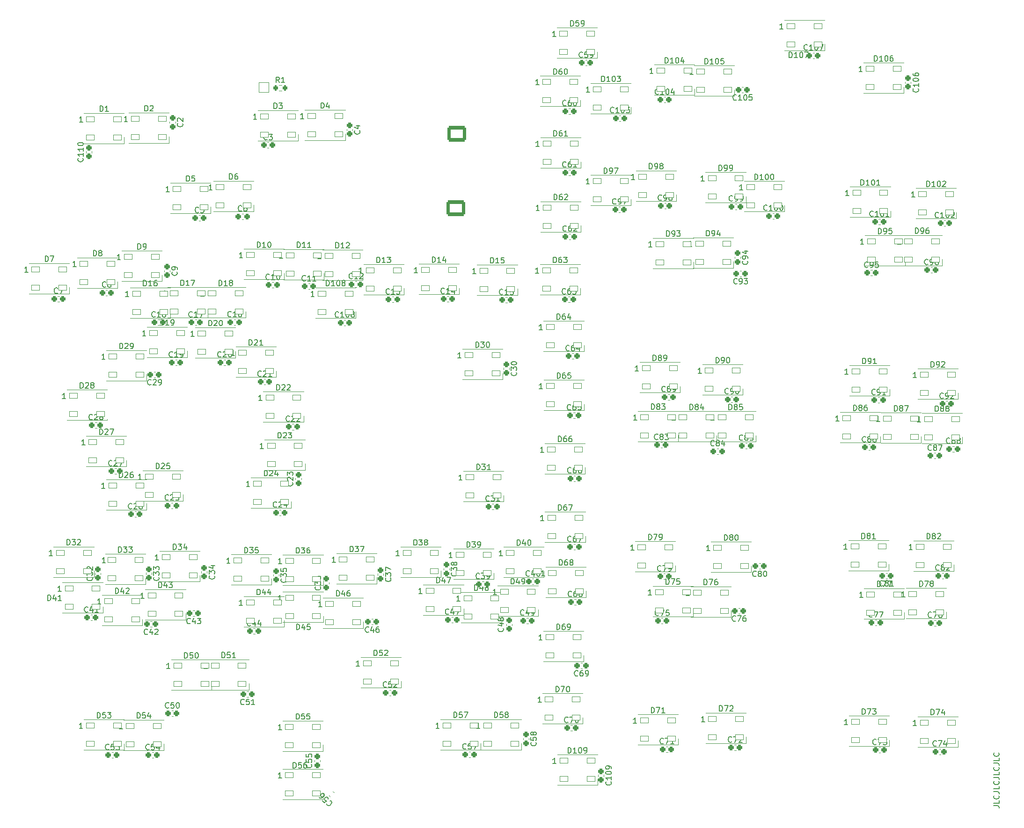
<source format=gbr>
%TF.GenerationSoftware,KiCad,Pcbnew,(6.0.9)*%
%TF.CreationDate,2023-01-06T18:15:29-09:00*%
%TF.ProjectId,COMM PANEL,434f4d4d-2050-4414-9e45-4c2e6b696361,rev?*%
%TF.SameCoordinates,Original*%
%TF.FileFunction,Legend,Top*%
%TF.FilePolarity,Positive*%
%FSLAX46Y46*%
G04 Gerber Fmt 4.6, Leading zero omitted, Abs format (unit mm)*
G04 Created by KiCad (PCBNEW (6.0.9)) date 2023-01-06 18:15:29*
%MOMM*%
%LPD*%
G01*
G04 APERTURE LIST*
G04 Aperture macros list*
%AMRoundRect*
0 Rectangle with rounded corners*
0 $1 Rounding radius*
0 $2 $3 $4 $5 $6 $7 $8 $9 X,Y pos of 4 corners*
0 Add a 4 corners polygon primitive as box body*
4,1,4,$2,$3,$4,$5,$6,$7,$8,$9,$2,$3,0*
0 Add four circle primitives for the rounded corners*
1,1,$1+$1,$2,$3*
1,1,$1+$1,$4,$5*
1,1,$1+$1,$6,$7*
1,1,$1+$1,$8,$9*
0 Add four rect primitives between the rounded corners*
20,1,$1+$1,$2,$3,$4,$5,0*
20,1,$1+$1,$4,$5,$6,$7,0*
20,1,$1+$1,$6,$7,$8,$9,0*
20,1,$1+$1,$8,$9,$2,$3,0*%
G04 Aperture macros list end*
%ADD10C,0.150000*%
%ADD11C,0.120000*%
%ADD12RoundRect,0.050000X-0.750000X-0.450000X0.750000X-0.450000X0.750000X0.450000X-0.750000X0.450000X0*%
%ADD13RoundRect,0.275000X-0.225000X-0.250000X0.225000X-0.250000X0.225000X0.250000X-0.225000X0.250000X0*%
%ADD14RoundRect,0.275000X-0.250000X0.225000X-0.250000X-0.225000X0.250000X-0.225000X0.250000X0.225000X0*%
%ADD15RoundRect,0.275000X0.250000X-0.225000X0.250000X0.225000X-0.250000X0.225000X-0.250000X-0.225000X0*%
%ADD16RoundRect,0.275000X0.225000X0.250000X-0.225000X0.250000X-0.225000X-0.250000X0.225000X-0.250000X0*%
%ADD17RoundRect,0.275000X0.335876X0.017678X0.017678X0.335876X-0.335876X-0.017678X-0.017678X-0.335876X0*%
%ADD18RoundRect,0.250000X-0.200000X-0.275000X0.200000X-0.275000X0.200000X0.275000X-0.200000X0.275000X0*%
%ADD19C,12.800000*%
%ADD20C,4.400000*%
%ADD21C,7.640752*%
%ADD22C,2.481250*%
%ADD23RoundRect,0.300001X1.399999X-1.099999X1.399999X1.099999X-1.399999X1.099999X-1.399999X-1.099999X0*%
%ADD24O,3.400000X2.800000*%
%ADD25RoundRect,0.050000X-0.900000X0.900000X-0.900000X-0.900000X0.900000X-0.900000X0.900000X0.900000X0*%
%ADD26C,1.900000*%
G04 APERTURE END LIST*
D10*
X239602380Y-160249047D02*
X240316666Y-160249047D01*
X240459523Y-160296666D01*
X240554761Y-160391904D01*
X240602380Y-160534761D01*
X240602380Y-160630000D01*
X240602380Y-159296666D02*
X240602380Y-159772857D01*
X239602380Y-159772857D01*
X240507142Y-158391904D02*
X240554761Y-158439523D01*
X240602380Y-158582380D01*
X240602380Y-158677619D01*
X240554761Y-158820476D01*
X240459523Y-158915714D01*
X240364285Y-158963333D01*
X240173809Y-159010952D01*
X240030952Y-159010952D01*
X239840476Y-158963333D01*
X239745238Y-158915714D01*
X239650000Y-158820476D01*
X239602380Y-158677619D01*
X239602380Y-158582380D01*
X239650000Y-158439523D01*
X239697619Y-158391904D01*
X239602380Y-157677619D02*
X240316666Y-157677619D01*
X240459523Y-157725238D01*
X240554761Y-157820476D01*
X240602380Y-157963333D01*
X240602380Y-158058571D01*
X240602380Y-156725238D02*
X240602380Y-157201428D01*
X239602380Y-157201428D01*
X240507142Y-155820476D02*
X240554761Y-155868095D01*
X240602380Y-156010952D01*
X240602380Y-156106190D01*
X240554761Y-156249047D01*
X240459523Y-156344285D01*
X240364285Y-156391904D01*
X240173809Y-156439523D01*
X240030952Y-156439523D01*
X239840476Y-156391904D01*
X239745238Y-156344285D01*
X239650000Y-156249047D01*
X239602380Y-156106190D01*
X239602380Y-156010952D01*
X239650000Y-155868095D01*
X239697619Y-155820476D01*
X239602380Y-155106190D02*
X240316666Y-155106190D01*
X240459523Y-155153809D01*
X240554761Y-155249047D01*
X240602380Y-155391904D01*
X240602380Y-155487142D01*
X240602380Y-154153809D02*
X240602380Y-154630000D01*
X239602380Y-154630000D01*
X240507142Y-153249047D02*
X240554761Y-153296666D01*
X240602380Y-153439523D01*
X240602380Y-153534761D01*
X240554761Y-153677619D01*
X240459523Y-153772857D01*
X240364285Y-153820476D01*
X240173809Y-153868095D01*
X240030952Y-153868095D01*
X239840476Y-153820476D01*
X239745238Y-153772857D01*
X239650000Y-153677619D01*
X239602380Y-153534761D01*
X239602380Y-153439523D01*
X239650000Y-153296666D01*
X239697619Y-153249047D01*
X239602380Y-152534761D02*
X240316666Y-152534761D01*
X240459523Y-152582380D01*
X240554761Y-152677619D01*
X240602380Y-152820476D01*
X240602380Y-152915714D01*
X240602380Y-151582380D02*
X240602380Y-152058571D01*
X239602380Y-152058571D01*
X240507142Y-150677619D02*
X240554761Y-150725238D01*
X240602380Y-150868095D01*
X240602380Y-150963333D01*
X240554761Y-151106190D01*
X240459523Y-151201428D01*
X240364285Y-151249047D01*
X240173809Y-151296666D01*
X240030952Y-151296666D01*
X239840476Y-151249047D01*
X239745238Y-151201428D01*
X239650000Y-151106190D01*
X239602380Y-150963333D01*
X239602380Y-150868095D01*
X239650000Y-150725238D01*
X239697619Y-150677619D01*
%TO.C,D1*%
X77939504Y-34569980D02*
X77939504Y-33569980D01*
X78177600Y-33569980D01*
X78320457Y-33617600D01*
X78415695Y-33712838D01*
X78463314Y-33808076D01*
X78510933Y-33998552D01*
X78510933Y-34141409D01*
X78463314Y-34331885D01*
X78415695Y-34427123D01*
X78320457Y-34522361D01*
X78177600Y-34569980D01*
X77939504Y-34569980D01*
X79463314Y-34569980D02*
X78891885Y-34569980D01*
X79177600Y-34569980D02*
X79177600Y-33569980D01*
X79082361Y-33712838D01*
X78987123Y-33808076D01*
X78891885Y-33855695D01*
X74813314Y-36469980D02*
X74241885Y-36469980D01*
X74527600Y-36469980D02*
X74527600Y-35469980D01*
X74432361Y-35612838D01*
X74337123Y-35708076D01*
X74241885Y-35755695D01*
%TO.C,D2*%
X86039904Y-34519180D02*
X86039904Y-33519180D01*
X86278000Y-33519180D01*
X86420857Y-33566800D01*
X86516095Y-33662038D01*
X86563714Y-33757276D01*
X86611333Y-33947752D01*
X86611333Y-34090609D01*
X86563714Y-34281085D01*
X86516095Y-34376323D01*
X86420857Y-34471561D01*
X86278000Y-34519180D01*
X86039904Y-34519180D01*
X86992285Y-33614419D02*
X87039904Y-33566800D01*
X87135142Y-33519180D01*
X87373238Y-33519180D01*
X87468476Y-33566800D01*
X87516095Y-33614419D01*
X87563714Y-33709657D01*
X87563714Y-33804895D01*
X87516095Y-33947752D01*
X86944666Y-34519180D01*
X87563714Y-34519180D01*
X82913714Y-36419180D02*
X82342285Y-36419180D01*
X82628000Y-36419180D02*
X82628000Y-35419180D01*
X82532761Y-35562038D01*
X82437523Y-35657276D01*
X82342285Y-35704895D01*
%TO.C,D3*%
X109407904Y-34061580D02*
X109407904Y-33061580D01*
X109646000Y-33061580D01*
X109788857Y-33109200D01*
X109884095Y-33204438D01*
X109931714Y-33299676D01*
X109979333Y-33490152D01*
X109979333Y-33633009D01*
X109931714Y-33823485D01*
X109884095Y-33918723D01*
X109788857Y-34013961D01*
X109646000Y-34061580D01*
X109407904Y-34061580D01*
X110312666Y-33061580D02*
X110931714Y-33061580D01*
X110598380Y-33442533D01*
X110741238Y-33442533D01*
X110836476Y-33490152D01*
X110884095Y-33537771D01*
X110931714Y-33633009D01*
X110931714Y-33871104D01*
X110884095Y-33966342D01*
X110836476Y-34013961D01*
X110741238Y-34061580D01*
X110455523Y-34061580D01*
X110360285Y-34013961D01*
X110312666Y-33966342D01*
X106281714Y-35961580D02*
X105710285Y-35961580D01*
X105996000Y-35961580D02*
X105996000Y-34961580D01*
X105900761Y-35104438D01*
X105805523Y-35199676D01*
X105710285Y-35247295D01*
%TO.C,D4*%
X117918904Y-34011180D02*
X117918904Y-33011180D01*
X118157000Y-33011180D01*
X118299857Y-33058800D01*
X118395095Y-33154038D01*
X118442714Y-33249276D01*
X118490333Y-33439752D01*
X118490333Y-33582609D01*
X118442714Y-33773085D01*
X118395095Y-33868323D01*
X118299857Y-33963561D01*
X118157000Y-34011180D01*
X117918904Y-34011180D01*
X119347476Y-33344514D02*
X119347476Y-34011180D01*
X119109380Y-32963561D02*
X118871285Y-33677847D01*
X119490333Y-33677847D01*
X114792714Y-35911180D02*
X114221285Y-35911180D01*
X114507000Y-35911180D02*
X114507000Y-34911180D01*
X114411761Y-35054038D01*
X114316523Y-35149276D01*
X114221285Y-35196895D01*
%TO.C,D5*%
X93585904Y-47218780D02*
X93585904Y-46218780D01*
X93824000Y-46218780D01*
X93966857Y-46266400D01*
X94062095Y-46361638D01*
X94109714Y-46456876D01*
X94157333Y-46647352D01*
X94157333Y-46790209D01*
X94109714Y-46980685D01*
X94062095Y-47075923D01*
X93966857Y-47171161D01*
X93824000Y-47218780D01*
X93585904Y-47218780D01*
X95062095Y-46218780D02*
X94585904Y-46218780D01*
X94538285Y-46694971D01*
X94585904Y-46647352D01*
X94681142Y-46599733D01*
X94919238Y-46599733D01*
X95014476Y-46647352D01*
X95062095Y-46694971D01*
X95109714Y-46790209D01*
X95109714Y-47028304D01*
X95062095Y-47123542D01*
X95014476Y-47171161D01*
X94919238Y-47218780D01*
X94681142Y-47218780D01*
X94585904Y-47171161D01*
X94538285Y-47123542D01*
X90459714Y-49118780D02*
X89888285Y-49118780D01*
X90174000Y-49118780D02*
X90174000Y-48118780D01*
X90078761Y-48261638D01*
X89983523Y-48356876D01*
X89888285Y-48404495D01*
%TO.C,D6*%
X101357904Y-46863180D02*
X101357904Y-45863180D01*
X101596000Y-45863180D01*
X101738857Y-45910800D01*
X101834095Y-46006038D01*
X101881714Y-46101276D01*
X101929333Y-46291752D01*
X101929333Y-46434609D01*
X101881714Y-46625085D01*
X101834095Y-46720323D01*
X101738857Y-46815561D01*
X101596000Y-46863180D01*
X101357904Y-46863180D01*
X102786476Y-45863180D02*
X102596000Y-45863180D01*
X102500761Y-45910800D01*
X102453142Y-45958419D01*
X102357904Y-46101276D01*
X102310285Y-46291752D01*
X102310285Y-46672704D01*
X102357904Y-46767942D01*
X102405523Y-46815561D01*
X102500761Y-46863180D01*
X102691238Y-46863180D01*
X102786476Y-46815561D01*
X102834095Y-46767942D01*
X102881714Y-46672704D01*
X102881714Y-46434609D01*
X102834095Y-46339371D01*
X102786476Y-46291752D01*
X102691238Y-46244133D01*
X102500761Y-46244133D01*
X102405523Y-46291752D01*
X102357904Y-46339371D01*
X102310285Y-46434609D01*
X98231714Y-48763180D02*
X97660285Y-48763180D01*
X97946000Y-48763180D02*
X97946000Y-47763180D01*
X97850761Y-47906038D01*
X97755523Y-48001276D01*
X97660285Y-48048895D01*
%TO.C,D7*%
X68033504Y-61747580D02*
X68033504Y-60747580D01*
X68271600Y-60747580D01*
X68414457Y-60795200D01*
X68509695Y-60890438D01*
X68557314Y-60985676D01*
X68604933Y-61176152D01*
X68604933Y-61319009D01*
X68557314Y-61509485D01*
X68509695Y-61604723D01*
X68414457Y-61699961D01*
X68271600Y-61747580D01*
X68033504Y-61747580D01*
X68938266Y-60747580D02*
X69604933Y-60747580D01*
X69176361Y-61747580D01*
X64907314Y-63647580D02*
X64335885Y-63647580D01*
X64621600Y-63647580D02*
X64621600Y-62647580D01*
X64526361Y-62790438D01*
X64431123Y-62885676D01*
X64335885Y-62933295D01*
%TO.C,D8*%
X76743504Y-60731980D02*
X76743504Y-59731980D01*
X76981600Y-59731980D01*
X77124457Y-59779600D01*
X77219695Y-59874838D01*
X77267314Y-59970076D01*
X77314933Y-60160552D01*
X77314933Y-60303409D01*
X77267314Y-60493885D01*
X77219695Y-60589123D01*
X77124457Y-60684361D01*
X76981600Y-60731980D01*
X76743504Y-60731980D01*
X77886361Y-60160552D02*
X77791123Y-60112933D01*
X77743504Y-60065314D01*
X77695885Y-59970076D01*
X77695885Y-59922457D01*
X77743504Y-59827219D01*
X77791123Y-59779600D01*
X77886361Y-59731980D01*
X78076838Y-59731980D01*
X78172076Y-59779600D01*
X78219695Y-59827219D01*
X78267314Y-59922457D01*
X78267314Y-59970076D01*
X78219695Y-60065314D01*
X78172076Y-60112933D01*
X78076838Y-60160552D01*
X77886361Y-60160552D01*
X77791123Y-60208171D01*
X77743504Y-60255790D01*
X77695885Y-60351028D01*
X77695885Y-60541504D01*
X77743504Y-60636742D01*
X77791123Y-60684361D01*
X77886361Y-60731980D01*
X78076838Y-60731980D01*
X78172076Y-60684361D01*
X78219695Y-60636742D01*
X78267314Y-60541504D01*
X78267314Y-60351028D01*
X78219695Y-60255790D01*
X78172076Y-60208171D01*
X78076838Y-60160552D01*
X73617314Y-62631980D02*
X73045885Y-62631980D01*
X73331600Y-62631980D02*
X73331600Y-61631980D01*
X73236361Y-61774838D01*
X73141123Y-61870076D01*
X73045885Y-61917695D01*
%TO.C,D9*%
X84769904Y-59512380D02*
X84769904Y-58512380D01*
X85008000Y-58512380D01*
X85150857Y-58560000D01*
X85246095Y-58655238D01*
X85293714Y-58750476D01*
X85341333Y-58940952D01*
X85341333Y-59083809D01*
X85293714Y-59274285D01*
X85246095Y-59369523D01*
X85150857Y-59464761D01*
X85008000Y-59512380D01*
X84769904Y-59512380D01*
X85817523Y-59512380D02*
X86008000Y-59512380D01*
X86103238Y-59464761D01*
X86150857Y-59417142D01*
X86246095Y-59274285D01*
X86293714Y-59083809D01*
X86293714Y-58702857D01*
X86246095Y-58607619D01*
X86198476Y-58560000D01*
X86103238Y-58512380D01*
X85912761Y-58512380D01*
X85817523Y-58560000D01*
X85769904Y-58607619D01*
X85722285Y-58702857D01*
X85722285Y-58940952D01*
X85769904Y-59036190D01*
X85817523Y-59083809D01*
X85912761Y-59131428D01*
X86103238Y-59131428D01*
X86198476Y-59083809D01*
X86246095Y-59036190D01*
X86293714Y-58940952D01*
X81643714Y-61412380D02*
X81072285Y-61412380D01*
X81358000Y-61412380D02*
X81358000Y-60412380D01*
X81262761Y-60555238D01*
X81167523Y-60650476D01*
X81072285Y-60698095D01*
%TO.C,D10*%
X106379714Y-59182380D02*
X106379714Y-58182380D01*
X106617809Y-58182380D01*
X106760666Y-58230000D01*
X106855904Y-58325238D01*
X106903523Y-58420476D01*
X106951142Y-58610952D01*
X106951142Y-58753809D01*
X106903523Y-58944285D01*
X106855904Y-59039523D01*
X106760666Y-59134761D01*
X106617809Y-59182380D01*
X106379714Y-59182380D01*
X107903523Y-59182380D02*
X107332095Y-59182380D01*
X107617809Y-59182380D02*
X107617809Y-58182380D01*
X107522571Y-58325238D01*
X107427333Y-58420476D01*
X107332095Y-58468095D01*
X108522571Y-58182380D02*
X108617809Y-58182380D01*
X108713047Y-58230000D01*
X108760666Y-58277619D01*
X108808285Y-58372857D01*
X108855904Y-58563333D01*
X108855904Y-58801428D01*
X108808285Y-58991904D01*
X108760666Y-59087142D01*
X108713047Y-59134761D01*
X108617809Y-59182380D01*
X108522571Y-59182380D01*
X108427333Y-59134761D01*
X108379714Y-59087142D01*
X108332095Y-58991904D01*
X108284476Y-58801428D01*
X108284476Y-58563333D01*
X108332095Y-58372857D01*
X108379714Y-58277619D01*
X108427333Y-58230000D01*
X108522571Y-58182380D01*
X103729714Y-61082380D02*
X103158285Y-61082380D01*
X103444000Y-61082380D02*
X103444000Y-60082380D01*
X103348761Y-60225238D01*
X103253523Y-60320476D01*
X103158285Y-60368095D01*
%TO.C,D11*%
X113605714Y-59207580D02*
X113605714Y-58207580D01*
X113843809Y-58207580D01*
X113986666Y-58255200D01*
X114081904Y-58350438D01*
X114129523Y-58445676D01*
X114177142Y-58636152D01*
X114177142Y-58779009D01*
X114129523Y-58969485D01*
X114081904Y-59064723D01*
X113986666Y-59159961D01*
X113843809Y-59207580D01*
X113605714Y-59207580D01*
X115129523Y-59207580D02*
X114558095Y-59207580D01*
X114843809Y-59207580D02*
X114843809Y-58207580D01*
X114748571Y-58350438D01*
X114653333Y-58445676D01*
X114558095Y-58493295D01*
X116081904Y-59207580D02*
X115510476Y-59207580D01*
X115796190Y-59207580D02*
X115796190Y-58207580D01*
X115700952Y-58350438D01*
X115605714Y-58445676D01*
X115510476Y-58493295D01*
X110955714Y-61107580D02*
X110384285Y-61107580D01*
X110670000Y-61107580D02*
X110670000Y-60107580D01*
X110574761Y-60250438D01*
X110479523Y-60345676D01*
X110384285Y-60393295D01*
%TO.C,D12*%
X120592714Y-59309180D02*
X120592714Y-58309180D01*
X120830809Y-58309180D01*
X120973666Y-58356800D01*
X121068904Y-58452038D01*
X121116523Y-58547276D01*
X121164142Y-58737752D01*
X121164142Y-58880609D01*
X121116523Y-59071085D01*
X121068904Y-59166323D01*
X120973666Y-59261561D01*
X120830809Y-59309180D01*
X120592714Y-59309180D01*
X122116523Y-59309180D02*
X121545095Y-59309180D01*
X121830809Y-59309180D02*
X121830809Y-58309180D01*
X121735571Y-58452038D01*
X121640333Y-58547276D01*
X121545095Y-58594895D01*
X122497476Y-58404419D02*
X122545095Y-58356800D01*
X122640333Y-58309180D01*
X122878428Y-58309180D01*
X122973666Y-58356800D01*
X123021285Y-58404419D01*
X123068904Y-58499657D01*
X123068904Y-58594895D01*
X123021285Y-58737752D01*
X122449857Y-59309180D01*
X123068904Y-59309180D01*
X117942714Y-61209180D02*
X117371285Y-61209180D01*
X117657000Y-61209180D02*
X117657000Y-60209180D01*
X117561761Y-60352038D01*
X117466523Y-60447276D01*
X117371285Y-60494895D01*
%TO.C,D13*%
X128032714Y-61950780D02*
X128032714Y-60950780D01*
X128270809Y-60950780D01*
X128413666Y-60998400D01*
X128508904Y-61093638D01*
X128556523Y-61188876D01*
X128604142Y-61379352D01*
X128604142Y-61522209D01*
X128556523Y-61712685D01*
X128508904Y-61807923D01*
X128413666Y-61903161D01*
X128270809Y-61950780D01*
X128032714Y-61950780D01*
X129556523Y-61950780D02*
X128985095Y-61950780D01*
X129270809Y-61950780D02*
X129270809Y-60950780D01*
X129175571Y-61093638D01*
X129080333Y-61188876D01*
X128985095Y-61236495D01*
X129889857Y-60950780D02*
X130508904Y-60950780D01*
X130175571Y-61331733D01*
X130318428Y-61331733D01*
X130413666Y-61379352D01*
X130461285Y-61426971D01*
X130508904Y-61522209D01*
X130508904Y-61760304D01*
X130461285Y-61855542D01*
X130413666Y-61903161D01*
X130318428Y-61950780D01*
X130032714Y-61950780D01*
X129937476Y-61903161D01*
X129889857Y-61855542D01*
X125382714Y-63850780D02*
X124811285Y-63850780D01*
X125097000Y-63850780D02*
X125097000Y-62850780D01*
X125001761Y-62993638D01*
X124906523Y-63088876D01*
X124811285Y-63136495D01*
%TO.C,D14*%
X138039714Y-61899980D02*
X138039714Y-60899980D01*
X138277809Y-60899980D01*
X138420666Y-60947600D01*
X138515904Y-61042838D01*
X138563523Y-61138076D01*
X138611142Y-61328552D01*
X138611142Y-61471409D01*
X138563523Y-61661885D01*
X138515904Y-61757123D01*
X138420666Y-61852361D01*
X138277809Y-61899980D01*
X138039714Y-61899980D01*
X139563523Y-61899980D02*
X138992095Y-61899980D01*
X139277809Y-61899980D02*
X139277809Y-60899980D01*
X139182571Y-61042838D01*
X139087333Y-61138076D01*
X138992095Y-61185695D01*
X140420666Y-61233314D02*
X140420666Y-61899980D01*
X140182571Y-60852361D02*
X139944476Y-61566647D01*
X140563523Y-61566647D01*
X135389714Y-63799980D02*
X134818285Y-63799980D01*
X135104000Y-63799980D02*
X135104000Y-62799980D01*
X135008761Y-62942838D01*
X134913523Y-63038076D01*
X134818285Y-63085695D01*
%TO.C,D15*%
X148594714Y-62027180D02*
X148594714Y-61027180D01*
X148832809Y-61027180D01*
X148975666Y-61074800D01*
X149070904Y-61170038D01*
X149118523Y-61265276D01*
X149166142Y-61455752D01*
X149166142Y-61598609D01*
X149118523Y-61789085D01*
X149070904Y-61884323D01*
X148975666Y-61979561D01*
X148832809Y-62027180D01*
X148594714Y-62027180D01*
X150118523Y-62027180D02*
X149547095Y-62027180D01*
X149832809Y-62027180D02*
X149832809Y-61027180D01*
X149737571Y-61170038D01*
X149642333Y-61265276D01*
X149547095Y-61312895D01*
X151023285Y-61027180D02*
X150547095Y-61027180D01*
X150499476Y-61503371D01*
X150547095Y-61455752D01*
X150642333Y-61408133D01*
X150880428Y-61408133D01*
X150975666Y-61455752D01*
X151023285Y-61503371D01*
X151070904Y-61598609D01*
X151070904Y-61836704D01*
X151023285Y-61931942D01*
X150975666Y-61979561D01*
X150880428Y-62027180D01*
X150642333Y-62027180D01*
X150547095Y-61979561D01*
X150499476Y-61931942D01*
X145944714Y-63927180D02*
X145373285Y-63927180D01*
X145659000Y-63927180D02*
X145659000Y-62927180D01*
X145563761Y-63070038D01*
X145468523Y-63165276D01*
X145373285Y-63212895D01*
%TO.C,D16*%
X85794514Y-66167180D02*
X85794514Y-65167180D01*
X86032609Y-65167180D01*
X86175466Y-65214800D01*
X86270704Y-65310038D01*
X86318323Y-65405276D01*
X86365942Y-65595752D01*
X86365942Y-65738609D01*
X86318323Y-65929085D01*
X86270704Y-66024323D01*
X86175466Y-66119561D01*
X86032609Y-66167180D01*
X85794514Y-66167180D01*
X87318323Y-66167180D02*
X86746895Y-66167180D01*
X87032609Y-66167180D02*
X87032609Y-65167180D01*
X86937371Y-65310038D01*
X86842133Y-65405276D01*
X86746895Y-65452895D01*
X88175466Y-65167180D02*
X87984990Y-65167180D01*
X87889752Y-65214800D01*
X87842133Y-65262419D01*
X87746895Y-65405276D01*
X87699276Y-65595752D01*
X87699276Y-65976704D01*
X87746895Y-66071942D01*
X87794514Y-66119561D01*
X87889752Y-66167180D01*
X88080228Y-66167180D01*
X88175466Y-66119561D01*
X88223085Y-66071942D01*
X88270704Y-65976704D01*
X88270704Y-65738609D01*
X88223085Y-65643371D01*
X88175466Y-65595752D01*
X88080228Y-65548133D01*
X87889752Y-65548133D01*
X87794514Y-65595752D01*
X87746895Y-65643371D01*
X87699276Y-65738609D01*
X83144514Y-68067180D02*
X82573085Y-68067180D01*
X82858800Y-68067180D02*
X82858800Y-67067180D01*
X82763561Y-67210038D01*
X82668323Y-67305276D01*
X82573085Y-67352895D01*
%TO.C,D18*%
X99431714Y-66116380D02*
X99431714Y-65116380D01*
X99669809Y-65116380D01*
X99812666Y-65164000D01*
X99907904Y-65259238D01*
X99955523Y-65354476D01*
X100003142Y-65544952D01*
X100003142Y-65687809D01*
X99955523Y-65878285D01*
X99907904Y-65973523D01*
X99812666Y-66068761D01*
X99669809Y-66116380D01*
X99431714Y-66116380D01*
X100955523Y-66116380D02*
X100384095Y-66116380D01*
X100669809Y-66116380D02*
X100669809Y-65116380D01*
X100574571Y-65259238D01*
X100479333Y-65354476D01*
X100384095Y-65402095D01*
X101526952Y-65544952D02*
X101431714Y-65497333D01*
X101384095Y-65449714D01*
X101336476Y-65354476D01*
X101336476Y-65306857D01*
X101384095Y-65211619D01*
X101431714Y-65164000D01*
X101526952Y-65116380D01*
X101717428Y-65116380D01*
X101812666Y-65164000D01*
X101860285Y-65211619D01*
X101907904Y-65306857D01*
X101907904Y-65354476D01*
X101860285Y-65449714D01*
X101812666Y-65497333D01*
X101717428Y-65544952D01*
X101526952Y-65544952D01*
X101431714Y-65592571D01*
X101384095Y-65640190D01*
X101336476Y-65735428D01*
X101336476Y-65925904D01*
X101384095Y-66021142D01*
X101431714Y-66068761D01*
X101526952Y-66116380D01*
X101717428Y-66116380D01*
X101812666Y-66068761D01*
X101860285Y-66021142D01*
X101907904Y-65925904D01*
X101907904Y-65735428D01*
X101860285Y-65640190D01*
X101812666Y-65592571D01*
X101717428Y-65544952D01*
X96781714Y-68016380D02*
X96210285Y-68016380D01*
X96496000Y-68016380D02*
X96496000Y-67016380D01*
X96400761Y-67159238D01*
X96305523Y-67254476D01*
X96210285Y-67302095D01*
%TO.C,D19*%
X88865714Y-73279180D02*
X88865714Y-72279180D01*
X89103809Y-72279180D01*
X89246666Y-72326800D01*
X89341904Y-72422038D01*
X89389523Y-72517276D01*
X89437142Y-72707752D01*
X89437142Y-72850609D01*
X89389523Y-73041085D01*
X89341904Y-73136323D01*
X89246666Y-73231561D01*
X89103809Y-73279180D01*
X88865714Y-73279180D01*
X90389523Y-73279180D02*
X89818095Y-73279180D01*
X90103809Y-73279180D02*
X90103809Y-72279180D01*
X90008571Y-72422038D01*
X89913333Y-72517276D01*
X89818095Y-72564895D01*
X90865714Y-73279180D02*
X91056190Y-73279180D01*
X91151428Y-73231561D01*
X91199047Y-73183942D01*
X91294285Y-73041085D01*
X91341904Y-72850609D01*
X91341904Y-72469657D01*
X91294285Y-72374419D01*
X91246666Y-72326800D01*
X91151428Y-72279180D01*
X90960952Y-72279180D01*
X90865714Y-72326800D01*
X90818095Y-72374419D01*
X90770476Y-72469657D01*
X90770476Y-72707752D01*
X90818095Y-72802990D01*
X90865714Y-72850609D01*
X90960952Y-72898228D01*
X91151428Y-72898228D01*
X91246666Y-72850609D01*
X91294285Y-72802990D01*
X91341904Y-72707752D01*
X86215714Y-75179180D02*
X85644285Y-75179180D01*
X85930000Y-75179180D02*
X85930000Y-74179180D01*
X85834761Y-74322038D01*
X85739523Y-74417276D01*
X85644285Y-74464895D01*
%TO.C,D20*%
X97603314Y-73381180D02*
X97603314Y-72381180D01*
X97841409Y-72381180D01*
X97984266Y-72428800D01*
X98079504Y-72524038D01*
X98127123Y-72619276D01*
X98174742Y-72809752D01*
X98174742Y-72952609D01*
X98127123Y-73143085D01*
X98079504Y-73238323D01*
X97984266Y-73333561D01*
X97841409Y-73381180D01*
X97603314Y-73381180D01*
X98555695Y-72476419D02*
X98603314Y-72428800D01*
X98698552Y-72381180D01*
X98936647Y-72381180D01*
X99031885Y-72428800D01*
X99079504Y-72476419D01*
X99127123Y-72571657D01*
X99127123Y-72666895D01*
X99079504Y-72809752D01*
X98508076Y-73381180D01*
X99127123Y-73381180D01*
X99746171Y-72381180D02*
X99841409Y-72381180D01*
X99936647Y-72428800D01*
X99984266Y-72476419D01*
X100031885Y-72571657D01*
X100079504Y-72762133D01*
X100079504Y-73000228D01*
X100031885Y-73190704D01*
X99984266Y-73285942D01*
X99936647Y-73333561D01*
X99841409Y-73381180D01*
X99746171Y-73381180D01*
X99650933Y-73333561D01*
X99603314Y-73285942D01*
X99555695Y-73190704D01*
X99508076Y-73000228D01*
X99508076Y-72762133D01*
X99555695Y-72571657D01*
X99603314Y-72476419D01*
X99650933Y-72428800D01*
X99746171Y-72381180D01*
X94953314Y-75281180D02*
X94381885Y-75281180D01*
X94667600Y-75281180D02*
X94667600Y-74281180D01*
X94572361Y-74424038D01*
X94477123Y-74519276D01*
X94381885Y-74566895D01*
%TO.C,D21*%
X104918714Y-76885980D02*
X104918714Y-75885980D01*
X105156809Y-75885980D01*
X105299666Y-75933600D01*
X105394904Y-76028838D01*
X105442523Y-76124076D01*
X105490142Y-76314552D01*
X105490142Y-76457409D01*
X105442523Y-76647885D01*
X105394904Y-76743123D01*
X105299666Y-76838361D01*
X105156809Y-76885980D01*
X104918714Y-76885980D01*
X105871095Y-75981219D02*
X105918714Y-75933600D01*
X106013952Y-75885980D01*
X106252047Y-75885980D01*
X106347285Y-75933600D01*
X106394904Y-75981219D01*
X106442523Y-76076457D01*
X106442523Y-76171695D01*
X106394904Y-76314552D01*
X105823476Y-76885980D01*
X106442523Y-76885980D01*
X107394904Y-76885980D02*
X106823476Y-76885980D01*
X107109190Y-76885980D02*
X107109190Y-75885980D01*
X107013952Y-76028838D01*
X106918714Y-76124076D01*
X106823476Y-76171695D01*
X102268714Y-78785980D02*
X101697285Y-78785980D01*
X101983000Y-78785980D02*
X101983000Y-77785980D01*
X101887761Y-77928838D01*
X101792523Y-78024076D01*
X101697285Y-78071695D01*
%TO.C,D22*%
X109896714Y-85013980D02*
X109896714Y-84013980D01*
X110134809Y-84013980D01*
X110277666Y-84061600D01*
X110372904Y-84156838D01*
X110420523Y-84252076D01*
X110468142Y-84442552D01*
X110468142Y-84585409D01*
X110420523Y-84775885D01*
X110372904Y-84871123D01*
X110277666Y-84966361D01*
X110134809Y-85013980D01*
X109896714Y-85013980D01*
X110849095Y-84109219D02*
X110896714Y-84061600D01*
X110991952Y-84013980D01*
X111230047Y-84013980D01*
X111325285Y-84061600D01*
X111372904Y-84109219D01*
X111420523Y-84204457D01*
X111420523Y-84299695D01*
X111372904Y-84442552D01*
X110801476Y-85013980D01*
X111420523Y-85013980D01*
X111801476Y-84109219D02*
X111849095Y-84061600D01*
X111944333Y-84013980D01*
X112182428Y-84013980D01*
X112277666Y-84061600D01*
X112325285Y-84109219D01*
X112372904Y-84204457D01*
X112372904Y-84299695D01*
X112325285Y-84442552D01*
X111753857Y-85013980D01*
X112372904Y-85013980D01*
X107246714Y-86913980D02*
X106675285Y-86913980D01*
X106961000Y-86913980D02*
X106961000Y-85913980D01*
X106865761Y-86056838D01*
X106770523Y-86152076D01*
X106675285Y-86199695D01*
%TO.C,D23*%
X110150714Y-93700780D02*
X110150714Y-92700780D01*
X110388809Y-92700780D01*
X110531666Y-92748400D01*
X110626904Y-92843638D01*
X110674523Y-92938876D01*
X110722142Y-93129352D01*
X110722142Y-93272209D01*
X110674523Y-93462685D01*
X110626904Y-93557923D01*
X110531666Y-93653161D01*
X110388809Y-93700780D01*
X110150714Y-93700780D01*
X111103095Y-92796019D02*
X111150714Y-92748400D01*
X111245952Y-92700780D01*
X111484047Y-92700780D01*
X111579285Y-92748400D01*
X111626904Y-92796019D01*
X111674523Y-92891257D01*
X111674523Y-92986495D01*
X111626904Y-93129352D01*
X111055476Y-93700780D01*
X111674523Y-93700780D01*
X112007857Y-92700780D02*
X112626904Y-92700780D01*
X112293571Y-93081733D01*
X112436428Y-93081733D01*
X112531666Y-93129352D01*
X112579285Y-93176971D01*
X112626904Y-93272209D01*
X112626904Y-93510304D01*
X112579285Y-93605542D01*
X112531666Y-93653161D01*
X112436428Y-93700780D01*
X112150714Y-93700780D01*
X112055476Y-93653161D01*
X112007857Y-93605542D01*
X107500714Y-95600780D02*
X106929285Y-95600780D01*
X107215000Y-95600780D02*
X107215000Y-94600780D01*
X107119761Y-94743638D01*
X107024523Y-94838876D01*
X106929285Y-94886495D01*
%TO.C,D24*%
X107661714Y-100558380D02*
X107661714Y-99558380D01*
X107899809Y-99558380D01*
X108042666Y-99606000D01*
X108137904Y-99701238D01*
X108185523Y-99796476D01*
X108233142Y-99986952D01*
X108233142Y-100129809D01*
X108185523Y-100320285D01*
X108137904Y-100415523D01*
X108042666Y-100510761D01*
X107899809Y-100558380D01*
X107661714Y-100558380D01*
X108614095Y-99653619D02*
X108661714Y-99606000D01*
X108756952Y-99558380D01*
X108995047Y-99558380D01*
X109090285Y-99606000D01*
X109137904Y-99653619D01*
X109185523Y-99748857D01*
X109185523Y-99844095D01*
X109137904Y-99986952D01*
X108566476Y-100558380D01*
X109185523Y-100558380D01*
X110042666Y-99891714D02*
X110042666Y-100558380D01*
X109804571Y-99510761D02*
X109566476Y-100225047D01*
X110185523Y-100225047D01*
X105011714Y-102458380D02*
X104440285Y-102458380D01*
X104726000Y-102458380D02*
X104726000Y-101458380D01*
X104630761Y-101601238D01*
X104535523Y-101696476D01*
X104440285Y-101744095D01*
%TO.C,D25*%
X88092114Y-99263380D02*
X88092114Y-98263380D01*
X88330209Y-98263380D01*
X88473066Y-98311000D01*
X88568304Y-98406238D01*
X88615923Y-98501476D01*
X88663542Y-98691952D01*
X88663542Y-98834809D01*
X88615923Y-99025285D01*
X88568304Y-99120523D01*
X88473066Y-99215761D01*
X88330209Y-99263380D01*
X88092114Y-99263380D01*
X89044495Y-98358619D02*
X89092114Y-98311000D01*
X89187352Y-98263380D01*
X89425447Y-98263380D01*
X89520685Y-98311000D01*
X89568304Y-98358619D01*
X89615923Y-98453857D01*
X89615923Y-98549095D01*
X89568304Y-98691952D01*
X88996876Y-99263380D01*
X89615923Y-99263380D01*
X90520685Y-98263380D02*
X90044495Y-98263380D01*
X89996876Y-98739571D01*
X90044495Y-98691952D01*
X90139733Y-98644333D01*
X90377828Y-98644333D01*
X90473066Y-98691952D01*
X90520685Y-98739571D01*
X90568304Y-98834809D01*
X90568304Y-99072904D01*
X90520685Y-99168142D01*
X90473066Y-99215761D01*
X90377828Y-99263380D01*
X90139733Y-99263380D01*
X90044495Y-99215761D01*
X89996876Y-99168142D01*
X85442114Y-101163380D02*
X84870685Y-101163380D01*
X85156400Y-101163380D02*
X85156400Y-100163380D01*
X85061161Y-100306238D01*
X84965923Y-100401476D01*
X84870685Y-100449095D01*
%TO.C,D26*%
X81476514Y-100863380D02*
X81476514Y-99863380D01*
X81714609Y-99863380D01*
X81857466Y-99911000D01*
X81952704Y-100006238D01*
X82000323Y-100101476D01*
X82047942Y-100291952D01*
X82047942Y-100434809D01*
X82000323Y-100625285D01*
X81952704Y-100720523D01*
X81857466Y-100815761D01*
X81714609Y-100863380D01*
X81476514Y-100863380D01*
X82428895Y-99958619D02*
X82476514Y-99911000D01*
X82571752Y-99863380D01*
X82809847Y-99863380D01*
X82905085Y-99911000D01*
X82952704Y-99958619D01*
X83000323Y-100053857D01*
X83000323Y-100149095D01*
X82952704Y-100291952D01*
X82381276Y-100863380D01*
X83000323Y-100863380D01*
X83857466Y-99863380D02*
X83666990Y-99863380D01*
X83571752Y-99911000D01*
X83524133Y-99958619D01*
X83428895Y-100101476D01*
X83381276Y-100291952D01*
X83381276Y-100672904D01*
X83428895Y-100768142D01*
X83476514Y-100815761D01*
X83571752Y-100863380D01*
X83762228Y-100863380D01*
X83857466Y-100815761D01*
X83905085Y-100768142D01*
X83952704Y-100672904D01*
X83952704Y-100434809D01*
X83905085Y-100339571D01*
X83857466Y-100291952D01*
X83762228Y-100244333D01*
X83571752Y-100244333D01*
X83476514Y-100291952D01*
X83428895Y-100339571D01*
X83381276Y-100434809D01*
X78826514Y-102763380D02*
X78255085Y-102763380D01*
X78540800Y-102763380D02*
X78540800Y-101763380D01*
X78445561Y-101906238D01*
X78350323Y-102001476D01*
X78255085Y-102049095D01*
%TO.C,D27*%
X77869714Y-93040780D02*
X77869714Y-92040780D01*
X78107809Y-92040780D01*
X78250666Y-92088400D01*
X78345904Y-92183638D01*
X78393523Y-92278876D01*
X78441142Y-92469352D01*
X78441142Y-92612209D01*
X78393523Y-92802685D01*
X78345904Y-92897923D01*
X78250666Y-92993161D01*
X78107809Y-93040780D01*
X77869714Y-93040780D01*
X78822095Y-92136019D02*
X78869714Y-92088400D01*
X78964952Y-92040780D01*
X79203047Y-92040780D01*
X79298285Y-92088400D01*
X79345904Y-92136019D01*
X79393523Y-92231257D01*
X79393523Y-92326495D01*
X79345904Y-92469352D01*
X78774476Y-93040780D01*
X79393523Y-93040780D01*
X79726857Y-92040780D02*
X80393523Y-92040780D01*
X79964952Y-93040780D01*
X75219714Y-94940780D02*
X74648285Y-94940780D01*
X74934000Y-94940780D02*
X74934000Y-93940780D01*
X74838761Y-94083638D01*
X74743523Y-94178876D01*
X74648285Y-94226495D01*
%TO.C,D28*%
X74364514Y-84658380D02*
X74364514Y-83658380D01*
X74602609Y-83658380D01*
X74745466Y-83706000D01*
X74840704Y-83801238D01*
X74888323Y-83896476D01*
X74935942Y-84086952D01*
X74935942Y-84229809D01*
X74888323Y-84420285D01*
X74840704Y-84515523D01*
X74745466Y-84610761D01*
X74602609Y-84658380D01*
X74364514Y-84658380D01*
X75316895Y-83753619D02*
X75364514Y-83706000D01*
X75459752Y-83658380D01*
X75697847Y-83658380D01*
X75793085Y-83706000D01*
X75840704Y-83753619D01*
X75888323Y-83848857D01*
X75888323Y-83944095D01*
X75840704Y-84086952D01*
X75269276Y-84658380D01*
X75888323Y-84658380D01*
X76459752Y-84086952D02*
X76364514Y-84039333D01*
X76316895Y-83991714D01*
X76269276Y-83896476D01*
X76269276Y-83848857D01*
X76316895Y-83753619D01*
X76364514Y-83706000D01*
X76459752Y-83658380D01*
X76650228Y-83658380D01*
X76745466Y-83706000D01*
X76793085Y-83753619D01*
X76840704Y-83848857D01*
X76840704Y-83896476D01*
X76793085Y-83991714D01*
X76745466Y-84039333D01*
X76650228Y-84086952D01*
X76459752Y-84086952D01*
X76364514Y-84134571D01*
X76316895Y-84182190D01*
X76269276Y-84277428D01*
X76269276Y-84467904D01*
X76316895Y-84563142D01*
X76364514Y-84610761D01*
X76459752Y-84658380D01*
X76650228Y-84658380D01*
X76745466Y-84610761D01*
X76793085Y-84563142D01*
X76840704Y-84467904D01*
X76840704Y-84277428D01*
X76793085Y-84182190D01*
X76745466Y-84134571D01*
X76650228Y-84086952D01*
X71714514Y-86558380D02*
X71143085Y-86558380D01*
X71428800Y-86558380D02*
X71428800Y-85558380D01*
X71333561Y-85701238D01*
X71238323Y-85796476D01*
X71143085Y-85844095D01*
%TO.C,D29*%
X81488114Y-77521180D02*
X81488114Y-76521180D01*
X81726209Y-76521180D01*
X81869066Y-76568800D01*
X81964304Y-76664038D01*
X82011923Y-76759276D01*
X82059542Y-76949752D01*
X82059542Y-77092609D01*
X82011923Y-77283085D01*
X81964304Y-77378323D01*
X81869066Y-77473561D01*
X81726209Y-77521180D01*
X81488114Y-77521180D01*
X82440495Y-76616419D02*
X82488114Y-76568800D01*
X82583352Y-76521180D01*
X82821447Y-76521180D01*
X82916685Y-76568800D01*
X82964304Y-76616419D01*
X83011923Y-76711657D01*
X83011923Y-76806895D01*
X82964304Y-76949752D01*
X82392876Y-77521180D01*
X83011923Y-77521180D01*
X83488114Y-77521180D02*
X83678590Y-77521180D01*
X83773828Y-77473561D01*
X83821447Y-77425942D01*
X83916685Y-77283085D01*
X83964304Y-77092609D01*
X83964304Y-76711657D01*
X83916685Y-76616419D01*
X83869066Y-76568800D01*
X83773828Y-76521180D01*
X83583352Y-76521180D01*
X83488114Y-76568800D01*
X83440495Y-76616419D01*
X83392876Y-76711657D01*
X83392876Y-76949752D01*
X83440495Y-77044990D01*
X83488114Y-77092609D01*
X83583352Y-77140228D01*
X83773828Y-77140228D01*
X83869066Y-77092609D01*
X83916685Y-77044990D01*
X83964304Y-76949752D01*
X78838114Y-79421180D02*
X78266685Y-79421180D01*
X78552400Y-79421180D02*
X78552400Y-78421180D01*
X78457161Y-78564038D01*
X78361923Y-78659276D01*
X78266685Y-78706895D01*
%TO.C,D30*%
X145913714Y-77292380D02*
X145913714Y-76292380D01*
X146151809Y-76292380D01*
X146294666Y-76340000D01*
X146389904Y-76435238D01*
X146437523Y-76530476D01*
X146485142Y-76720952D01*
X146485142Y-76863809D01*
X146437523Y-77054285D01*
X146389904Y-77149523D01*
X146294666Y-77244761D01*
X146151809Y-77292380D01*
X145913714Y-77292380D01*
X146818476Y-76292380D02*
X147437523Y-76292380D01*
X147104190Y-76673333D01*
X147247047Y-76673333D01*
X147342285Y-76720952D01*
X147389904Y-76768571D01*
X147437523Y-76863809D01*
X147437523Y-77101904D01*
X147389904Y-77197142D01*
X147342285Y-77244761D01*
X147247047Y-77292380D01*
X146961333Y-77292380D01*
X146866095Y-77244761D01*
X146818476Y-77197142D01*
X148056571Y-76292380D02*
X148151809Y-76292380D01*
X148247047Y-76340000D01*
X148294666Y-76387619D01*
X148342285Y-76482857D01*
X148389904Y-76673333D01*
X148389904Y-76911428D01*
X148342285Y-77101904D01*
X148294666Y-77197142D01*
X148247047Y-77244761D01*
X148151809Y-77292380D01*
X148056571Y-77292380D01*
X147961333Y-77244761D01*
X147913714Y-77197142D01*
X147866095Y-77101904D01*
X147818476Y-76911428D01*
X147818476Y-76673333D01*
X147866095Y-76482857D01*
X147913714Y-76387619D01*
X147961333Y-76340000D01*
X148056571Y-76292380D01*
X143263714Y-79192380D02*
X142692285Y-79192380D01*
X142978000Y-79192380D02*
X142978000Y-78192380D01*
X142882761Y-78335238D01*
X142787523Y-78430476D01*
X142692285Y-78478095D01*
%TO.C,D31*%
X146105714Y-99416380D02*
X146105714Y-98416380D01*
X146343809Y-98416380D01*
X146486666Y-98464000D01*
X146581904Y-98559238D01*
X146629523Y-98654476D01*
X146677142Y-98844952D01*
X146677142Y-98987809D01*
X146629523Y-99178285D01*
X146581904Y-99273523D01*
X146486666Y-99368761D01*
X146343809Y-99416380D01*
X146105714Y-99416380D01*
X147010476Y-98416380D02*
X147629523Y-98416380D01*
X147296190Y-98797333D01*
X147439047Y-98797333D01*
X147534285Y-98844952D01*
X147581904Y-98892571D01*
X147629523Y-98987809D01*
X147629523Y-99225904D01*
X147581904Y-99321142D01*
X147534285Y-99368761D01*
X147439047Y-99416380D01*
X147153333Y-99416380D01*
X147058095Y-99368761D01*
X147010476Y-99321142D01*
X148581904Y-99416380D02*
X148010476Y-99416380D01*
X148296190Y-99416380D02*
X148296190Y-98416380D01*
X148200952Y-98559238D01*
X148105714Y-98654476D01*
X148010476Y-98702095D01*
X143455714Y-101316380D02*
X142884285Y-101316380D01*
X143170000Y-101316380D02*
X143170000Y-100316380D01*
X143074761Y-100459238D01*
X142979523Y-100554476D01*
X142884285Y-100602095D01*
%TO.C,D32*%
X71976914Y-113055380D02*
X71976914Y-112055380D01*
X72215009Y-112055380D01*
X72357866Y-112103000D01*
X72453104Y-112198238D01*
X72500723Y-112293476D01*
X72548342Y-112483952D01*
X72548342Y-112626809D01*
X72500723Y-112817285D01*
X72453104Y-112912523D01*
X72357866Y-113007761D01*
X72215009Y-113055380D01*
X71976914Y-113055380D01*
X72881676Y-112055380D02*
X73500723Y-112055380D01*
X73167390Y-112436333D01*
X73310247Y-112436333D01*
X73405485Y-112483952D01*
X73453104Y-112531571D01*
X73500723Y-112626809D01*
X73500723Y-112864904D01*
X73453104Y-112960142D01*
X73405485Y-113007761D01*
X73310247Y-113055380D01*
X73024533Y-113055380D01*
X72929295Y-113007761D01*
X72881676Y-112960142D01*
X73881676Y-112150619D02*
X73929295Y-112103000D01*
X74024533Y-112055380D01*
X74262628Y-112055380D01*
X74357866Y-112103000D01*
X74405485Y-112150619D01*
X74453104Y-112245857D01*
X74453104Y-112341095D01*
X74405485Y-112483952D01*
X73834057Y-113055380D01*
X74453104Y-113055380D01*
X69326914Y-114955380D02*
X68755485Y-114955380D01*
X69041200Y-114955380D02*
X69041200Y-113955380D01*
X68945961Y-114098238D01*
X68850723Y-114193476D01*
X68755485Y-114241095D01*
%TO.C,D33*%
X81296514Y-114376380D02*
X81296514Y-113376380D01*
X81534609Y-113376380D01*
X81677466Y-113424000D01*
X81772704Y-113519238D01*
X81820323Y-113614476D01*
X81867942Y-113804952D01*
X81867942Y-113947809D01*
X81820323Y-114138285D01*
X81772704Y-114233523D01*
X81677466Y-114328761D01*
X81534609Y-114376380D01*
X81296514Y-114376380D01*
X82201276Y-113376380D02*
X82820323Y-113376380D01*
X82486990Y-113757333D01*
X82629847Y-113757333D01*
X82725085Y-113804952D01*
X82772704Y-113852571D01*
X82820323Y-113947809D01*
X82820323Y-114185904D01*
X82772704Y-114281142D01*
X82725085Y-114328761D01*
X82629847Y-114376380D01*
X82344133Y-114376380D01*
X82248895Y-114328761D01*
X82201276Y-114281142D01*
X83153657Y-113376380D02*
X83772704Y-113376380D01*
X83439371Y-113757333D01*
X83582228Y-113757333D01*
X83677466Y-113804952D01*
X83725085Y-113852571D01*
X83772704Y-113947809D01*
X83772704Y-114185904D01*
X83725085Y-114281142D01*
X83677466Y-114328761D01*
X83582228Y-114376380D01*
X83296514Y-114376380D01*
X83201276Y-114328761D01*
X83153657Y-114281142D01*
X78924114Y-116276380D02*
X78352685Y-116276380D01*
X78638400Y-116276380D02*
X78638400Y-115276380D01*
X78543161Y-115419238D01*
X78447923Y-115514476D01*
X78352685Y-115562095D01*
%TO.C,D34*%
X91179314Y-113868380D02*
X91179314Y-112868380D01*
X91417409Y-112868380D01*
X91560266Y-112916000D01*
X91655504Y-113011238D01*
X91703123Y-113106476D01*
X91750742Y-113296952D01*
X91750742Y-113439809D01*
X91703123Y-113630285D01*
X91655504Y-113725523D01*
X91560266Y-113820761D01*
X91417409Y-113868380D01*
X91179314Y-113868380D01*
X92084076Y-112868380D02*
X92703123Y-112868380D01*
X92369790Y-113249333D01*
X92512647Y-113249333D01*
X92607885Y-113296952D01*
X92655504Y-113344571D01*
X92703123Y-113439809D01*
X92703123Y-113677904D01*
X92655504Y-113773142D01*
X92607885Y-113820761D01*
X92512647Y-113868380D01*
X92226933Y-113868380D01*
X92131695Y-113820761D01*
X92084076Y-113773142D01*
X93560266Y-113201714D02*
X93560266Y-113868380D01*
X93322171Y-112820761D02*
X93084076Y-113535047D01*
X93703123Y-113535047D01*
X88529314Y-115768380D02*
X87957885Y-115768380D01*
X88243600Y-115768380D02*
X88243600Y-114768380D01*
X88148361Y-114911238D01*
X88053123Y-115006476D01*
X87957885Y-115054095D01*
%TO.C,D36*%
X113452714Y-114528380D02*
X113452714Y-113528380D01*
X113690809Y-113528380D01*
X113833666Y-113576000D01*
X113928904Y-113671238D01*
X113976523Y-113766476D01*
X114024142Y-113956952D01*
X114024142Y-114099809D01*
X113976523Y-114290285D01*
X113928904Y-114385523D01*
X113833666Y-114480761D01*
X113690809Y-114528380D01*
X113452714Y-114528380D01*
X114357476Y-113528380D02*
X114976523Y-113528380D01*
X114643190Y-113909333D01*
X114786047Y-113909333D01*
X114881285Y-113956952D01*
X114928904Y-114004571D01*
X114976523Y-114099809D01*
X114976523Y-114337904D01*
X114928904Y-114433142D01*
X114881285Y-114480761D01*
X114786047Y-114528380D01*
X114500333Y-114528380D01*
X114405095Y-114480761D01*
X114357476Y-114433142D01*
X115833666Y-113528380D02*
X115643190Y-113528380D01*
X115547952Y-113576000D01*
X115500333Y-113623619D01*
X115405095Y-113766476D01*
X115357476Y-113956952D01*
X115357476Y-114337904D01*
X115405095Y-114433142D01*
X115452714Y-114480761D01*
X115547952Y-114528380D01*
X115738428Y-114528380D01*
X115833666Y-114480761D01*
X115881285Y-114433142D01*
X115928904Y-114337904D01*
X115928904Y-114099809D01*
X115881285Y-114004571D01*
X115833666Y-113956952D01*
X115738428Y-113909333D01*
X115547952Y-113909333D01*
X115452714Y-113956952D01*
X115405095Y-114004571D01*
X115357476Y-114099809D01*
X110802714Y-116428380D02*
X110231285Y-116428380D01*
X110517000Y-116428380D02*
X110517000Y-115428380D01*
X110421761Y-115571238D01*
X110326523Y-115666476D01*
X110231285Y-115714095D01*
%TO.C,D37*%
X123183714Y-114274380D02*
X123183714Y-113274380D01*
X123421809Y-113274380D01*
X123564666Y-113322000D01*
X123659904Y-113417238D01*
X123707523Y-113512476D01*
X123755142Y-113702952D01*
X123755142Y-113845809D01*
X123707523Y-114036285D01*
X123659904Y-114131523D01*
X123564666Y-114226761D01*
X123421809Y-114274380D01*
X123183714Y-114274380D01*
X124088476Y-113274380D02*
X124707523Y-113274380D01*
X124374190Y-113655333D01*
X124517047Y-113655333D01*
X124612285Y-113702952D01*
X124659904Y-113750571D01*
X124707523Y-113845809D01*
X124707523Y-114083904D01*
X124659904Y-114179142D01*
X124612285Y-114226761D01*
X124517047Y-114274380D01*
X124231333Y-114274380D01*
X124136095Y-114226761D01*
X124088476Y-114179142D01*
X125040857Y-113274380D02*
X125707523Y-113274380D01*
X125278952Y-114274380D01*
X120533714Y-116174380D02*
X119962285Y-116174380D01*
X120248000Y-116174380D02*
X120248000Y-115174380D01*
X120152761Y-115317238D01*
X120057523Y-115412476D01*
X119962285Y-115460095D01*
%TO.C,D38*%
X134726714Y-113081380D02*
X134726714Y-112081380D01*
X134964809Y-112081380D01*
X135107666Y-112129000D01*
X135202904Y-112224238D01*
X135250523Y-112319476D01*
X135298142Y-112509952D01*
X135298142Y-112652809D01*
X135250523Y-112843285D01*
X135202904Y-112938523D01*
X135107666Y-113033761D01*
X134964809Y-113081380D01*
X134726714Y-113081380D01*
X135631476Y-112081380D02*
X136250523Y-112081380D01*
X135917190Y-112462333D01*
X136060047Y-112462333D01*
X136155285Y-112509952D01*
X136202904Y-112557571D01*
X136250523Y-112652809D01*
X136250523Y-112890904D01*
X136202904Y-112986142D01*
X136155285Y-113033761D01*
X136060047Y-113081380D01*
X135774333Y-113081380D01*
X135679095Y-113033761D01*
X135631476Y-112986142D01*
X136821952Y-112509952D02*
X136726714Y-112462333D01*
X136679095Y-112414714D01*
X136631476Y-112319476D01*
X136631476Y-112271857D01*
X136679095Y-112176619D01*
X136726714Y-112129000D01*
X136821952Y-112081380D01*
X137012428Y-112081380D01*
X137107666Y-112129000D01*
X137155285Y-112176619D01*
X137202904Y-112271857D01*
X137202904Y-112319476D01*
X137155285Y-112414714D01*
X137107666Y-112462333D01*
X137012428Y-112509952D01*
X136821952Y-112509952D01*
X136726714Y-112557571D01*
X136679095Y-112605190D01*
X136631476Y-112700428D01*
X136631476Y-112890904D01*
X136679095Y-112986142D01*
X136726714Y-113033761D01*
X136821952Y-113081380D01*
X137012428Y-113081380D01*
X137107666Y-113033761D01*
X137155285Y-112986142D01*
X137202904Y-112890904D01*
X137202904Y-112700428D01*
X137155285Y-112605190D01*
X137107666Y-112557571D01*
X137012428Y-112509952D01*
X132076714Y-114981380D02*
X131505285Y-114981380D01*
X131791000Y-114981380D02*
X131791000Y-113981380D01*
X131695761Y-114124238D01*
X131600523Y-114219476D01*
X131505285Y-114267095D01*
%TO.C,D39*%
X144315714Y-113462380D02*
X144315714Y-112462380D01*
X144553809Y-112462380D01*
X144696666Y-112510000D01*
X144791904Y-112605238D01*
X144839523Y-112700476D01*
X144887142Y-112890952D01*
X144887142Y-113033809D01*
X144839523Y-113224285D01*
X144791904Y-113319523D01*
X144696666Y-113414761D01*
X144553809Y-113462380D01*
X144315714Y-113462380D01*
X145220476Y-112462380D02*
X145839523Y-112462380D01*
X145506190Y-112843333D01*
X145649047Y-112843333D01*
X145744285Y-112890952D01*
X145791904Y-112938571D01*
X145839523Y-113033809D01*
X145839523Y-113271904D01*
X145791904Y-113367142D01*
X145744285Y-113414761D01*
X145649047Y-113462380D01*
X145363333Y-113462380D01*
X145268095Y-113414761D01*
X145220476Y-113367142D01*
X146315714Y-113462380D02*
X146506190Y-113462380D01*
X146601428Y-113414761D01*
X146649047Y-113367142D01*
X146744285Y-113224285D01*
X146791904Y-113033809D01*
X146791904Y-112652857D01*
X146744285Y-112557619D01*
X146696666Y-112510000D01*
X146601428Y-112462380D01*
X146410952Y-112462380D01*
X146315714Y-112510000D01*
X146268095Y-112557619D01*
X146220476Y-112652857D01*
X146220476Y-112890952D01*
X146268095Y-112986190D01*
X146315714Y-113033809D01*
X146410952Y-113081428D01*
X146601428Y-113081428D01*
X146696666Y-113033809D01*
X146744285Y-112986190D01*
X146791904Y-112890952D01*
X141665714Y-115362380D02*
X141094285Y-115362380D01*
X141380000Y-115362380D02*
X141380000Y-114362380D01*
X141284761Y-114505238D01*
X141189523Y-114600476D01*
X141094285Y-114648095D01*
%TO.C,D40*%
X153409714Y-113106380D02*
X153409714Y-112106380D01*
X153647809Y-112106380D01*
X153790666Y-112154000D01*
X153885904Y-112249238D01*
X153933523Y-112344476D01*
X153981142Y-112534952D01*
X153981142Y-112677809D01*
X153933523Y-112868285D01*
X153885904Y-112963523D01*
X153790666Y-113058761D01*
X153647809Y-113106380D01*
X153409714Y-113106380D01*
X154838285Y-112439714D02*
X154838285Y-113106380D01*
X154600190Y-112058761D02*
X154362095Y-112773047D01*
X154981142Y-112773047D01*
X155552571Y-112106380D02*
X155647809Y-112106380D01*
X155743047Y-112154000D01*
X155790666Y-112201619D01*
X155838285Y-112296857D01*
X155885904Y-112487333D01*
X155885904Y-112725428D01*
X155838285Y-112915904D01*
X155790666Y-113011142D01*
X155743047Y-113058761D01*
X155647809Y-113106380D01*
X155552571Y-113106380D01*
X155457333Y-113058761D01*
X155409714Y-113011142D01*
X155362095Y-112915904D01*
X155314476Y-112725428D01*
X155314476Y-112487333D01*
X155362095Y-112296857D01*
X155409714Y-112201619D01*
X155457333Y-112154000D01*
X155552571Y-112106380D01*
X150759714Y-115006380D02*
X150188285Y-115006380D01*
X150474000Y-115006380D02*
X150474000Y-114006380D01*
X150378761Y-114149238D01*
X150283523Y-114244476D01*
X150188285Y-114292095D01*
%TO.C,D41*%
X68483314Y-123083580D02*
X68483314Y-122083580D01*
X68721409Y-122083580D01*
X68864266Y-122131200D01*
X68959504Y-122226438D01*
X69007123Y-122321676D01*
X69054742Y-122512152D01*
X69054742Y-122655009D01*
X69007123Y-122845485D01*
X68959504Y-122940723D01*
X68864266Y-123035961D01*
X68721409Y-123083580D01*
X68483314Y-123083580D01*
X69911885Y-122416914D02*
X69911885Y-123083580D01*
X69673790Y-122035961D02*
X69435695Y-122750247D01*
X70054742Y-122750247D01*
X70959504Y-123083580D02*
X70388076Y-123083580D01*
X70673790Y-123083580D02*
X70673790Y-122083580D01*
X70578552Y-122226438D01*
X70483314Y-122321676D01*
X70388076Y-122369295D01*
X70924914Y-121458380D02*
X70353485Y-121458380D01*
X70639200Y-121458380D02*
X70639200Y-120458380D01*
X70543961Y-120601238D01*
X70448723Y-120696476D01*
X70353485Y-120744095D01*
%TO.C,D42*%
X80737714Y-121844380D02*
X80737714Y-120844380D01*
X80975809Y-120844380D01*
X81118666Y-120892000D01*
X81213904Y-120987238D01*
X81261523Y-121082476D01*
X81309142Y-121272952D01*
X81309142Y-121415809D01*
X81261523Y-121606285D01*
X81213904Y-121701523D01*
X81118666Y-121796761D01*
X80975809Y-121844380D01*
X80737714Y-121844380D01*
X82166285Y-121177714D02*
X82166285Y-121844380D01*
X81928190Y-120796761D02*
X81690095Y-121511047D01*
X82309142Y-121511047D01*
X82642476Y-120939619D02*
X82690095Y-120892000D01*
X82785333Y-120844380D01*
X83023428Y-120844380D01*
X83118666Y-120892000D01*
X83166285Y-120939619D01*
X83213904Y-121034857D01*
X83213904Y-121130095D01*
X83166285Y-121272952D01*
X82594857Y-121844380D01*
X83213904Y-121844380D01*
X78087714Y-123744380D02*
X77516285Y-123744380D01*
X77802000Y-123744380D02*
X77802000Y-122744380D01*
X77706761Y-122887238D01*
X77611523Y-122982476D01*
X77516285Y-123030095D01*
%TO.C,D45*%
X113492114Y-128366780D02*
X113492114Y-127366780D01*
X113730209Y-127366780D01*
X113873066Y-127414400D01*
X113968304Y-127509638D01*
X114015923Y-127604876D01*
X114063542Y-127795352D01*
X114063542Y-127938209D01*
X114015923Y-128128685D01*
X113968304Y-128223923D01*
X113873066Y-128319161D01*
X113730209Y-128366780D01*
X113492114Y-128366780D01*
X114920685Y-127700114D02*
X114920685Y-128366780D01*
X114682590Y-127319161D02*
X114444495Y-128033447D01*
X115063542Y-128033447D01*
X115920685Y-127366780D02*
X115444495Y-127366780D01*
X115396876Y-127842971D01*
X115444495Y-127795352D01*
X115539733Y-127747733D01*
X115777828Y-127747733D01*
X115873066Y-127795352D01*
X115920685Y-127842971D01*
X115968304Y-127938209D01*
X115968304Y-128176304D01*
X115920685Y-128271542D01*
X115873066Y-128319161D01*
X115777828Y-128366780D01*
X115539733Y-128366780D01*
X115444495Y-128319161D01*
X115396876Y-128271542D01*
X110802714Y-123134380D02*
X110231285Y-123134380D01*
X110517000Y-123134380D02*
X110517000Y-122134380D01*
X110421761Y-122277238D01*
X110326523Y-122372476D01*
X110231285Y-122420095D01*
%TO.C,D46*%
X120717714Y-122301380D02*
X120717714Y-121301380D01*
X120955809Y-121301380D01*
X121098666Y-121349000D01*
X121193904Y-121444238D01*
X121241523Y-121539476D01*
X121289142Y-121729952D01*
X121289142Y-121872809D01*
X121241523Y-122063285D01*
X121193904Y-122158523D01*
X121098666Y-122253761D01*
X120955809Y-122301380D01*
X120717714Y-122301380D01*
X122146285Y-121634714D02*
X122146285Y-122301380D01*
X121908190Y-121253761D02*
X121670095Y-121968047D01*
X122289142Y-121968047D01*
X123098666Y-121301380D02*
X122908190Y-121301380D01*
X122812952Y-121349000D01*
X122765333Y-121396619D01*
X122670095Y-121539476D01*
X122622476Y-121729952D01*
X122622476Y-122110904D01*
X122670095Y-122206142D01*
X122717714Y-122253761D01*
X122812952Y-122301380D01*
X123003428Y-122301380D01*
X123098666Y-122253761D01*
X123146285Y-122206142D01*
X123193904Y-122110904D01*
X123193904Y-121872809D01*
X123146285Y-121777571D01*
X123098666Y-121729952D01*
X123003428Y-121682333D01*
X122812952Y-121682333D01*
X122717714Y-121729952D01*
X122670095Y-121777571D01*
X122622476Y-121872809D01*
X118067714Y-124201380D02*
X117496285Y-124201380D01*
X117782000Y-124201380D02*
X117782000Y-123201380D01*
X117686761Y-123344238D01*
X117591523Y-123439476D01*
X117496285Y-123487095D01*
%TO.C,D47*%
X138852714Y-119913380D02*
X138852714Y-118913380D01*
X139090809Y-118913380D01*
X139233666Y-118961000D01*
X139328904Y-119056238D01*
X139376523Y-119151476D01*
X139424142Y-119341952D01*
X139424142Y-119484809D01*
X139376523Y-119675285D01*
X139328904Y-119770523D01*
X139233666Y-119865761D01*
X139090809Y-119913380D01*
X138852714Y-119913380D01*
X140281285Y-119246714D02*
X140281285Y-119913380D01*
X140043190Y-118865761D02*
X139805095Y-119580047D01*
X140424142Y-119580047D01*
X140709857Y-118913380D02*
X141376523Y-118913380D01*
X140947952Y-119913380D01*
X136202714Y-121813380D02*
X135631285Y-121813380D01*
X135917000Y-121813380D02*
X135917000Y-120813380D01*
X135821761Y-120956238D01*
X135726523Y-121051476D01*
X135631285Y-121099095D01*
%TO.C,D48*%
X145710714Y-121285380D02*
X145710714Y-120285380D01*
X145948809Y-120285380D01*
X146091666Y-120333000D01*
X146186904Y-120428238D01*
X146234523Y-120523476D01*
X146282142Y-120713952D01*
X146282142Y-120856809D01*
X146234523Y-121047285D01*
X146186904Y-121142523D01*
X146091666Y-121237761D01*
X145948809Y-121285380D01*
X145710714Y-121285380D01*
X147139285Y-120618714D02*
X147139285Y-121285380D01*
X146901190Y-120237761D02*
X146663095Y-120952047D01*
X147282142Y-120952047D01*
X147805952Y-120713952D02*
X147710714Y-120666333D01*
X147663095Y-120618714D01*
X147615476Y-120523476D01*
X147615476Y-120475857D01*
X147663095Y-120380619D01*
X147710714Y-120333000D01*
X147805952Y-120285380D01*
X147996428Y-120285380D01*
X148091666Y-120333000D01*
X148139285Y-120380619D01*
X148186904Y-120475857D01*
X148186904Y-120523476D01*
X148139285Y-120618714D01*
X148091666Y-120666333D01*
X147996428Y-120713952D01*
X147805952Y-120713952D01*
X147710714Y-120761571D01*
X147663095Y-120809190D01*
X147615476Y-120904428D01*
X147615476Y-121094904D01*
X147663095Y-121190142D01*
X147710714Y-121237761D01*
X147805952Y-121285380D01*
X147996428Y-121285380D01*
X148091666Y-121237761D01*
X148139285Y-121190142D01*
X148186904Y-121094904D01*
X148186904Y-120904428D01*
X148139285Y-120809190D01*
X148091666Y-120761571D01*
X147996428Y-120713952D01*
X143060714Y-123185380D02*
X142489285Y-123185380D01*
X142775000Y-123185380D02*
X142775000Y-122185380D01*
X142679761Y-122328238D01*
X142584523Y-122423476D01*
X142489285Y-122471095D01*
%TO.C,D49*%
X152314714Y-120116380D02*
X152314714Y-119116380D01*
X152552809Y-119116380D01*
X152695666Y-119164000D01*
X152790904Y-119259238D01*
X152838523Y-119354476D01*
X152886142Y-119544952D01*
X152886142Y-119687809D01*
X152838523Y-119878285D01*
X152790904Y-119973523D01*
X152695666Y-120068761D01*
X152552809Y-120116380D01*
X152314714Y-120116380D01*
X153743285Y-119449714D02*
X153743285Y-120116380D01*
X153505190Y-119068761D02*
X153267095Y-119783047D01*
X153886142Y-119783047D01*
X154314714Y-120116380D02*
X154505190Y-120116380D01*
X154600428Y-120068761D01*
X154648047Y-120021142D01*
X154743285Y-119878285D01*
X154790904Y-119687809D01*
X154790904Y-119306857D01*
X154743285Y-119211619D01*
X154695666Y-119164000D01*
X154600428Y-119116380D01*
X154409952Y-119116380D01*
X154314714Y-119164000D01*
X154267095Y-119211619D01*
X154219476Y-119306857D01*
X154219476Y-119544952D01*
X154267095Y-119640190D01*
X154314714Y-119687809D01*
X154409952Y-119735428D01*
X154600428Y-119735428D01*
X154695666Y-119687809D01*
X154743285Y-119640190D01*
X154790904Y-119544952D01*
X149664714Y-122016380D02*
X149093285Y-122016380D01*
X149379000Y-122016380D02*
X149379000Y-121016380D01*
X149283761Y-121159238D01*
X149188523Y-121254476D01*
X149093285Y-121302095D01*
%TO.C,D50*%
X93234514Y-133528380D02*
X93234514Y-132528380D01*
X93472609Y-132528380D01*
X93615466Y-132576000D01*
X93710704Y-132671238D01*
X93758323Y-132766476D01*
X93805942Y-132956952D01*
X93805942Y-133099809D01*
X93758323Y-133290285D01*
X93710704Y-133385523D01*
X93615466Y-133480761D01*
X93472609Y-133528380D01*
X93234514Y-133528380D01*
X94710704Y-132528380D02*
X94234514Y-132528380D01*
X94186895Y-133004571D01*
X94234514Y-132956952D01*
X94329752Y-132909333D01*
X94567847Y-132909333D01*
X94663085Y-132956952D01*
X94710704Y-133004571D01*
X94758323Y-133099809D01*
X94758323Y-133337904D01*
X94710704Y-133433142D01*
X94663085Y-133480761D01*
X94567847Y-133528380D01*
X94329752Y-133528380D01*
X94234514Y-133480761D01*
X94186895Y-133433142D01*
X95377371Y-132528380D02*
X95472609Y-132528380D01*
X95567847Y-132576000D01*
X95615466Y-132623619D01*
X95663085Y-132718857D01*
X95710704Y-132909333D01*
X95710704Y-133147428D01*
X95663085Y-133337904D01*
X95615466Y-133433142D01*
X95567847Y-133480761D01*
X95472609Y-133528380D01*
X95377371Y-133528380D01*
X95282133Y-133480761D01*
X95234514Y-133433142D01*
X95186895Y-133337904D01*
X95139276Y-133147428D01*
X95139276Y-132909333D01*
X95186895Y-132718857D01*
X95234514Y-132623619D01*
X95282133Y-132576000D01*
X95377371Y-132528380D01*
X90584514Y-135428380D02*
X90013085Y-135428380D01*
X90298800Y-135428380D02*
X90298800Y-134428380D01*
X90203561Y-134571238D01*
X90108323Y-134666476D01*
X90013085Y-134714095D01*
%TO.C,D52*%
X127524714Y-133070380D02*
X127524714Y-132070380D01*
X127762809Y-132070380D01*
X127905666Y-132118000D01*
X128000904Y-132213238D01*
X128048523Y-132308476D01*
X128096142Y-132498952D01*
X128096142Y-132641809D01*
X128048523Y-132832285D01*
X128000904Y-132927523D01*
X127905666Y-133022761D01*
X127762809Y-133070380D01*
X127524714Y-133070380D01*
X129000904Y-132070380D02*
X128524714Y-132070380D01*
X128477095Y-132546571D01*
X128524714Y-132498952D01*
X128619952Y-132451333D01*
X128858047Y-132451333D01*
X128953285Y-132498952D01*
X129000904Y-132546571D01*
X129048523Y-132641809D01*
X129048523Y-132879904D01*
X129000904Y-132975142D01*
X128953285Y-133022761D01*
X128858047Y-133070380D01*
X128619952Y-133070380D01*
X128524714Y-133022761D01*
X128477095Y-132975142D01*
X129429476Y-132165619D02*
X129477095Y-132118000D01*
X129572333Y-132070380D01*
X129810428Y-132070380D01*
X129905666Y-132118000D01*
X129953285Y-132165619D01*
X130000904Y-132260857D01*
X130000904Y-132356095D01*
X129953285Y-132498952D01*
X129381857Y-133070380D01*
X130000904Y-133070380D01*
X124874714Y-134970380D02*
X124303285Y-134970380D01*
X124589000Y-134970380D02*
X124589000Y-133970380D01*
X124493761Y-134113238D01*
X124398523Y-134208476D01*
X124303285Y-134256095D01*
%TO.C,D53*%
X77435714Y-144348380D02*
X77435714Y-143348380D01*
X77673809Y-143348380D01*
X77816666Y-143396000D01*
X77911904Y-143491238D01*
X77959523Y-143586476D01*
X78007142Y-143776952D01*
X78007142Y-143919809D01*
X77959523Y-144110285D01*
X77911904Y-144205523D01*
X77816666Y-144300761D01*
X77673809Y-144348380D01*
X77435714Y-144348380D01*
X78911904Y-143348380D02*
X78435714Y-143348380D01*
X78388095Y-143824571D01*
X78435714Y-143776952D01*
X78530952Y-143729333D01*
X78769047Y-143729333D01*
X78864285Y-143776952D01*
X78911904Y-143824571D01*
X78959523Y-143919809D01*
X78959523Y-144157904D01*
X78911904Y-144253142D01*
X78864285Y-144300761D01*
X78769047Y-144348380D01*
X78530952Y-144348380D01*
X78435714Y-144300761D01*
X78388095Y-144253142D01*
X79292857Y-143348380D02*
X79911904Y-143348380D01*
X79578571Y-143729333D01*
X79721428Y-143729333D01*
X79816666Y-143776952D01*
X79864285Y-143824571D01*
X79911904Y-143919809D01*
X79911904Y-144157904D01*
X79864285Y-144253142D01*
X79816666Y-144300761D01*
X79721428Y-144348380D01*
X79435714Y-144348380D01*
X79340476Y-144300761D01*
X79292857Y-144253142D01*
X74785714Y-146248380D02*
X74214285Y-146248380D01*
X74500000Y-146248380D02*
X74500000Y-145248380D01*
X74404761Y-145391238D01*
X74309523Y-145486476D01*
X74214285Y-145534095D01*
%TO.C,D54*%
X84649314Y-144399380D02*
X84649314Y-143399380D01*
X84887409Y-143399380D01*
X85030266Y-143447000D01*
X85125504Y-143542238D01*
X85173123Y-143637476D01*
X85220742Y-143827952D01*
X85220742Y-143970809D01*
X85173123Y-144161285D01*
X85125504Y-144256523D01*
X85030266Y-144351761D01*
X84887409Y-144399380D01*
X84649314Y-144399380D01*
X86125504Y-143399380D02*
X85649314Y-143399380D01*
X85601695Y-143875571D01*
X85649314Y-143827952D01*
X85744552Y-143780333D01*
X85982647Y-143780333D01*
X86077885Y-143827952D01*
X86125504Y-143875571D01*
X86173123Y-143970809D01*
X86173123Y-144208904D01*
X86125504Y-144304142D01*
X86077885Y-144351761D01*
X85982647Y-144399380D01*
X85744552Y-144399380D01*
X85649314Y-144351761D01*
X85601695Y-144304142D01*
X87030266Y-143732714D02*
X87030266Y-144399380D01*
X86792171Y-143351761D02*
X86554076Y-144066047D01*
X87173123Y-144066047D01*
X81999314Y-146299380D02*
X81427885Y-146299380D01*
X81713600Y-146299380D02*
X81713600Y-145299380D01*
X81618361Y-145442238D01*
X81523123Y-145537476D01*
X81427885Y-145585095D01*
%TO.C,D55*%
X113441714Y-144577380D02*
X113441714Y-143577380D01*
X113679809Y-143577380D01*
X113822666Y-143625000D01*
X113917904Y-143720238D01*
X113965523Y-143815476D01*
X114013142Y-144005952D01*
X114013142Y-144148809D01*
X113965523Y-144339285D01*
X113917904Y-144434523D01*
X113822666Y-144529761D01*
X113679809Y-144577380D01*
X113441714Y-144577380D01*
X114917904Y-143577380D02*
X114441714Y-143577380D01*
X114394095Y-144053571D01*
X114441714Y-144005952D01*
X114536952Y-143958333D01*
X114775047Y-143958333D01*
X114870285Y-144005952D01*
X114917904Y-144053571D01*
X114965523Y-144148809D01*
X114965523Y-144386904D01*
X114917904Y-144482142D01*
X114870285Y-144529761D01*
X114775047Y-144577380D01*
X114536952Y-144577380D01*
X114441714Y-144529761D01*
X114394095Y-144482142D01*
X115870285Y-143577380D02*
X115394095Y-143577380D01*
X115346476Y-144053571D01*
X115394095Y-144005952D01*
X115489333Y-143958333D01*
X115727428Y-143958333D01*
X115822666Y-144005952D01*
X115870285Y-144053571D01*
X115917904Y-144148809D01*
X115917904Y-144386904D01*
X115870285Y-144482142D01*
X115822666Y-144529761D01*
X115727428Y-144577380D01*
X115489333Y-144577380D01*
X115394095Y-144529761D01*
X115346476Y-144482142D01*
X110791714Y-146477380D02*
X110220285Y-146477380D01*
X110506000Y-146477380D02*
X110506000Y-145477380D01*
X110410761Y-145620238D01*
X110315523Y-145715476D01*
X110220285Y-145763095D01*
%TO.C,D56*%
X112882514Y-153411180D02*
X112882514Y-152411180D01*
X113120609Y-152411180D01*
X113263466Y-152458800D01*
X113358704Y-152554038D01*
X113406323Y-152649276D01*
X113453942Y-152839752D01*
X113453942Y-152982609D01*
X113406323Y-153173085D01*
X113358704Y-153268323D01*
X113263466Y-153363561D01*
X113120609Y-153411180D01*
X112882514Y-153411180D01*
X114358704Y-152411180D02*
X113882514Y-152411180D01*
X113834895Y-152887371D01*
X113882514Y-152839752D01*
X113977752Y-152792133D01*
X114215847Y-152792133D01*
X114311085Y-152839752D01*
X114358704Y-152887371D01*
X114406323Y-152982609D01*
X114406323Y-153220704D01*
X114358704Y-153315942D01*
X114311085Y-153363561D01*
X114215847Y-153411180D01*
X113977752Y-153411180D01*
X113882514Y-153363561D01*
X113834895Y-153315942D01*
X115263466Y-152411180D02*
X115072990Y-152411180D01*
X114977752Y-152458800D01*
X114930133Y-152506419D01*
X114834895Y-152649276D01*
X114787276Y-152839752D01*
X114787276Y-153220704D01*
X114834895Y-153315942D01*
X114882514Y-153363561D01*
X114977752Y-153411180D01*
X115168228Y-153411180D01*
X115263466Y-153363561D01*
X115311085Y-153315942D01*
X115358704Y-153220704D01*
X115358704Y-152982609D01*
X115311085Y-152887371D01*
X115263466Y-152839752D01*
X115168228Y-152792133D01*
X114977752Y-152792133D01*
X114882514Y-152839752D01*
X114834895Y-152887371D01*
X114787276Y-152982609D01*
X110791714Y-155214380D02*
X110220285Y-155214380D01*
X110506000Y-155214380D02*
X110506000Y-154214380D01*
X110410761Y-154357238D01*
X110315523Y-154452476D01*
X110220285Y-154500095D01*
%TO.C,D57*%
X141951714Y-144297380D02*
X141951714Y-143297380D01*
X142189809Y-143297380D01*
X142332666Y-143345000D01*
X142427904Y-143440238D01*
X142475523Y-143535476D01*
X142523142Y-143725952D01*
X142523142Y-143868809D01*
X142475523Y-144059285D01*
X142427904Y-144154523D01*
X142332666Y-144249761D01*
X142189809Y-144297380D01*
X141951714Y-144297380D01*
X143427904Y-143297380D02*
X142951714Y-143297380D01*
X142904095Y-143773571D01*
X142951714Y-143725952D01*
X143046952Y-143678333D01*
X143285047Y-143678333D01*
X143380285Y-143725952D01*
X143427904Y-143773571D01*
X143475523Y-143868809D01*
X143475523Y-144106904D01*
X143427904Y-144202142D01*
X143380285Y-144249761D01*
X143285047Y-144297380D01*
X143046952Y-144297380D01*
X142951714Y-144249761D01*
X142904095Y-144202142D01*
X143808857Y-143297380D02*
X144475523Y-143297380D01*
X144046952Y-144297380D01*
X139301714Y-146197380D02*
X138730285Y-146197380D01*
X139016000Y-146197380D02*
X139016000Y-145197380D01*
X138920761Y-145340238D01*
X138825523Y-145435476D01*
X138730285Y-145483095D01*
%TO.C,D58*%
X149317714Y-144297380D02*
X149317714Y-143297380D01*
X149555809Y-143297380D01*
X149698666Y-143345000D01*
X149793904Y-143440238D01*
X149841523Y-143535476D01*
X149889142Y-143725952D01*
X149889142Y-143868809D01*
X149841523Y-144059285D01*
X149793904Y-144154523D01*
X149698666Y-144249761D01*
X149555809Y-144297380D01*
X149317714Y-144297380D01*
X150793904Y-143297380D02*
X150317714Y-143297380D01*
X150270095Y-143773571D01*
X150317714Y-143725952D01*
X150412952Y-143678333D01*
X150651047Y-143678333D01*
X150746285Y-143725952D01*
X150793904Y-143773571D01*
X150841523Y-143868809D01*
X150841523Y-144106904D01*
X150793904Y-144202142D01*
X150746285Y-144249761D01*
X150651047Y-144297380D01*
X150412952Y-144297380D01*
X150317714Y-144249761D01*
X150270095Y-144202142D01*
X151412952Y-143725952D02*
X151317714Y-143678333D01*
X151270095Y-143630714D01*
X151222476Y-143535476D01*
X151222476Y-143487857D01*
X151270095Y-143392619D01*
X151317714Y-143345000D01*
X151412952Y-143297380D01*
X151603428Y-143297380D01*
X151698666Y-143345000D01*
X151746285Y-143392619D01*
X151793904Y-143487857D01*
X151793904Y-143535476D01*
X151746285Y-143630714D01*
X151698666Y-143678333D01*
X151603428Y-143725952D01*
X151412952Y-143725952D01*
X151317714Y-143773571D01*
X151270095Y-143821190D01*
X151222476Y-143916428D01*
X151222476Y-144106904D01*
X151270095Y-144202142D01*
X151317714Y-144249761D01*
X151412952Y-144297380D01*
X151603428Y-144297380D01*
X151698666Y-144249761D01*
X151746285Y-144202142D01*
X151793904Y-144106904D01*
X151793904Y-143916428D01*
X151746285Y-143821190D01*
X151698666Y-143773571D01*
X151603428Y-143725952D01*
X146667714Y-146197380D02*
X146096285Y-146197380D01*
X146382000Y-146197380D02*
X146382000Y-145197380D01*
X146286761Y-145340238D01*
X146191523Y-145435476D01*
X146096285Y-145483095D01*
%TO.C,D59*%
X163061714Y-19126380D02*
X163061714Y-18126380D01*
X163299809Y-18126380D01*
X163442666Y-18174000D01*
X163537904Y-18269238D01*
X163585523Y-18364476D01*
X163633142Y-18554952D01*
X163633142Y-18697809D01*
X163585523Y-18888285D01*
X163537904Y-18983523D01*
X163442666Y-19078761D01*
X163299809Y-19126380D01*
X163061714Y-19126380D01*
X164537904Y-18126380D02*
X164061714Y-18126380D01*
X164014095Y-18602571D01*
X164061714Y-18554952D01*
X164156952Y-18507333D01*
X164395047Y-18507333D01*
X164490285Y-18554952D01*
X164537904Y-18602571D01*
X164585523Y-18697809D01*
X164585523Y-18935904D01*
X164537904Y-19031142D01*
X164490285Y-19078761D01*
X164395047Y-19126380D01*
X164156952Y-19126380D01*
X164061714Y-19078761D01*
X164014095Y-19031142D01*
X165061714Y-19126380D02*
X165252190Y-19126380D01*
X165347428Y-19078761D01*
X165395047Y-19031142D01*
X165490285Y-18888285D01*
X165537904Y-18697809D01*
X165537904Y-18316857D01*
X165490285Y-18221619D01*
X165442666Y-18174000D01*
X165347428Y-18126380D01*
X165156952Y-18126380D01*
X165061714Y-18174000D01*
X165014095Y-18221619D01*
X164966476Y-18316857D01*
X164966476Y-18554952D01*
X165014095Y-18650190D01*
X165061714Y-18697809D01*
X165156952Y-18745428D01*
X165347428Y-18745428D01*
X165442666Y-18697809D01*
X165490285Y-18650190D01*
X165537904Y-18554952D01*
X160411714Y-21026380D02*
X159840285Y-21026380D01*
X160126000Y-21026380D02*
X160126000Y-20026380D01*
X160030761Y-20169238D01*
X159935523Y-20264476D01*
X159840285Y-20312095D01*
%TO.C,D60*%
X160013714Y-27863980D02*
X160013714Y-26863980D01*
X160251809Y-26863980D01*
X160394666Y-26911600D01*
X160489904Y-27006838D01*
X160537523Y-27102076D01*
X160585142Y-27292552D01*
X160585142Y-27435409D01*
X160537523Y-27625885D01*
X160489904Y-27721123D01*
X160394666Y-27816361D01*
X160251809Y-27863980D01*
X160013714Y-27863980D01*
X161442285Y-26863980D02*
X161251809Y-26863980D01*
X161156571Y-26911600D01*
X161108952Y-26959219D01*
X161013714Y-27102076D01*
X160966095Y-27292552D01*
X160966095Y-27673504D01*
X161013714Y-27768742D01*
X161061333Y-27816361D01*
X161156571Y-27863980D01*
X161347047Y-27863980D01*
X161442285Y-27816361D01*
X161489904Y-27768742D01*
X161537523Y-27673504D01*
X161537523Y-27435409D01*
X161489904Y-27340171D01*
X161442285Y-27292552D01*
X161347047Y-27244933D01*
X161156571Y-27244933D01*
X161061333Y-27292552D01*
X161013714Y-27340171D01*
X160966095Y-27435409D01*
X162156571Y-26863980D02*
X162251809Y-26863980D01*
X162347047Y-26911600D01*
X162394666Y-26959219D01*
X162442285Y-27054457D01*
X162489904Y-27244933D01*
X162489904Y-27483028D01*
X162442285Y-27673504D01*
X162394666Y-27768742D01*
X162347047Y-27816361D01*
X162251809Y-27863980D01*
X162156571Y-27863980D01*
X162061333Y-27816361D01*
X162013714Y-27768742D01*
X161966095Y-27673504D01*
X161918476Y-27483028D01*
X161918476Y-27244933D01*
X161966095Y-27054457D01*
X162013714Y-26959219D01*
X162061333Y-26911600D01*
X162156571Y-26863980D01*
X157363714Y-29763980D02*
X156792285Y-29763980D01*
X157078000Y-29763980D02*
X157078000Y-28763980D01*
X156982761Y-28906838D01*
X156887523Y-29002076D01*
X156792285Y-29049695D01*
%TO.C,D61*%
X160036714Y-39039980D02*
X160036714Y-38039980D01*
X160274809Y-38039980D01*
X160417666Y-38087600D01*
X160512904Y-38182838D01*
X160560523Y-38278076D01*
X160608142Y-38468552D01*
X160608142Y-38611409D01*
X160560523Y-38801885D01*
X160512904Y-38897123D01*
X160417666Y-38992361D01*
X160274809Y-39039980D01*
X160036714Y-39039980D01*
X161465285Y-38039980D02*
X161274809Y-38039980D01*
X161179571Y-38087600D01*
X161131952Y-38135219D01*
X161036714Y-38278076D01*
X160989095Y-38468552D01*
X160989095Y-38849504D01*
X161036714Y-38944742D01*
X161084333Y-38992361D01*
X161179571Y-39039980D01*
X161370047Y-39039980D01*
X161465285Y-38992361D01*
X161512904Y-38944742D01*
X161560523Y-38849504D01*
X161560523Y-38611409D01*
X161512904Y-38516171D01*
X161465285Y-38468552D01*
X161370047Y-38420933D01*
X161179571Y-38420933D01*
X161084333Y-38468552D01*
X161036714Y-38516171D01*
X160989095Y-38611409D01*
X162512904Y-39039980D02*
X161941476Y-39039980D01*
X162227190Y-39039980D02*
X162227190Y-38039980D01*
X162131952Y-38182838D01*
X162036714Y-38278076D01*
X161941476Y-38325695D01*
X157386714Y-40939980D02*
X156815285Y-40939980D01*
X157101000Y-40939980D02*
X157101000Y-39939980D01*
X157005761Y-40082838D01*
X156910523Y-40178076D01*
X156815285Y-40225695D01*
%TO.C,D62*%
X160063714Y-50571580D02*
X160063714Y-49571580D01*
X160301809Y-49571580D01*
X160444666Y-49619200D01*
X160539904Y-49714438D01*
X160587523Y-49809676D01*
X160635142Y-50000152D01*
X160635142Y-50143009D01*
X160587523Y-50333485D01*
X160539904Y-50428723D01*
X160444666Y-50523961D01*
X160301809Y-50571580D01*
X160063714Y-50571580D01*
X161492285Y-49571580D02*
X161301809Y-49571580D01*
X161206571Y-49619200D01*
X161158952Y-49666819D01*
X161063714Y-49809676D01*
X161016095Y-50000152D01*
X161016095Y-50381104D01*
X161063714Y-50476342D01*
X161111333Y-50523961D01*
X161206571Y-50571580D01*
X161397047Y-50571580D01*
X161492285Y-50523961D01*
X161539904Y-50476342D01*
X161587523Y-50381104D01*
X161587523Y-50143009D01*
X161539904Y-50047771D01*
X161492285Y-50000152D01*
X161397047Y-49952533D01*
X161206571Y-49952533D01*
X161111333Y-50000152D01*
X161063714Y-50047771D01*
X161016095Y-50143009D01*
X161968476Y-49666819D02*
X162016095Y-49619200D01*
X162111333Y-49571580D01*
X162349428Y-49571580D01*
X162444666Y-49619200D01*
X162492285Y-49666819D01*
X162539904Y-49762057D01*
X162539904Y-49857295D01*
X162492285Y-50000152D01*
X161920857Y-50571580D01*
X162539904Y-50571580D01*
X157413714Y-52471580D02*
X156842285Y-52471580D01*
X157128000Y-52471580D02*
X157128000Y-51471580D01*
X157032761Y-51614438D01*
X156937523Y-51709676D01*
X156842285Y-51757295D01*
%TO.C,D63*%
X159962714Y-61950780D02*
X159962714Y-60950780D01*
X160200809Y-60950780D01*
X160343666Y-60998400D01*
X160438904Y-61093638D01*
X160486523Y-61188876D01*
X160534142Y-61379352D01*
X160534142Y-61522209D01*
X160486523Y-61712685D01*
X160438904Y-61807923D01*
X160343666Y-61903161D01*
X160200809Y-61950780D01*
X159962714Y-61950780D01*
X161391285Y-60950780D02*
X161200809Y-60950780D01*
X161105571Y-60998400D01*
X161057952Y-61046019D01*
X160962714Y-61188876D01*
X160915095Y-61379352D01*
X160915095Y-61760304D01*
X160962714Y-61855542D01*
X161010333Y-61903161D01*
X161105571Y-61950780D01*
X161296047Y-61950780D01*
X161391285Y-61903161D01*
X161438904Y-61855542D01*
X161486523Y-61760304D01*
X161486523Y-61522209D01*
X161438904Y-61426971D01*
X161391285Y-61379352D01*
X161296047Y-61331733D01*
X161105571Y-61331733D01*
X161010333Y-61379352D01*
X160962714Y-61426971D01*
X160915095Y-61522209D01*
X161819857Y-60950780D02*
X162438904Y-60950780D01*
X162105571Y-61331733D01*
X162248428Y-61331733D01*
X162343666Y-61379352D01*
X162391285Y-61426971D01*
X162438904Y-61522209D01*
X162438904Y-61760304D01*
X162391285Y-61855542D01*
X162343666Y-61903161D01*
X162248428Y-61950780D01*
X161962714Y-61950780D01*
X161867476Y-61903161D01*
X161819857Y-61855542D01*
X157312714Y-63850780D02*
X156741285Y-63850780D01*
X157027000Y-63850780D02*
X157027000Y-62850780D01*
X156931761Y-62993638D01*
X156836523Y-63088876D01*
X156741285Y-63136495D01*
%TO.C,D64*%
X160622714Y-72212380D02*
X160622714Y-71212380D01*
X160860809Y-71212380D01*
X161003666Y-71260000D01*
X161098904Y-71355238D01*
X161146523Y-71450476D01*
X161194142Y-71640952D01*
X161194142Y-71783809D01*
X161146523Y-71974285D01*
X161098904Y-72069523D01*
X161003666Y-72164761D01*
X160860809Y-72212380D01*
X160622714Y-72212380D01*
X162051285Y-71212380D02*
X161860809Y-71212380D01*
X161765571Y-71260000D01*
X161717952Y-71307619D01*
X161622714Y-71450476D01*
X161575095Y-71640952D01*
X161575095Y-72021904D01*
X161622714Y-72117142D01*
X161670333Y-72164761D01*
X161765571Y-72212380D01*
X161956047Y-72212380D01*
X162051285Y-72164761D01*
X162098904Y-72117142D01*
X162146523Y-72021904D01*
X162146523Y-71783809D01*
X162098904Y-71688571D01*
X162051285Y-71640952D01*
X161956047Y-71593333D01*
X161765571Y-71593333D01*
X161670333Y-71640952D01*
X161622714Y-71688571D01*
X161575095Y-71783809D01*
X163003666Y-71545714D02*
X163003666Y-72212380D01*
X162765571Y-71164761D02*
X162527476Y-71879047D01*
X163146523Y-71879047D01*
X157972714Y-74112380D02*
X157401285Y-74112380D01*
X157687000Y-74112380D02*
X157687000Y-73112380D01*
X157591761Y-73255238D01*
X157496523Y-73350476D01*
X157401285Y-73398095D01*
%TO.C,D65*%
X160645714Y-82880780D02*
X160645714Y-81880780D01*
X160883809Y-81880780D01*
X161026666Y-81928400D01*
X161121904Y-82023638D01*
X161169523Y-82118876D01*
X161217142Y-82309352D01*
X161217142Y-82452209D01*
X161169523Y-82642685D01*
X161121904Y-82737923D01*
X161026666Y-82833161D01*
X160883809Y-82880780D01*
X160645714Y-82880780D01*
X162074285Y-81880780D02*
X161883809Y-81880780D01*
X161788571Y-81928400D01*
X161740952Y-81976019D01*
X161645714Y-82118876D01*
X161598095Y-82309352D01*
X161598095Y-82690304D01*
X161645714Y-82785542D01*
X161693333Y-82833161D01*
X161788571Y-82880780D01*
X161979047Y-82880780D01*
X162074285Y-82833161D01*
X162121904Y-82785542D01*
X162169523Y-82690304D01*
X162169523Y-82452209D01*
X162121904Y-82356971D01*
X162074285Y-82309352D01*
X161979047Y-82261733D01*
X161788571Y-82261733D01*
X161693333Y-82309352D01*
X161645714Y-82356971D01*
X161598095Y-82452209D01*
X163074285Y-81880780D02*
X162598095Y-81880780D01*
X162550476Y-82356971D01*
X162598095Y-82309352D01*
X162693333Y-82261733D01*
X162931428Y-82261733D01*
X163026666Y-82309352D01*
X163074285Y-82356971D01*
X163121904Y-82452209D01*
X163121904Y-82690304D01*
X163074285Y-82785542D01*
X163026666Y-82833161D01*
X162931428Y-82880780D01*
X162693333Y-82880780D01*
X162598095Y-82833161D01*
X162550476Y-82785542D01*
X157995714Y-84780780D02*
X157424285Y-84780780D01*
X157710000Y-84780780D02*
X157710000Y-83780780D01*
X157614761Y-83923638D01*
X157519523Y-84018876D01*
X157424285Y-84066495D01*
%TO.C,D67*%
X160876714Y-106756380D02*
X160876714Y-105756380D01*
X161114809Y-105756380D01*
X161257666Y-105804000D01*
X161352904Y-105899238D01*
X161400523Y-105994476D01*
X161448142Y-106184952D01*
X161448142Y-106327809D01*
X161400523Y-106518285D01*
X161352904Y-106613523D01*
X161257666Y-106708761D01*
X161114809Y-106756380D01*
X160876714Y-106756380D01*
X162305285Y-105756380D02*
X162114809Y-105756380D01*
X162019571Y-105804000D01*
X161971952Y-105851619D01*
X161876714Y-105994476D01*
X161829095Y-106184952D01*
X161829095Y-106565904D01*
X161876714Y-106661142D01*
X161924333Y-106708761D01*
X162019571Y-106756380D01*
X162210047Y-106756380D01*
X162305285Y-106708761D01*
X162352904Y-106661142D01*
X162400523Y-106565904D01*
X162400523Y-106327809D01*
X162352904Y-106232571D01*
X162305285Y-106184952D01*
X162210047Y-106137333D01*
X162019571Y-106137333D01*
X161924333Y-106184952D01*
X161876714Y-106232571D01*
X161829095Y-106327809D01*
X162733857Y-105756380D02*
X163400523Y-105756380D01*
X162971952Y-106756380D01*
X158226714Y-108656380D02*
X157655285Y-108656380D01*
X157941000Y-108656380D02*
X157941000Y-107656380D01*
X157845761Y-107799238D01*
X157750523Y-107894476D01*
X157655285Y-107942095D01*
%TO.C,D68*%
X161029714Y-116713380D02*
X161029714Y-115713380D01*
X161267809Y-115713380D01*
X161410666Y-115761000D01*
X161505904Y-115856238D01*
X161553523Y-115951476D01*
X161601142Y-116141952D01*
X161601142Y-116284809D01*
X161553523Y-116475285D01*
X161505904Y-116570523D01*
X161410666Y-116665761D01*
X161267809Y-116713380D01*
X161029714Y-116713380D01*
X162458285Y-115713380D02*
X162267809Y-115713380D01*
X162172571Y-115761000D01*
X162124952Y-115808619D01*
X162029714Y-115951476D01*
X161982095Y-116141952D01*
X161982095Y-116522904D01*
X162029714Y-116618142D01*
X162077333Y-116665761D01*
X162172571Y-116713380D01*
X162363047Y-116713380D01*
X162458285Y-116665761D01*
X162505904Y-116618142D01*
X162553523Y-116522904D01*
X162553523Y-116284809D01*
X162505904Y-116189571D01*
X162458285Y-116141952D01*
X162363047Y-116094333D01*
X162172571Y-116094333D01*
X162077333Y-116141952D01*
X162029714Y-116189571D01*
X161982095Y-116284809D01*
X163124952Y-116141952D02*
X163029714Y-116094333D01*
X162982095Y-116046714D01*
X162934476Y-115951476D01*
X162934476Y-115903857D01*
X162982095Y-115808619D01*
X163029714Y-115761000D01*
X163124952Y-115713380D01*
X163315428Y-115713380D01*
X163410666Y-115761000D01*
X163458285Y-115808619D01*
X163505904Y-115903857D01*
X163505904Y-115951476D01*
X163458285Y-116046714D01*
X163410666Y-116094333D01*
X163315428Y-116141952D01*
X163124952Y-116141952D01*
X163029714Y-116189571D01*
X162982095Y-116237190D01*
X162934476Y-116332428D01*
X162934476Y-116522904D01*
X162982095Y-116618142D01*
X163029714Y-116665761D01*
X163124952Y-116713380D01*
X163315428Y-116713380D01*
X163410666Y-116665761D01*
X163458285Y-116618142D01*
X163505904Y-116522904D01*
X163505904Y-116332428D01*
X163458285Y-116237190D01*
X163410666Y-116189571D01*
X163315428Y-116141952D01*
X158379714Y-118613380D02*
X157808285Y-118613380D01*
X158094000Y-118613380D02*
X158094000Y-117613380D01*
X157998761Y-117756238D01*
X157903523Y-117851476D01*
X157808285Y-117899095D01*
%TO.C,D69*%
X160571714Y-128346380D02*
X160571714Y-127346380D01*
X160809809Y-127346380D01*
X160952666Y-127394000D01*
X161047904Y-127489238D01*
X161095523Y-127584476D01*
X161143142Y-127774952D01*
X161143142Y-127917809D01*
X161095523Y-128108285D01*
X161047904Y-128203523D01*
X160952666Y-128298761D01*
X160809809Y-128346380D01*
X160571714Y-128346380D01*
X162000285Y-127346380D02*
X161809809Y-127346380D01*
X161714571Y-127394000D01*
X161666952Y-127441619D01*
X161571714Y-127584476D01*
X161524095Y-127774952D01*
X161524095Y-128155904D01*
X161571714Y-128251142D01*
X161619333Y-128298761D01*
X161714571Y-128346380D01*
X161905047Y-128346380D01*
X162000285Y-128298761D01*
X162047904Y-128251142D01*
X162095523Y-128155904D01*
X162095523Y-127917809D01*
X162047904Y-127822571D01*
X162000285Y-127774952D01*
X161905047Y-127727333D01*
X161714571Y-127727333D01*
X161619333Y-127774952D01*
X161571714Y-127822571D01*
X161524095Y-127917809D01*
X162571714Y-128346380D02*
X162762190Y-128346380D01*
X162857428Y-128298761D01*
X162905047Y-128251142D01*
X163000285Y-128108285D01*
X163047904Y-127917809D01*
X163047904Y-127536857D01*
X163000285Y-127441619D01*
X162952666Y-127394000D01*
X162857428Y-127346380D01*
X162666952Y-127346380D01*
X162571714Y-127394000D01*
X162524095Y-127441619D01*
X162476476Y-127536857D01*
X162476476Y-127774952D01*
X162524095Y-127870190D01*
X162571714Y-127917809D01*
X162666952Y-127965428D01*
X162857428Y-127965428D01*
X162952666Y-127917809D01*
X163000285Y-127870190D01*
X163047904Y-127774952D01*
X157921714Y-130246380D02*
X157350285Y-130246380D01*
X157636000Y-130246380D02*
X157636000Y-129246380D01*
X157540761Y-129389238D01*
X157445523Y-129484476D01*
X157350285Y-129532095D01*
%TO.C,D70*%
X160419714Y-139624380D02*
X160419714Y-138624380D01*
X160657809Y-138624380D01*
X160800666Y-138672000D01*
X160895904Y-138767238D01*
X160943523Y-138862476D01*
X160991142Y-139052952D01*
X160991142Y-139195809D01*
X160943523Y-139386285D01*
X160895904Y-139481523D01*
X160800666Y-139576761D01*
X160657809Y-139624380D01*
X160419714Y-139624380D01*
X161324476Y-138624380D02*
X161991142Y-138624380D01*
X161562571Y-139624380D01*
X162562571Y-138624380D02*
X162657809Y-138624380D01*
X162753047Y-138672000D01*
X162800666Y-138719619D01*
X162848285Y-138814857D01*
X162895904Y-139005333D01*
X162895904Y-139243428D01*
X162848285Y-139433904D01*
X162800666Y-139529142D01*
X162753047Y-139576761D01*
X162657809Y-139624380D01*
X162562571Y-139624380D01*
X162467333Y-139576761D01*
X162419714Y-139529142D01*
X162372095Y-139433904D01*
X162324476Y-139243428D01*
X162324476Y-139005333D01*
X162372095Y-138814857D01*
X162419714Y-138719619D01*
X162467333Y-138672000D01*
X162562571Y-138624380D01*
X157769714Y-141524380D02*
X157198285Y-141524380D01*
X157484000Y-141524380D02*
X157484000Y-140524380D01*
X157388761Y-140667238D01*
X157293523Y-140762476D01*
X157198285Y-140810095D01*
%TO.C,D71*%
X177663714Y-143434380D02*
X177663714Y-142434380D01*
X177901809Y-142434380D01*
X178044666Y-142482000D01*
X178139904Y-142577238D01*
X178187523Y-142672476D01*
X178235142Y-142862952D01*
X178235142Y-143005809D01*
X178187523Y-143196285D01*
X178139904Y-143291523D01*
X178044666Y-143386761D01*
X177901809Y-143434380D01*
X177663714Y-143434380D01*
X178568476Y-142434380D02*
X179235142Y-142434380D01*
X178806571Y-143434380D01*
X180139904Y-143434380D02*
X179568476Y-143434380D01*
X179854190Y-143434380D02*
X179854190Y-142434380D01*
X179758952Y-142577238D01*
X179663714Y-142672476D01*
X179568476Y-142720095D01*
X175013714Y-145334380D02*
X174442285Y-145334380D01*
X174728000Y-145334380D02*
X174728000Y-144334380D01*
X174632761Y-144477238D01*
X174537523Y-144572476D01*
X174442285Y-144620095D01*
%TO.C,D72*%
X189985714Y-143129380D02*
X189985714Y-142129380D01*
X190223809Y-142129380D01*
X190366666Y-142177000D01*
X190461904Y-142272238D01*
X190509523Y-142367476D01*
X190557142Y-142557952D01*
X190557142Y-142700809D01*
X190509523Y-142891285D01*
X190461904Y-142986523D01*
X190366666Y-143081761D01*
X190223809Y-143129380D01*
X189985714Y-143129380D01*
X190890476Y-142129380D02*
X191557142Y-142129380D01*
X191128571Y-143129380D01*
X191890476Y-142224619D02*
X191938095Y-142177000D01*
X192033333Y-142129380D01*
X192271428Y-142129380D01*
X192366666Y-142177000D01*
X192414285Y-142224619D01*
X192461904Y-142319857D01*
X192461904Y-142415095D01*
X192414285Y-142557952D01*
X191842857Y-143129380D01*
X192461904Y-143129380D01*
X187335714Y-145029380D02*
X186764285Y-145029380D01*
X187050000Y-145029380D02*
X187050000Y-144029380D01*
X186954761Y-144172238D01*
X186859523Y-144267476D01*
X186764285Y-144315095D01*
%TO.C,D73*%
X215842714Y-143688380D02*
X215842714Y-142688380D01*
X216080809Y-142688380D01*
X216223666Y-142736000D01*
X216318904Y-142831238D01*
X216366523Y-142926476D01*
X216414142Y-143116952D01*
X216414142Y-143259809D01*
X216366523Y-143450285D01*
X216318904Y-143545523D01*
X216223666Y-143640761D01*
X216080809Y-143688380D01*
X215842714Y-143688380D01*
X216747476Y-142688380D02*
X217414142Y-142688380D01*
X216985571Y-143688380D01*
X217699857Y-142688380D02*
X218318904Y-142688380D01*
X217985571Y-143069333D01*
X218128428Y-143069333D01*
X218223666Y-143116952D01*
X218271285Y-143164571D01*
X218318904Y-143259809D01*
X218318904Y-143497904D01*
X218271285Y-143593142D01*
X218223666Y-143640761D01*
X218128428Y-143688380D01*
X217842714Y-143688380D01*
X217747476Y-143640761D01*
X217699857Y-143593142D01*
X213192714Y-145588380D02*
X212621285Y-145588380D01*
X212907000Y-145588380D02*
X212907000Y-144588380D01*
X212811761Y-144731238D01*
X212716523Y-144826476D01*
X212621285Y-144874095D01*
%TO.C,D74*%
X228288714Y-143789380D02*
X228288714Y-142789380D01*
X228526809Y-142789380D01*
X228669666Y-142837000D01*
X228764904Y-142932238D01*
X228812523Y-143027476D01*
X228860142Y-143217952D01*
X228860142Y-143360809D01*
X228812523Y-143551285D01*
X228764904Y-143646523D01*
X228669666Y-143741761D01*
X228526809Y-143789380D01*
X228288714Y-143789380D01*
X229193476Y-142789380D02*
X229860142Y-142789380D01*
X229431571Y-143789380D01*
X230669666Y-143122714D02*
X230669666Y-143789380D01*
X230431571Y-142741761D02*
X230193476Y-143456047D01*
X230812523Y-143456047D01*
X225638714Y-145689380D02*
X225067285Y-145689380D01*
X225353000Y-145689380D02*
X225353000Y-144689380D01*
X225257761Y-144832238D01*
X225162523Y-144927476D01*
X225067285Y-144975095D01*
%TO.C,D75*%
X180356714Y-120168380D02*
X180356714Y-119168380D01*
X180594809Y-119168380D01*
X180737666Y-119216000D01*
X180832904Y-119311238D01*
X180880523Y-119406476D01*
X180928142Y-119596952D01*
X180928142Y-119739809D01*
X180880523Y-119930285D01*
X180832904Y-120025523D01*
X180737666Y-120120761D01*
X180594809Y-120168380D01*
X180356714Y-120168380D01*
X181261476Y-119168380D02*
X181928142Y-119168380D01*
X181499571Y-120168380D01*
X182785285Y-119168380D02*
X182309095Y-119168380D01*
X182261476Y-119644571D01*
X182309095Y-119596952D01*
X182404333Y-119549333D01*
X182642428Y-119549333D01*
X182737666Y-119596952D01*
X182785285Y-119644571D01*
X182832904Y-119739809D01*
X182832904Y-119977904D01*
X182785285Y-120073142D01*
X182737666Y-120120761D01*
X182642428Y-120168380D01*
X182404333Y-120168380D01*
X182309095Y-120120761D01*
X182261476Y-120073142D01*
X177706714Y-122068380D02*
X177135285Y-122068380D01*
X177421000Y-122068380D02*
X177421000Y-121068380D01*
X177325761Y-121211238D01*
X177230523Y-121306476D01*
X177135285Y-121354095D01*
%TO.C,D76*%
X187214714Y-120269380D02*
X187214714Y-119269380D01*
X187452809Y-119269380D01*
X187595666Y-119317000D01*
X187690904Y-119412238D01*
X187738523Y-119507476D01*
X187786142Y-119697952D01*
X187786142Y-119840809D01*
X187738523Y-120031285D01*
X187690904Y-120126523D01*
X187595666Y-120221761D01*
X187452809Y-120269380D01*
X187214714Y-120269380D01*
X188119476Y-119269380D02*
X188786142Y-119269380D01*
X188357571Y-120269380D01*
X189595666Y-119269380D02*
X189405190Y-119269380D01*
X189309952Y-119317000D01*
X189262333Y-119364619D01*
X189167095Y-119507476D01*
X189119476Y-119697952D01*
X189119476Y-120078904D01*
X189167095Y-120174142D01*
X189214714Y-120221761D01*
X189309952Y-120269380D01*
X189500428Y-120269380D01*
X189595666Y-120221761D01*
X189643285Y-120174142D01*
X189690904Y-120078904D01*
X189690904Y-119840809D01*
X189643285Y-119745571D01*
X189595666Y-119697952D01*
X189500428Y-119650333D01*
X189309952Y-119650333D01*
X189214714Y-119697952D01*
X189167095Y-119745571D01*
X189119476Y-119840809D01*
X184564714Y-122169380D02*
X183993285Y-122169380D01*
X184279000Y-122169380D02*
X184279000Y-121169380D01*
X184183761Y-121312238D01*
X184088523Y-121407476D01*
X183993285Y-121455095D01*
%TO.C,D77*%
X218597714Y-120599380D02*
X218597714Y-119599380D01*
X218835809Y-119599380D01*
X218978666Y-119647000D01*
X219073904Y-119742238D01*
X219121523Y-119837476D01*
X219169142Y-120027952D01*
X219169142Y-120170809D01*
X219121523Y-120361285D01*
X219073904Y-120456523D01*
X218978666Y-120551761D01*
X218835809Y-120599380D01*
X218597714Y-120599380D01*
X219502476Y-119599380D02*
X220169142Y-119599380D01*
X219740571Y-120599380D01*
X220454857Y-119599380D02*
X221121523Y-119599380D01*
X220692952Y-120599380D01*
X215947714Y-122499380D02*
X215376285Y-122499380D01*
X215662000Y-122499380D02*
X215662000Y-121499380D01*
X215566761Y-121642238D01*
X215471523Y-121737476D01*
X215376285Y-121785095D01*
%TO.C,D78*%
X226217714Y-120548380D02*
X226217714Y-119548380D01*
X226455809Y-119548380D01*
X226598666Y-119596000D01*
X226693904Y-119691238D01*
X226741523Y-119786476D01*
X226789142Y-119976952D01*
X226789142Y-120119809D01*
X226741523Y-120310285D01*
X226693904Y-120405523D01*
X226598666Y-120500761D01*
X226455809Y-120548380D01*
X226217714Y-120548380D01*
X227122476Y-119548380D02*
X227789142Y-119548380D01*
X227360571Y-120548380D01*
X228312952Y-119976952D02*
X228217714Y-119929333D01*
X228170095Y-119881714D01*
X228122476Y-119786476D01*
X228122476Y-119738857D01*
X228170095Y-119643619D01*
X228217714Y-119596000D01*
X228312952Y-119548380D01*
X228503428Y-119548380D01*
X228598666Y-119596000D01*
X228646285Y-119643619D01*
X228693904Y-119738857D01*
X228693904Y-119786476D01*
X228646285Y-119881714D01*
X228598666Y-119929333D01*
X228503428Y-119976952D01*
X228312952Y-119976952D01*
X228217714Y-120024571D01*
X228170095Y-120072190D01*
X228122476Y-120167428D01*
X228122476Y-120357904D01*
X228170095Y-120453142D01*
X228217714Y-120500761D01*
X228312952Y-120548380D01*
X228503428Y-120548380D01*
X228598666Y-120500761D01*
X228646285Y-120453142D01*
X228693904Y-120357904D01*
X228693904Y-120167428D01*
X228646285Y-120072190D01*
X228598666Y-120024571D01*
X228503428Y-119976952D01*
X223567714Y-122448380D02*
X222996285Y-122448380D01*
X223282000Y-122448380D02*
X223282000Y-121448380D01*
X223186761Y-121591238D01*
X223091523Y-121686476D01*
X222996285Y-121734095D01*
%TO.C,D79*%
X177183714Y-112090380D02*
X177183714Y-111090380D01*
X177421809Y-111090380D01*
X177564666Y-111138000D01*
X177659904Y-111233238D01*
X177707523Y-111328476D01*
X177755142Y-111518952D01*
X177755142Y-111661809D01*
X177707523Y-111852285D01*
X177659904Y-111947523D01*
X177564666Y-112042761D01*
X177421809Y-112090380D01*
X177183714Y-112090380D01*
X178088476Y-111090380D02*
X178755142Y-111090380D01*
X178326571Y-112090380D01*
X179183714Y-112090380D02*
X179374190Y-112090380D01*
X179469428Y-112042761D01*
X179517047Y-111995142D01*
X179612285Y-111852285D01*
X179659904Y-111661809D01*
X179659904Y-111280857D01*
X179612285Y-111185619D01*
X179564666Y-111138000D01*
X179469428Y-111090380D01*
X179278952Y-111090380D01*
X179183714Y-111138000D01*
X179136095Y-111185619D01*
X179088476Y-111280857D01*
X179088476Y-111518952D01*
X179136095Y-111614190D01*
X179183714Y-111661809D01*
X179278952Y-111709428D01*
X179469428Y-111709428D01*
X179564666Y-111661809D01*
X179612285Y-111614190D01*
X179659904Y-111518952D01*
X174533714Y-113990380D02*
X173962285Y-113990380D01*
X174248000Y-113990380D02*
X174248000Y-112990380D01*
X174152761Y-113133238D01*
X174057523Y-113228476D01*
X173962285Y-113276095D01*
%TO.C,D80*%
X190899714Y-112192380D02*
X190899714Y-111192380D01*
X191137809Y-111192380D01*
X191280666Y-111240000D01*
X191375904Y-111335238D01*
X191423523Y-111430476D01*
X191471142Y-111620952D01*
X191471142Y-111763809D01*
X191423523Y-111954285D01*
X191375904Y-112049523D01*
X191280666Y-112144761D01*
X191137809Y-112192380D01*
X190899714Y-112192380D01*
X192042571Y-111620952D02*
X191947333Y-111573333D01*
X191899714Y-111525714D01*
X191852095Y-111430476D01*
X191852095Y-111382857D01*
X191899714Y-111287619D01*
X191947333Y-111240000D01*
X192042571Y-111192380D01*
X192233047Y-111192380D01*
X192328285Y-111240000D01*
X192375904Y-111287619D01*
X192423523Y-111382857D01*
X192423523Y-111430476D01*
X192375904Y-111525714D01*
X192328285Y-111573333D01*
X192233047Y-111620952D01*
X192042571Y-111620952D01*
X191947333Y-111668571D01*
X191899714Y-111716190D01*
X191852095Y-111811428D01*
X191852095Y-112001904D01*
X191899714Y-112097142D01*
X191947333Y-112144761D01*
X192042571Y-112192380D01*
X192233047Y-112192380D01*
X192328285Y-112144761D01*
X192375904Y-112097142D01*
X192423523Y-112001904D01*
X192423523Y-111811428D01*
X192375904Y-111716190D01*
X192328285Y-111668571D01*
X192233047Y-111620952D01*
X193042571Y-111192380D02*
X193137809Y-111192380D01*
X193233047Y-111240000D01*
X193280666Y-111287619D01*
X193328285Y-111382857D01*
X193375904Y-111573333D01*
X193375904Y-111811428D01*
X193328285Y-112001904D01*
X193280666Y-112097142D01*
X193233047Y-112144761D01*
X193137809Y-112192380D01*
X193042571Y-112192380D01*
X192947333Y-112144761D01*
X192899714Y-112097142D01*
X192852095Y-112001904D01*
X192804476Y-111811428D01*
X192804476Y-111573333D01*
X192852095Y-111382857D01*
X192899714Y-111287619D01*
X192947333Y-111240000D01*
X193042571Y-111192380D01*
X188249714Y-114092380D02*
X187678285Y-114092380D01*
X187964000Y-114092380D02*
X187964000Y-113092380D01*
X187868761Y-113235238D01*
X187773523Y-113330476D01*
X187678285Y-113378095D01*
%TO.C,D81*%
X215752714Y-111912380D02*
X215752714Y-110912380D01*
X215990809Y-110912380D01*
X216133666Y-110960000D01*
X216228904Y-111055238D01*
X216276523Y-111150476D01*
X216324142Y-111340952D01*
X216324142Y-111483809D01*
X216276523Y-111674285D01*
X216228904Y-111769523D01*
X216133666Y-111864761D01*
X215990809Y-111912380D01*
X215752714Y-111912380D01*
X216895571Y-111340952D02*
X216800333Y-111293333D01*
X216752714Y-111245714D01*
X216705095Y-111150476D01*
X216705095Y-111102857D01*
X216752714Y-111007619D01*
X216800333Y-110960000D01*
X216895571Y-110912380D01*
X217086047Y-110912380D01*
X217181285Y-110960000D01*
X217228904Y-111007619D01*
X217276523Y-111102857D01*
X217276523Y-111150476D01*
X217228904Y-111245714D01*
X217181285Y-111293333D01*
X217086047Y-111340952D01*
X216895571Y-111340952D01*
X216800333Y-111388571D01*
X216752714Y-111436190D01*
X216705095Y-111531428D01*
X216705095Y-111721904D01*
X216752714Y-111817142D01*
X216800333Y-111864761D01*
X216895571Y-111912380D01*
X217086047Y-111912380D01*
X217181285Y-111864761D01*
X217228904Y-111817142D01*
X217276523Y-111721904D01*
X217276523Y-111531428D01*
X217228904Y-111436190D01*
X217181285Y-111388571D01*
X217086047Y-111340952D01*
X218228904Y-111912380D02*
X217657476Y-111912380D01*
X217943190Y-111912380D02*
X217943190Y-110912380D01*
X217847952Y-111055238D01*
X217752714Y-111150476D01*
X217657476Y-111198095D01*
X213102714Y-113812380D02*
X212531285Y-113812380D01*
X212817000Y-113812380D02*
X212817000Y-112812380D01*
X212721761Y-112955238D01*
X212626523Y-113050476D01*
X212531285Y-113098095D01*
%TO.C,D82*%
X227537714Y-111963380D02*
X227537714Y-110963380D01*
X227775809Y-110963380D01*
X227918666Y-111011000D01*
X228013904Y-111106238D01*
X228061523Y-111201476D01*
X228109142Y-111391952D01*
X228109142Y-111534809D01*
X228061523Y-111725285D01*
X228013904Y-111820523D01*
X227918666Y-111915761D01*
X227775809Y-111963380D01*
X227537714Y-111963380D01*
X228680571Y-111391952D02*
X228585333Y-111344333D01*
X228537714Y-111296714D01*
X228490095Y-111201476D01*
X228490095Y-111153857D01*
X228537714Y-111058619D01*
X228585333Y-111011000D01*
X228680571Y-110963380D01*
X228871047Y-110963380D01*
X228966285Y-111011000D01*
X229013904Y-111058619D01*
X229061523Y-111153857D01*
X229061523Y-111201476D01*
X229013904Y-111296714D01*
X228966285Y-111344333D01*
X228871047Y-111391952D01*
X228680571Y-111391952D01*
X228585333Y-111439571D01*
X228537714Y-111487190D01*
X228490095Y-111582428D01*
X228490095Y-111772904D01*
X228537714Y-111868142D01*
X228585333Y-111915761D01*
X228680571Y-111963380D01*
X228871047Y-111963380D01*
X228966285Y-111915761D01*
X229013904Y-111868142D01*
X229061523Y-111772904D01*
X229061523Y-111582428D01*
X229013904Y-111487190D01*
X228966285Y-111439571D01*
X228871047Y-111391952D01*
X229442476Y-111058619D02*
X229490095Y-111011000D01*
X229585333Y-110963380D01*
X229823428Y-110963380D01*
X229918666Y-111011000D01*
X229966285Y-111058619D01*
X230013904Y-111153857D01*
X230013904Y-111249095D01*
X229966285Y-111391952D01*
X229394857Y-111963380D01*
X230013904Y-111963380D01*
X224887714Y-113863380D02*
X224316285Y-113863380D01*
X224602000Y-113863380D02*
X224602000Y-112863380D01*
X224506761Y-113006238D01*
X224411523Y-113101476D01*
X224316285Y-113149095D01*
%TO.C,D83*%
X177691714Y-88519180D02*
X177691714Y-87519180D01*
X177929809Y-87519180D01*
X178072666Y-87566800D01*
X178167904Y-87662038D01*
X178215523Y-87757276D01*
X178263142Y-87947752D01*
X178263142Y-88090609D01*
X178215523Y-88281085D01*
X178167904Y-88376323D01*
X178072666Y-88471561D01*
X177929809Y-88519180D01*
X177691714Y-88519180D01*
X178834571Y-87947752D02*
X178739333Y-87900133D01*
X178691714Y-87852514D01*
X178644095Y-87757276D01*
X178644095Y-87709657D01*
X178691714Y-87614419D01*
X178739333Y-87566800D01*
X178834571Y-87519180D01*
X179025047Y-87519180D01*
X179120285Y-87566800D01*
X179167904Y-87614419D01*
X179215523Y-87709657D01*
X179215523Y-87757276D01*
X179167904Y-87852514D01*
X179120285Y-87900133D01*
X179025047Y-87947752D01*
X178834571Y-87947752D01*
X178739333Y-87995371D01*
X178691714Y-88042990D01*
X178644095Y-88138228D01*
X178644095Y-88328704D01*
X178691714Y-88423942D01*
X178739333Y-88471561D01*
X178834571Y-88519180D01*
X179025047Y-88519180D01*
X179120285Y-88471561D01*
X179167904Y-88423942D01*
X179215523Y-88328704D01*
X179215523Y-88138228D01*
X179167904Y-88042990D01*
X179120285Y-87995371D01*
X179025047Y-87947752D01*
X179548857Y-87519180D02*
X180167904Y-87519180D01*
X179834571Y-87900133D01*
X179977428Y-87900133D01*
X180072666Y-87947752D01*
X180120285Y-87995371D01*
X180167904Y-88090609D01*
X180167904Y-88328704D01*
X180120285Y-88423942D01*
X180072666Y-88471561D01*
X179977428Y-88519180D01*
X179691714Y-88519180D01*
X179596476Y-88471561D01*
X179548857Y-88423942D01*
X175041714Y-90419180D02*
X174470285Y-90419180D01*
X174756000Y-90419180D02*
X174756000Y-89419180D01*
X174660761Y-89562038D01*
X174565523Y-89657276D01*
X174470285Y-89704895D01*
%TO.C,D84*%
X184651714Y-88570380D02*
X184651714Y-87570380D01*
X184889809Y-87570380D01*
X185032666Y-87618000D01*
X185127904Y-87713238D01*
X185175523Y-87808476D01*
X185223142Y-87998952D01*
X185223142Y-88141809D01*
X185175523Y-88332285D01*
X185127904Y-88427523D01*
X185032666Y-88522761D01*
X184889809Y-88570380D01*
X184651714Y-88570380D01*
X185794571Y-87998952D02*
X185699333Y-87951333D01*
X185651714Y-87903714D01*
X185604095Y-87808476D01*
X185604095Y-87760857D01*
X185651714Y-87665619D01*
X185699333Y-87618000D01*
X185794571Y-87570380D01*
X185985047Y-87570380D01*
X186080285Y-87618000D01*
X186127904Y-87665619D01*
X186175523Y-87760857D01*
X186175523Y-87808476D01*
X186127904Y-87903714D01*
X186080285Y-87951333D01*
X185985047Y-87998952D01*
X185794571Y-87998952D01*
X185699333Y-88046571D01*
X185651714Y-88094190D01*
X185604095Y-88189428D01*
X185604095Y-88379904D01*
X185651714Y-88475142D01*
X185699333Y-88522761D01*
X185794571Y-88570380D01*
X185985047Y-88570380D01*
X186080285Y-88522761D01*
X186127904Y-88475142D01*
X186175523Y-88379904D01*
X186175523Y-88189428D01*
X186127904Y-88094190D01*
X186080285Y-88046571D01*
X185985047Y-87998952D01*
X187032666Y-87903714D02*
X187032666Y-88570380D01*
X186794571Y-87522761D02*
X186556476Y-88237047D01*
X187175523Y-88237047D01*
X182001714Y-90470380D02*
X181430285Y-90470380D01*
X181716000Y-90470380D02*
X181716000Y-89470380D01*
X181620761Y-89613238D01*
X181525523Y-89708476D01*
X181430285Y-89756095D01*
%TO.C,D85*%
X191712714Y-88569980D02*
X191712714Y-87569980D01*
X191950809Y-87569980D01*
X192093666Y-87617600D01*
X192188904Y-87712838D01*
X192236523Y-87808076D01*
X192284142Y-87998552D01*
X192284142Y-88141409D01*
X192236523Y-88331885D01*
X192188904Y-88427123D01*
X192093666Y-88522361D01*
X191950809Y-88569980D01*
X191712714Y-88569980D01*
X192855571Y-87998552D02*
X192760333Y-87950933D01*
X192712714Y-87903314D01*
X192665095Y-87808076D01*
X192665095Y-87760457D01*
X192712714Y-87665219D01*
X192760333Y-87617600D01*
X192855571Y-87569980D01*
X193046047Y-87569980D01*
X193141285Y-87617600D01*
X193188904Y-87665219D01*
X193236523Y-87760457D01*
X193236523Y-87808076D01*
X193188904Y-87903314D01*
X193141285Y-87950933D01*
X193046047Y-87998552D01*
X192855571Y-87998552D01*
X192760333Y-88046171D01*
X192712714Y-88093790D01*
X192665095Y-88189028D01*
X192665095Y-88379504D01*
X192712714Y-88474742D01*
X192760333Y-88522361D01*
X192855571Y-88569980D01*
X193046047Y-88569980D01*
X193141285Y-88522361D01*
X193188904Y-88474742D01*
X193236523Y-88379504D01*
X193236523Y-88189028D01*
X193188904Y-88093790D01*
X193141285Y-88046171D01*
X193046047Y-87998552D01*
X194141285Y-87569980D02*
X193665095Y-87569980D01*
X193617476Y-88046171D01*
X193665095Y-87998552D01*
X193760333Y-87950933D01*
X193998428Y-87950933D01*
X194093666Y-87998552D01*
X194141285Y-88046171D01*
X194188904Y-88141409D01*
X194188904Y-88379504D01*
X194141285Y-88474742D01*
X194093666Y-88522361D01*
X193998428Y-88569980D01*
X193760333Y-88569980D01*
X193665095Y-88522361D01*
X193617476Y-88474742D01*
X189062714Y-90469980D02*
X188491285Y-90469980D01*
X188777000Y-90469980D02*
X188777000Y-89469980D01*
X188681761Y-89612838D01*
X188586523Y-89708076D01*
X188491285Y-89755695D01*
%TO.C,D86*%
X214267714Y-88722780D02*
X214267714Y-87722780D01*
X214505809Y-87722780D01*
X214648666Y-87770400D01*
X214743904Y-87865638D01*
X214791523Y-87960876D01*
X214839142Y-88151352D01*
X214839142Y-88294209D01*
X214791523Y-88484685D01*
X214743904Y-88579923D01*
X214648666Y-88675161D01*
X214505809Y-88722780D01*
X214267714Y-88722780D01*
X215410571Y-88151352D02*
X215315333Y-88103733D01*
X215267714Y-88056114D01*
X215220095Y-87960876D01*
X215220095Y-87913257D01*
X215267714Y-87818019D01*
X215315333Y-87770400D01*
X215410571Y-87722780D01*
X215601047Y-87722780D01*
X215696285Y-87770400D01*
X215743904Y-87818019D01*
X215791523Y-87913257D01*
X215791523Y-87960876D01*
X215743904Y-88056114D01*
X215696285Y-88103733D01*
X215601047Y-88151352D01*
X215410571Y-88151352D01*
X215315333Y-88198971D01*
X215267714Y-88246590D01*
X215220095Y-88341828D01*
X215220095Y-88532304D01*
X215267714Y-88627542D01*
X215315333Y-88675161D01*
X215410571Y-88722780D01*
X215601047Y-88722780D01*
X215696285Y-88675161D01*
X215743904Y-88627542D01*
X215791523Y-88532304D01*
X215791523Y-88341828D01*
X215743904Y-88246590D01*
X215696285Y-88198971D01*
X215601047Y-88151352D01*
X216648666Y-87722780D02*
X216458190Y-87722780D01*
X216362952Y-87770400D01*
X216315333Y-87818019D01*
X216220095Y-87960876D01*
X216172476Y-88151352D01*
X216172476Y-88532304D01*
X216220095Y-88627542D01*
X216267714Y-88675161D01*
X216362952Y-88722780D01*
X216553428Y-88722780D01*
X216648666Y-88675161D01*
X216696285Y-88627542D01*
X216743904Y-88532304D01*
X216743904Y-88294209D01*
X216696285Y-88198971D01*
X216648666Y-88151352D01*
X216553428Y-88103733D01*
X216362952Y-88103733D01*
X216267714Y-88151352D01*
X216220095Y-88198971D01*
X216172476Y-88294209D01*
X211617714Y-90622780D02*
X211046285Y-90622780D01*
X211332000Y-90622780D02*
X211332000Y-89622780D01*
X211236761Y-89765638D01*
X211141523Y-89860876D01*
X211046285Y-89908495D01*
%TO.C,D88*%
X229050714Y-88874780D02*
X229050714Y-87874780D01*
X229288809Y-87874780D01*
X229431666Y-87922400D01*
X229526904Y-88017638D01*
X229574523Y-88112876D01*
X229622142Y-88303352D01*
X229622142Y-88446209D01*
X229574523Y-88636685D01*
X229526904Y-88731923D01*
X229431666Y-88827161D01*
X229288809Y-88874780D01*
X229050714Y-88874780D01*
X230193571Y-88303352D02*
X230098333Y-88255733D01*
X230050714Y-88208114D01*
X230003095Y-88112876D01*
X230003095Y-88065257D01*
X230050714Y-87970019D01*
X230098333Y-87922400D01*
X230193571Y-87874780D01*
X230384047Y-87874780D01*
X230479285Y-87922400D01*
X230526904Y-87970019D01*
X230574523Y-88065257D01*
X230574523Y-88112876D01*
X230526904Y-88208114D01*
X230479285Y-88255733D01*
X230384047Y-88303352D01*
X230193571Y-88303352D01*
X230098333Y-88350971D01*
X230050714Y-88398590D01*
X230003095Y-88493828D01*
X230003095Y-88684304D01*
X230050714Y-88779542D01*
X230098333Y-88827161D01*
X230193571Y-88874780D01*
X230384047Y-88874780D01*
X230479285Y-88827161D01*
X230526904Y-88779542D01*
X230574523Y-88684304D01*
X230574523Y-88493828D01*
X230526904Y-88398590D01*
X230479285Y-88350971D01*
X230384047Y-88303352D01*
X231145952Y-88303352D02*
X231050714Y-88255733D01*
X231003095Y-88208114D01*
X230955476Y-88112876D01*
X230955476Y-88065257D01*
X231003095Y-87970019D01*
X231050714Y-87922400D01*
X231145952Y-87874780D01*
X231336428Y-87874780D01*
X231431666Y-87922400D01*
X231479285Y-87970019D01*
X231526904Y-88065257D01*
X231526904Y-88112876D01*
X231479285Y-88208114D01*
X231431666Y-88255733D01*
X231336428Y-88303352D01*
X231145952Y-88303352D01*
X231050714Y-88350971D01*
X231003095Y-88398590D01*
X230955476Y-88493828D01*
X230955476Y-88684304D01*
X231003095Y-88779542D01*
X231050714Y-88827161D01*
X231145952Y-88874780D01*
X231336428Y-88874780D01*
X231431666Y-88827161D01*
X231479285Y-88779542D01*
X231526904Y-88684304D01*
X231526904Y-88493828D01*
X231479285Y-88398590D01*
X231431666Y-88350971D01*
X231336428Y-88303352D01*
X226400714Y-90774780D02*
X225829285Y-90774780D01*
X226115000Y-90774780D02*
X226115000Y-89774780D01*
X226019761Y-89917638D01*
X225924523Y-90012876D01*
X225829285Y-90060495D01*
%TO.C,D89*%
X177996714Y-79680380D02*
X177996714Y-78680380D01*
X178234809Y-78680380D01*
X178377666Y-78728000D01*
X178472904Y-78823238D01*
X178520523Y-78918476D01*
X178568142Y-79108952D01*
X178568142Y-79251809D01*
X178520523Y-79442285D01*
X178472904Y-79537523D01*
X178377666Y-79632761D01*
X178234809Y-79680380D01*
X177996714Y-79680380D01*
X179139571Y-79108952D02*
X179044333Y-79061333D01*
X178996714Y-79013714D01*
X178949095Y-78918476D01*
X178949095Y-78870857D01*
X178996714Y-78775619D01*
X179044333Y-78728000D01*
X179139571Y-78680380D01*
X179330047Y-78680380D01*
X179425285Y-78728000D01*
X179472904Y-78775619D01*
X179520523Y-78870857D01*
X179520523Y-78918476D01*
X179472904Y-79013714D01*
X179425285Y-79061333D01*
X179330047Y-79108952D01*
X179139571Y-79108952D01*
X179044333Y-79156571D01*
X178996714Y-79204190D01*
X178949095Y-79299428D01*
X178949095Y-79489904D01*
X178996714Y-79585142D01*
X179044333Y-79632761D01*
X179139571Y-79680380D01*
X179330047Y-79680380D01*
X179425285Y-79632761D01*
X179472904Y-79585142D01*
X179520523Y-79489904D01*
X179520523Y-79299428D01*
X179472904Y-79204190D01*
X179425285Y-79156571D01*
X179330047Y-79108952D01*
X179996714Y-79680380D02*
X180187190Y-79680380D01*
X180282428Y-79632761D01*
X180330047Y-79585142D01*
X180425285Y-79442285D01*
X180472904Y-79251809D01*
X180472904Y-78870857D01*
X180425285Y-78775619D01*
X180377666Y-78728000D01*
X180282428Y-78680380D01*
X180091952Y-78680380D01*
X179996714Y-78728000D01*
X179949095Y-78775619D01*
X179901476Y-78870857D01*
X179901476Y-79108952D01*
X179949095Y-79204190D01*
X179996714Y-79251809D01*
X180091952Y-79299428D01*
X180282428Y-79299428D01*
X180377666Y-79251809D01*
X180425285Y-79204190D01*
X180472904Y-79108952D01*
X175346714Y-81580380D02*
X174775285Y-81580380D01*
X175061000Y-81580380D02*
X175061000Y-80580380D01*
X174965761Y-80723238D01*
X174870523Y-80818476D01*
X174775285Y-80866095D01*
%TO.C,D90*%
X189375714Y-80086780D02*
X189375714Y-79086780D01*
X189613809Y-79086780D01*
X189756666Y-79134400D01*
X189851904Y-79229638D01*
X189899523Y-79324876D01*
X189947142Y-79515352D01*
X189947142Y-79658209D01*
X189899523Y-79848685D01*
X189851904Y-79943923D01*
X189756666Y-80039161D01*
X189613809Y-80086780D01*
X189375714Y-80086780D01*
X190423333Y-80086780D02*
X190613809Y-80086780D01*
X190709047Y-80039161D01*
X190756666Y-79991542D01*
X190851904Y-79848685D01*
X190899523Y-79658209D01*
X190899523Y-79277257D01*
X190851904Y-79182019D01*
X190804285Y-79134400D01*
X190709047Y-79086780D01*
X190518571Y-79086780D01*
X190423333Y-79134400D01*
X190375714Y-79182019D01*
X190328095Y-79277257D01*
X190328095Y-79515352D01*
X190375714Y-79610590D01*
X190423333Y-79658209D01*
X190518571Y-79705828D01*
X190709047Y-79705828D01*
X190804285Y-79658209D01*
X190851904Y-79610590D01*
X190899523Y-79515352D01*
X191518571Y-79086780D02*
X191613809Y-79086780D01*
X191709047Y-79134400D01*
X191756666Y-79182019D01*
X191804285Y-79277257D01*
X191851904Y-79467733D01*
X191851904Y-79705828D01*
X191804285Y-79896304D01*
X191756666Y-79991542D01*
X191709047Y-80039161D01*
X191613809Y-80086780D01*
X191518571Y-80086780D01*
X191423333Y-80039161D01*
X191375714Y-79991542D01*
X191328095Y-79896304D01*
X191280476Y-79705828D01*
X191280476Y-79467733D01*
X191328095Y-79277257D01*
X191375714Y-79182019D01*
X191423333Y-79134400D01*
X191518571Y-79086780D01*
X186725714Y-81986780D02*
X186154285Y-81986780D01*
X186440000Y-81986780D02*
X186440000Y-80986780D01*
X186344761Y-81129638D01*
X186249523Y-81224876D01*
X186154285Y-81272495D01*
%TO.C,D91*%
X215916714Y-80239180D02*
X215916714Y-79239180D01*
X216154809Y-79239180D01*
X216297666Y-79286800D01*
X216392904Y-79382038D01*
X216440523Y-79477276D01*
X216488142Y-79667752D01*
X216488142Y-79810609D01*
X216440523Y-80001085D01*
X216392904Y-80096323D01*
X216297666Y-80191561D01*
X216154809Y-80239180D01*
X215916714Y-80239180D01*
X216964333Y-80239180D02*
X217154809Y-80239180D01*
X217250047Y-80191561D01*
X217297666Y-80143942D01*
X217392904Y-80001085D01*
X217440523Y-79810609D01*
X217440523Y-79429657D01*
X217392904Y-79334419D01*
X217345285Y-79286800D01*
X217250047Y-79239180D01*
X217059571Y-79239180D01*
X216964333Y-79286800D01*
X216916714Y-79334419D01*
X216869095Y-79429657D01*
X216869095Y-79667752D01*
X216916714Y-79762990D01*
X216964333Y-79810609D01*
X217059571Y-79858228D01*
X217250047Y-79858228D01*
X217345285Y-79810609D01*
X217392904Y-79762990D01*
X217440523Y-79667752D01*
X218392904Y-80239180D02*
X217821476Y-80239180D01*
X218107190Y-80239180D02*
X218107190Y-79239180D01*
X218011952Y-79382038D01*
X217916714Y-79477276D01*
X217821476Y-79524895D01*
X213266714Y-82139180D02*
X212695285Y-82139180D01*
X212981000Y-82139180D02*
X212981000Y-81139180D01*
X212885761Y-81282038D01*
X212790523Y-81377276D01*
X212695285Y-81424895D01*
%TO.C,D92*%
X228288714Y-80848780D02*
X228288714Y-79848780D01*
X228526809Y-79848780D01*
X228669666Y-79896400D01*
X228764904Y-79991638D01*
X228812523Y-80086876D01*
X228860142Y-80277352D01*
X228860142Y-80420209D01*
X228812523Y-80610685D01*
X228764904Y-80705923D01*
X228669666Y-80801161D01*
X228526809Y-80848780D01*
X228288714Y-80848780D01*
X229336333Y-80848780D02*
X229526809Y-80848780D01*
X229622047Y-80801161D01*
X229669666Y-80753542D01*
X229764904Y-80610685D01*
X229812523Y-80420209D01*
X229812523Y-80039257D01*
X229764904Y-79944019D01*
X229717285Y-79896400D01*
X229622047Y-79848780D01*
X229431571Y-79848780D01*
X229336333Y-79896400D01*
X229288714Y-79944019D01*
X229241095Y-80039257D01*
X229241095Y-80277352D01*
X229288714Y-80372590D01*
X229336333Y-80420209D01*
X229431571Y-80467828D01*
X229622047Y-80467828D01*
X229717285Y-80420209D01*
X229764904Y-80372590D01*
X229812523Y-80277352D01*
X230193476Y-79944019D02*
X230241095Y-79896400D01*
X230336333Y-79848780D01*
X230574428Y-79848780D01*
X230669666Y-79896400D01*
X230717285Y-79944019D01*
X230764904Y-80039257D01*
X230764904Y-80134495D01*
X230717285Y-80277352D01*
X230145857Y-80848780D01*
X230764904Y-80848780D01*
X225638714Y-82748780D02*
X225067285Y-82748780D01*
X225353000Y-82748780D02*
X225353000Y-81748780D01*
X225257761Y-81891638D01*
X225162523Y-81986876D01*
X225067285Y-82034495D01*
%TO.C,D93*%
X180434714Y-57175980D02*
X180434714Y-56175980D01*
X180672809Y-56175980D01*
X180815666Y-56223600D01*
X180910904Y-56318838D01*
X180958523Y-56414076D01*
X181006142Y-56604552D01*
X181006142Y-56747409D01*
X180958523Y-56937885D01*
X180910904Y-57033123D01*
X180815666Y-57128361D01*
X180672809Y-57175980D01*
X180434714Y-57175980D01*
X181482333Y-57175980D02*
X181672809Y-57175980D01*
X181768047Y-57128361D01*
X181815666Y-57080742D01*
X181910904Y-56937885D01*
X181958523Y-56747409D01*
X181958523Y-56366457D01*
X181910904Y-56271219D01*
X181863285Y-56223600D01*
X181768047Y-56175980D01*
X181577571Y-56175980D01*
X181482333Y-56223600D01*
X181434714Y-56271219D01*
X181387095Y-56366457D01*
X181387095Y-56604552D01*
X181434714Y-56699790D01*
X181482333Y-56747409D01*
X181577571Y-56795028D01*
X181768047Y-56795028D01*
X181863285Y-56747409D01*
X181910904Y-56699790D01*
X181958523Y-56604552D01*
X182291857Y-56175980D02*
X182910904Y-56175980D01*
X182577571Y-56556933D01*
X182720428Y-56556933D01*
X182815666Y-56604552D01*
X182863285Y-56652171D01*
X182910904Y-56747409D01*
X182910904Y-56985504D01*
X182863285Y-57080742D01*
X182815666Y-57128361D01*
X182720428Y-57175980D01*
X182434714Y-57175980D01*
X182339476Y-57128361D01*
X182291857Y-57080742D01*
X177784714Y-59075980D02*
X177213285Y-59075980D01*
X177499000Y-59075980D02*
X177499000Y-58075980D01*
X177403761Y-58218838D01*
X177308523Y-58314076D01*
X177213285Y-58361695D01*
%TO.C,D94*%
X187648714Y-57125180D02*
X187648714Y-56125180D01*
X187886809Y-56125180D01*
X188029666Y-56172800D01*
X188124904Y-56268038D01*
X188172523Y-56363276D01*
X188220142Y-56553752D01*
X188220142Y-56696609D01*
X188172523Y-56887085D01*
X188124904Y-56982323D01*
X188029666Y-57077561D01*
X187886809Y-57125180D01*
X187648714Y-57125180D01*
X188696333Y-57125180D02*
X188886809Y-57125180D01*
X188982047Y-57077561D01*
X189029666Y-57029942D01*
X189124904Y-56887085D01*
X189172523Y-56696609D01*
X189172523Y-56315657D01*
X189124904Y-56220419D01*
X189077285Y-56172800D01*
X188982047Y-56125180D01*
X188791571Y-56125180D01*
X188696333Y-56172800D01*
X188648714Y-56220419D01*
X188601095Y-56315657D01*
X188601095Y-56553752D01*
X188648714Y-56648990D01*
X188696333Y-56696609D01*
X188791571Y-56744228D01*
X188982047Y-56744228D01*
X189077285Y-56696609D01*
X189124904Y-56648990D01*
X189172523Y-56553752D01*
X190029666Y-56458514D02*
X190029666Y-57125180D01*
X189791571Y-56077561D02*
X189553476Y-56791847D01*
X190172523Y-56791847D01*
X184998714Y-59025180D02*
X184427285Y-59025180D01*
X184713000Y-59025180D02*
X184713000Y-58025180D01*
X184617761Y-58168038D01*
X184522523Y-58263276D01*
X184427285Y-58310895D01*
%TO.C,D96*%
X225443714Y-56667580D02*
X225443714Y-55667580D01*
X225681809Y-55667580D01*
X225824666Y-55715200D01*
X225919904Y-55810438D01*
X225967523Y-55905676D01*
X226015142Y-56096152D01*
X226015142Y-56239009D01*
X225967523Y-56429485D01*
X225919904Y-56524723D01*
X225824666Y-56619961D01*
X225681809Y-56667580D01*
X225443714Y-56667580D01*
X226491333Y-56667580D02*
X226681809Y-56667580D01*
X226777047Y-56619961D01*
X226824666Y-56572342D01*
X226919904Y-56429485D01*
X226967523Y-56239009D01*
X226967523Y-55858057D01*
X226919904Y-55762819D01*
X226872285Y-55715200D01*
X226777047Y-55667580D01*
X226586571Y-55667580D01*
X226491333Y-55715200D01*
X226443714Y-55762819D01*
X226396095Y-55858057D01*
X226396095Y-56096152D01*
X226443714Y-56191390D01*
X226491333Y-56239009D01*
X226586571Y-56286628D01*
X226777047Y-56286628D01*
X226872285Y-56239009D01*
X226919904Y-56191390D01*
X226967523Y-56096152D01*
X227824666Y-55667580D02*
X227634190Y-55667580D01*
X227538952Y-55715200D01*
X227491333Y-55762819D01*
X227396095Y-55905676D01*
X227348476Y-56096152D01*
X227348476Y-56477104D01*
X227396095Y-56572342D01*
X227443714Y-56619961D01*
X227538952Y-56667580D01*
X227729428Y-56667580D01*
X227824666Y-56619961D01*
X227872285Y-56572342D01*
X227919904Y-56477104D01*
X227919904Y-56239009D01*
X227872285Y-56143771D01*
X227824666Y-56096152D01*
X227729428Y-56048533D01*
X227538952Y-56048533D01*
X227443714Y-56096152D01*
X227396095Y-56143771D01*
X227348476Y-56239009D01*
X222793714Y-58567580D02*
X222222285Y-58567580D01*
X222508000Y-58567580D02*
X222508000Y-57567580D01*
X222412761Y-57710438D01*
X222317523Y-57805676D01*
X222222285Y-57853295D01*
%TO.C,D97*%
X169129714Y-45796380D02*
X169129714Y-44796380D01*
X169367809Y-44796380D01*
X169510666Y-44844000D01*
X169605904Y-44939238D01*
X169653523Y-45034476D01*
X169701142Y-45224952D01*
X169701142Y-45367809D01*
X169653523Y-45558285D01*
X169605904Y-45653523D01*
X169510666Y-45748761D01*
X169367809Y-45796380D01*
X169129714Y-45796380D01*
X170177333Y-45796380D02*
X170367809Y-45796380D01*
X170463047Y-45748761D01*
X170510666Y-45701142D01*
X170605904Y-45558285D01*
X170653523Y-45367809D01*
X170653523Y-44986857D01*
X170605904Y-44891619D01*
X170558285Y-44844000D01*
X170463047Y-44796380D01*
X170272571Y-44796380D01*
X170177333Y-44844000D01*
X170129714Y-44891619D01*
X170082095Y-44986857D01*
X170082095Y-45224952D01*
X170129714Y-45320190D01*
X170177333Y-45367809D01*
X170272571Y-45415428D01*
X170463047Y-45415428D01*
X170558285Y-45367809D01*
X170605904Y-45320190D01*
X170653523Y-45224952D01*
X170986857Y-44796380D02*
X171653523Y-44796380D01*
X171224952Y-45796380D01*
X166479714Y-47696380D02*
X165908285Y-47696380D01*
X166194000Y-47696380D02*
X166194000Y-46696380D01*
X166098761Y-46839238D01*
X166003523Y-46934476D01*
X165908285Y-46982095D01*
%TO.C,D98*%
X177308714Y-44983580D02*
X177308714Y-43983580D01*
X177546809Y-43983580D01*
X177689666Y-44031200D01*
X177784904Y-44126438D01*
X177832523Y-44221676D01*
X177880142Y-44412152D01*
X177880142Y-44555009D01*
X177832523Y-44745485D01*
X177784904Y-44840723D01*
X177689666Y-44935961D01*
X177546809Y-44983580D01*
X177308714Y-44983580D01*
X178356333Y-44983580D02*
X178546809Y-44983580D01*
X178642047Y-44935961D01*
X178689666Y-44888342D01*
X178784904Y-44745485D01*
X178832523Y-44555009D01*
X178832523Y-44174057D01*
X178784904Y-44078819D01*
X178737285Y-44031200D01*
X178642047Y-43983580D01*
X178451571Y-43983580D01*
X178356333Y-44031200D01*
X178308714Y-44078819D01*
X178261095Y-44174057D01*
X178261095Y-44412152D01*
X178308714Y-44507390D01*
X178356333Y-44555009D01*
X178451571Y-44602628D01*
X178642047Y-44602628D01*
X178737285Y-44555009D01*
X178784904Y-44507390D01*
X178832523Y-44412152D01*
X179403952Y-44412152D02*
X179308714Y-44364533D01*
X179261095Y-44316914D01*
X179213476Y-44221676D01*
X179213476Y-44174057D01*
X179261095Y-44078819D01*
X179308714Y-44031200D01*
X179403952Y-43983580D01*
X179594428Y-43983580D01*
X179689666Y-44031200D01*
X179737285Y-44078819D01*
X179784904Y-44174057D01*
X179784904Y-44221676D01*
X179737285Y-44316914D01*
X179689666Y-44364533D01*
X179594428Y-44412152D01*
X179403952Y-44412152D01*
X179308714Y-44459771D01*
X179261095Y-44507390D01*
X179213476Y-44602628D01*
X179213476Y-44793104D01*
X179261095Y-44888342D01*
X179308714Y-44935961D01*
X179403952Y-44983580D01*
X179594428Y-44983580D01*
X179689666Y-44935961D01*
X179737285Y-44888342D01*
X179784904Y-44793104D01*
X179784904Y-44602628D01*
X179737285Y-44507390D01*
X179689666Y-44459771D01*
X179594428Y-44412152D01*
X174658714Y-46883580D02*
X174087285Y-46883580D01*
X174373000Y-46883580D02*
X174373000Y-45883580D01*
X174277761Y-46026438D01*
X174182523Y-46121676D01*
X174087285Y-46169295D01*
%TO.C,D99*%
X189906714Y-45288380D02*
X189906714Y-44288380D01*
X190144809Y-44288380D01*
X190287666Y-44336000D01*
X190382904Y-44431238D01*
X190430523Y-44526476D01*
X190478142Y-44716952D01*
X190478142Y-44859809D01*
X190430523Y-45050285D01*
X190382904Y-45145523D01*
X190287666Y-45240761D01*
X190144809Y-45288380D01*
X189906714Y-45288380D01*
X190954333Y-45288380D02*
X191144809Y-45288380D01*
X191240047Y-45240761D01*
X191287666Y-45193142D01*
X191382904Y-45050285D01*
X191430523Y-44859809D01*
X191430523Y-44478857D01*
X191382904Y-44383619D01*
X191335285Y-44336000D01*
X191240047Y-44288380D01*
X191049571Y-44288380D01*
X190954333Y-44336000D01*
X190906714Y-44383619D01*
X190859095Y-44478857D01*
X190859095Y-44716952D01*
X190906714Y-44812190D01*
X190954333Y-44859809D01*
X191049571Y-44907428D01*
X191240047Y-44907428D01*
X191335285Y-44859809D01*
X191382904Y-44812190D01*
X191430523Y-44716952D01*
X191906714Y-45288380D02*
X192097190Y-45288380D01*
X192192428Y-45240761D01*
X192240047Y-45193142D01*
X192335285Y-45050285D01*
X192382904Y-44859809D01*
X192382904Y-44478857D01*
X192335285Y-44383619D01*
X192287666Y-44336000D01*
X192192428Y-44288380D01*
X192001952Y-44288380D01*
X191906714Y-44336000D01*
X191859095Y-44383619D01*
X191811476Y-44478857D01*
X191811476Y-44716952D01*
X191859095Y-44812190D01*
X191906714Y-44859809D01*
X192001952Y-44907428D01*
X192192428Y-44907428D01*
X192287666Y-44859809D01*
X192335285Y-44812190D01*
X192382904Y-44716952D01*
X187256714Y-47188380D02*
X186685285Y-47188380D01*
X186971000Y-47188380D02*
X186971000Y-46188380D01*
X186875761Y-46331238D01*
X186780523Y-46426476D01*
X186685285Y-46474095D01*
%TO.C,D100*%
X196390523Y-46913980D02*
X196390523Y-45913980D01*
X196628619Y-45913980D01*
X196771476Y-45961600D01*
X196866714Y-46056838D01*
X196914333Y-46152076D01*
X196961952Y-46342552D01*
X196961952Y-46485409D01*
X196914333Y-46675885D01*
X196866714Y-46771123D01*
X196771476Y-46866361D01*
X196628619Y-46913980D01*
X196390523Y-46913980D01*
X197914333Y-46913980D02*
X197342904Y-46913980D01*
X197628619Y-46913980D02*
X197628619Y-45913980D01*
X197533380Y-46056838D01*
X197438142Y-46152076D01*
X197342904Y-46199695D01*
X198533380Y-45913980D02*
X198628619Y-45913980D01*
X198723857Y-45961600D01*
X198771476Y-46009219D01*
X198819095Y-46104457D01*
X198866714Y-46294933D01*
X198866714Y-46533028D01*
X198819095Y-46723504D01*
X198771476Y-46818742D01*
X198723857Y-46866361D01*
X198628619Y-46913980D01*
X198533380Y-46913980D01*
X198438142Y-46866361D01*
X198390523Y-46818742D01*
X198342904Y-46723504D01*
X198295285Y-46533028D01*
X198295285Y-46294933D01*
X198342904Y-46104457D01*
X198390523Y-46009219D01*
X198438142Y-45961600D01*
X198533380Y-45913980D01*
X199485761Y-45913980D02*
X199581000Y-45913980D01*
X199676238Y-45961600D01*
X199723857Y-46009219D01*
X199771476Y-46104457D01*
X199819095Y-46294933D01*
X199819095Y-46533028D01*
X199771476Y-46723504D01*
X199723857Y-46818742D01*
X199676238Y-46866361D01*
X199581000Y-46913980D01*
X199485761Y-46913980D01*
X199390523Y-46866361D01*
X199342904Y-46818742D01*
X199295285Y-46723504D01*
X199247666Y-46533028D01*
X199247666Y-46294933D01*
X199295285Y-46104457D01*
X199342904Y-46009219D01*
X199390523Y-45961600D01*
X199485761Y-45913980D01*
X194216714Y-48813980D02*
X193645285Y-48813980D01*
X193931000Y-48813980D02*
X193931000Y-47813980D01*
X193835761Y-47956838D01*
X193740523Y-48052076D01*
X193645285Y-48099695D01*
%TO.C,D101*%
X215592523Y-47929980D02*
X215592523Y-46929980D01*
X215830619Y-46929980D01*
X215973476Y-46977600D01*
X216068714Y-47072838D01*
X216116333Y-47168076D01*
X216163952Y-47358552D01*
X216163952Y-47501409D01*
X216116333Y-47691885D01*
X216068714Y-47787123D01*
X215973476Y-47882361D01*
X215830619Y-47929980D01*
X215592523Y-47929980D01*
X217116333Y-47929980D02*
X216544904Y-47929980D01*
X216830619Y-47929980D02*
X216830619Y-46929980D01*
X216735380Y-47072838D01*
X216640142Y-47168076D01*
X216544904Y-47215695D01*
X217735380Y-46929980D02*
X217830619Y-46929980D01*
X217925857Y-46977600D01*
X217973476Y-47025219D01*
X218021095Y-47120457D01*
X218068714Y-47310933D01*
X218068714Y-47549028D01*
X218021095Y-47739504D01*
X217973476Y-47834742D01*
X217925857Y-47882361D01*
X217830619Y-47929980D01*
X217735380Y-47929980D01*
X217640142Y-47882361D01*
X217592523Y-47834742D01*
X217544904Y-47739504D01*
X217497285Y-47549028D01*
X217497285Y-47310933D01*
X217544904Y-47120457D01*
X217592523Y-47025219D01*
X217640142Y-46977600D01*
X217735380Y-46929980D01*
X219021095Y-47929980D02*
X218449666Y-47929980D01*
X218735380Y-47929980D02*
X218735380Y-46929980D01*
X218640142Y-47072838D01*
X218544904Y-47168076D01*
X218449666Y-47215695D01*
X213418714Y-49829980D02*
X212847285Y-49829980D01*
X213133000Y-49829980D02*
X213133000Y-48829980D01*
X213037761Y-48972838D01*
X212942523Y-49068076D01*
X212847285Y-49115695D01*
%TO.C,D102*%
X227507523Y-48184380D02*
X227507523Y-47184380D01*
X227745619Y-47184380D01*
X227888476Y-47232000D01*
X227983714Y-47327238D01*
X228031333Y-47422476D01*
X228078952Y-47612952D01*
X228078952Y-47755809D01*
X228031333Y-47946285D01*
X227983714Y-48041523D01*
X227888476Y-48136761D01*
X227745619Y-48184380D01*
X227507523Y-48184380D01*
X229031333Y-48184380D02*
X228459904Y-48184380D01*
X228745619Y-48184380D02*
X228745619Y-47184380D01*
X228650380Y-47327238D01*
X228555142Y-47422476D01*
X228459904Y-47470095D01*
X229650380Y-47184380D02*
X229745619Y-47184380D01*
X229840857Y-47232000D01*
X229888476Y-47279619D01*
X229936095Y-47374857D01*
X229983714Y-47565333D01*
X229983714Y-47803428D01*
X229936095Y-47993904D01*
X229888476Y-48089142D01*
X229840857Y-48136761D01*
X229745619Y-48184380D01*
X229650380Y-48184380D01*
X229555142Y-48136761D01*
X229507523Y-48089142D01*
X229459904Y-47993904D01*
X229412285Y-47803428D01*
X229412285Y-47565333D01*
X229459904Y-47374857D01*
X229507523Y-47279619D01*
X229555142Y-47232000D01*
X229650380Y-47184380D01*
X230364666Y-47279619D02*
X230412285Y-47232000D01*
X230507523Y-47184380D01*
X230745619Y-47184380D01*
X230840857Y-47232000D01*
X230888476Y-47279619D01*
X230936095Y-47374857D01*
X230936095Y-47470095D01*
X230888476Y-47612952D01*
X230317047Y-48184380D01*
X230936095Y-48184380D01*
X225333714Y-50084380D02*
X224762285Y-50084380D01*
X225048000Y-50084380D02*
X225048000Y-49084380D01*
X224952761Y-49227238D01*
X224857523Y-49322476D01*
X224762285Y-49370095D01*
%TO.C,D103*%
X168681523Y-29184780D02*
X168681523Y-28184780D01*
X168919619Y-28184780D01*
X169062476Y-28232400D01*
X169157714Y-28327638D01*
X169205333Y-28422876D01*
X169252952Y-28613352D01*
X169252952Y-28756209D01*
X169205333Y-28946685D01*
X169157714Y-29041923D01*
X169062476Y-29137161D01*
X168919619Y-29184780D01*
X168681523Y-29184780D01*
X170205333Y-29184780D02*
X169633904Y-29184780D01*
X169919619Y-29184780D02*
X169919619Y-28184780D01*
X169824380Y-28327638D01*
X169729142Y-28422876D01*
X169633904Y-28470495D01*
X170824380Y-28184780D02*
X170919619Y-28184780D01*
X171014857Y-28232400D01*
X171062476Y-28280019D01*
X171110095Y-28375257D01*
X171157714Y-28565733D01*
X171157714Y-28803828D01*
X171110095Y-28994304D01*
X171062476Y-29089542D01*
X171014857Y-29137161D01*
X170919619Y-29184780D01*
X170824380Y-29184780D01*
X170729142Y-29137161D01*
X170681523Y-29089542D01*
X170633904Y-28994304D01*
X170586285Y-28803828D01*
X170586285Y-28565733D01*
X170633904Y-28375257D01*
X170681523Y-28280019D01*
X170729142Y-28232400D01*
X170824380Y-28184780D01*
X171491047Y-28184780D02*
X172110095Y-28184780D01*
X171776761Y-28565733D01*
X171919619Y-28565733D01*
X172014857Y-28613352D01*
X172062476Y-28660971D01*
X172110095Y-28756209D01*
X172110095Y-28994304D01*
X172062476Y-29089542D01*
X172014857Y-29137161D01*
X171919619Y-29184780D01*
X171633904Y-29184780D01*
X171538666Y-29137161D01*
X171491047Y-29089542D01*
X166507714Y-31084780D02*
X165936285Y-31084780D01*
X166222000Y-31084780D02*
X166222000Y-30084780D01*
X166126761Y-30227638D01*
X166031523Y-30322876D01*
X165936285Y-30370495D01*
%TO.C,D104*%
X180161523Y-25832380D02*
X180161523Y-24832380D01*
X180399619Y-24832380D01*
X180542476Y-24880000D01*
X180637714Y-24975238D01*
X180685333Y-25070476D01*
X180732952Y-25260952D01*
X180732952Y-25403809D01*
X180685333Y-25594285D01*
X180637714Y-25689523D01*
X180542476Y-25784761D01*
X180399619Y-25832380D01*
X180161523Y-25832380D01*
X181685333Y-25832380D02*
X181113904Y-25832380D01*
X181399619Y-25832380D02*
X181399619Y-24832380D01*
X181304380Y-24975238D01*
X181209142Y-25070476D01*
X181113904Y-25118095D01*
X182304380Y-24832380D02*
X182399619Y-24832380D01*
X182494857Y-24880000D01*
X182542476Y-24927619D01*
X182590095Y-25022857D01*
X182637714Y-25213333D01*
X182637714Y-25451428D01*
X182590095Y-25641904D01*
X182542476Y-25737142D01*
X182494857Y-25784761D01*
X182399619Y-25832380D01*
X182304380Y-25832380D01*
X182209142Y-25784761D01*
X182161523Y-25737142D01*
X182113904Y-25641904D01*
X182066285Y-25451428D01*
X182066285Y-25213333D01*
X182113904Y-25022857D01*
X182161523Y-24927619D01*
X182209142Y-24880000D01*
X182304380Y-24832380D01*
X183494857Y-25165714D02*
X183494857Y-25832380D01*
X183256761Y-24784761D02*
X183018666Y-25499047D01*
X183637714Y-25499047D01*
X177987714Y-27732380D02*
X177416285Y-27732380D01*
X177702000Y-27732380D02*
X177702000Y-26732380D01*
X177606761Y-26875238D01*
X177511523Y-26970476D01*
X177416285Y-27018095D01*
%TO.C,D105*%
X187375523Y-25984780D02*
X187375523Y-24984780D01*
X187613619Y-24984780D01*
X187756476Y-25032400D01*
X187851714Y-25127638D01*
X187899333Y-25222876D01*
X187946952Y-25413352D01*
X187946952Y-25556209D01*
X187899333Y-25746685D01*
X187851714Y-25841923D01*
X187756476Y-25937161D01*
X187613619Y-25984780D01*
X187375523Y-25984780D01*
X188899333Y-25984780D02*
X188327904Y-25984780D01*
X188613619Y-25984780D02*
X188613619Y-24984780D01*
X188518380Y-25127638D01*
X188423142Y-25222876D01*
X188327904Y-25270495D01*
X189518380Y-24984780D02*
X189613619Y-24984780D01*
X189708857Y-25032400D01*
X189756476Y-25080019D01*
X189804095Y-25175257D01*
X189851714Y-25365733D01*
X189851714Y-25603828D01*
X189804095Y-25794304D01*
X189756476Y-25889542D01*
X189708857Y-25937161D01*
X189613619Y-25984780D01*
X189518380Y-25984780D01*
X189423142Y-25937161D01*
X189375523Y-25889542D01*
X189327904Y-25794304D01*
X189280285Y-25603828D01*
X189280285Y-25365733D01*
X189327904Y-25175257D01*
X189375523Y-25080019D01*
X189423142Y-25032400D01*
X189518380Y-24984780D01*
X190756476Y-24984780D02*
X190280285Y-24984780D01*
X190232666Y-25460971D01*
X190280285Y-25413352D01*
X190375523Y-25365733D01*
X190613619Y-25365733D01*
X190708857Y-25413352D01*
X190756476Y-25460971D01*
X190804095Y-25556209D01*
X190804095Y-25794304D01*
X190756476Y-25889542D01*
X190708857Y-25937161D01*
X190613619Y-25984780D01*
X190375523Y-25984780D01*
X190280285Y-25937161D01*
X190232666Y-25889542D01*
X185201714Y-27884780D02*
X184630285Y-27884780D01*
X184916000Y-27884780D02*
X184916000Y-26884780D01*
X184820761Y-27027638D01*
X184725523Y-27122876D01*
X184630285Y-27170495D01*
%TO.C,D106*%
X218007523Y-25476780D02*
X218007523Y-24476780D01*
X218245619Y-24476780D01*
X218388476Y-24524400D01*
X218483714Y-24619638D01*
X218531333Y-24714876D01*
X218578952Y-24905352D01*
X218578952Y-25048209D01*
X218531333Y-25238685D01*
X218483714Y-25333923D01*
X218388476Y-25429161D01*
X218245619Y-25476780D01*
X218007523Y-25476780D01*
X219531333Y-25476780D02*
X218959904Y-25476780D01*
X219245619Y-25476780D02*
X219245619Y-24476780D01*
X219150380Y-24619638D01*
X219055142Y-24714876D01*
X218959904Y-24762495D01*
X220150380Y-24476780D02*
X220245619Y-24476780D01*
X220340857Y-24524400D01*
X220388476Y-24572019D01*
X220436095Y-24667257D01*
X220483714Y-24857733D01*
X220483714Y-25095828D01*
X220436095Y-25286304D01*
X220388476Y-25381542D01*
X220340857Y-25429161D01*
X220245619Y-25476780D01*
X220150380Y-25476780D01*
X220055142Y-25429161D01*
X220007523Y-25381542D01*
X219959904Y-25286304D01*
X219912285Y-25095828D01*
X219912285Y-24857733D01*
X219959904Y-24667257D01*
X220007523Y-24572019D01*
X220055142Y-24524400D01*
X220150380Y-24476780D01*
X221340857Y-24476780D02*
X221150380Y-24476780D01*
X221055142Y-24524400D01*
X221007523Y-24572019D01*
X220912285Y-24714876D01*
X220864666Y-24905352D01*
X220864666Y-25286304D01*
X220912285Y-25381542D01*
X220959904Y-25429161D01*
X221055142Y-25476780D01*
X221245619Y-25476780D01*
X221340857Y-25429161D01*
X221388476Y-25381542D01*
X221436095Y-25286304D01*
X221436095Y-25048209D01*
X221388476Y-24952971D01*
X221340857Y-24905352D01*
X221245619Y-24857733D01*
X221055142Y-24857733D01*
X220959904Y-24905352D01*
X220912285Y-24952971D01*
X220864666Y-25048209D01*
X215833714Y-27376780D02*
X215262285Y-27376780D01*
X215548000Y-27376780D02*
X215548000Y-26376780D01*
X215452761Y-26519638D01*
X215357523Y-26614876D01*
X215262285Y-26662495D01*
%TO.C,D107*%
X202609523Y-24852380D02*
X202609523Y-23852380D01*
X202847619Y-23852380D01*
X202990476Y-23900000D01*
X203085714Y-23995238D01*
X203133333Y-24090476D01*
X203180952Y-24280952D01*
X203180952Y-24423809D01*
X203133333Y-24614285D01*
X203085714Y-24709523D01*
X202990476Y-24804761D01*
X202847619Y-24852380D01*
X202609523Y-24852380D01*
X204133333Y-24852380D02*
X203561904Y-24852380D01*
X203847619Y-24852380D02*
X203847619Y-23852380D01*
X203752380Y-23995238D01*
X203657142Y-24090476D01*
X203561904Y-24138095D01*
X204752380Y-23852380D02*
X204847619Y-23852380D01*
X204942857Y-23900000D01*
X204990476Y-23947619D01*
X205038095Y-24042857D01*
X205085714Y-24233333D01*
X205085714Y-24471428D01*
X205038095Y-24661904D01*
X204990476Y-24757142D01*
X204942857Y-24804761D01*
X204847619Y-24852380D01*
X204752380Y-24852380D01*
X204657142Y-24804761D01*
X204609523Y-24757142D01*
X204561904Y-24661904D01*
X204514285Y-24471428D01*
X204514285Y-24233333D01*
X204561904Y-24042857D01*
X204609523Y-23947619D01*
X204657142Y-23900000D01*
X204752380Y-23852380D01*
X205419047Y-23852380D02*
X206085714Y-23852380D01*
X205657142Y-24852380D01*
X201508714Y-19654780D02*
X200937285Y-19654780D01*
X201223000Y-19654780D02*
X201223000Y-18654780D01*
X201127761Y-18797638D01*
X201032523Y-18892876D01*
X200937285Y-18940495D01*
%TO.C,C3*%
X108170833Y-39627142D02*
X108123214Y-39674761D01*
X107980357Y-39722380D01*
X107885119Y-39722380D01*
X107742261Y-39674761D01*
X107647023Y-39579523D01*
X107599404Y-39484285D01*
X107551785Y-39293809D01*
X107551785Y-39150952D01*
X107599404Y-38960476D01*
X107647023Y-38865238D01*
X107742261Y-38770000D01*
X107885119Y-38722380D01*
X107980357Y-38722380D01*
X108123214Y-38770000D01*
X108170833Y-38817619D01*
X108504166Y-38722380D02*
X109123214Y-38722380D01*
X108789880Y-39103333D01*
X108932738Y-39103333D01*
X109027976Y-39150952D01*
X109075595Y-39198571D01*
X109123214Y-39293809D01*
X109123214Y-39531904D01*
X109075595Y-39627142D01*
X109027976Y-39674761D01*
X108932738Y-39722380D01*
X108647023Y-39722380D01*
X108551785Y-39674761D01*
X108504166Y-39627142D01*
%TO.C,C4*%
X124887142Y-38054166D02*
X124934761Y-38101785D01*
X124982380Y-38244642D01*
X124982380Y-38339880D01*
X124934761Y-38482738D01*
X124839523Y-38577976D01*
X124744285Y-38625595D01*
X124553809Y-38673214D01*
X124410952Y-38673214D01*
X124220476Y-38625595D01*
X124125238Y-38577976D01*
X124030000Y-38482738D01*
X123982380Y-38339880D01*
X123982380Y-38244642D01*
X124030000Y-38101785D01*
X124077619Y-38054166D01*
X124315714Y-37197023D02*
X124982380Y-37197023D01*
X123934761Y-37435119D02*
X124649047Y-37673214D01*
X124649047Y-37054166D01*
%TO.C,C5*%
X95770833Y-52802142D02*
X95723214Y-52849761D01*
X95580357Y-52897380D01*
X95485119Y-52897380D01*
X95342261Y-52849761D01*
X95247023Y-52754523D01*
X95199404Y-52659285D01*
X95151785Y-52468809D01*
X95151785Y-52325952D01*
X95199404Y-52135476D01*
X95247023Y-52040238D01*
X95342261Y-51945000D01*
X95485119Y-51897380D01*
X95580357Y-51897380D01*
X95723214Y-51945000D01*
X95770833Y-51992619D01*
X96675595Y-51897380D02*
X96199404Y-51897380D01*
X96151785Y-52373571D01*
X96199404Y-52325952D01*
X96294642Y-52278333D01*
X96532738Y-52278333D01*
X96627976Y-52325952D01*
X96675595Y-52373571D01*
X96723214Y-52468809D01*
X96723214Y-52706904D01*
X96675595Y-52802142D01*
X96627976Y-52849761D01*
X96532738Y-52897380D01*
X96294642Y-52897380D01*
X96199404Y-52849761D01*
X96151785Y-52802142D01*
%TO.C,C6*%
X103570833Y-52527142D02*
X103523214Y-52574761D01*
X103380357Y-52622380D01*
X103285119Y-52622380D01*
X103142261Y-52574761D01*
X103047023Y-52479523D01*
X102999404Y-52384285D01*
X102951785Y-52193809D01*
X102951785Y-52050952D01*
X102999404Y-51860476D01*
X103047023Y-51765238D01*
X103142261Y-51670000D01*
X103285119Y-51622380D01*
X103380357Y-51622380D01*
X103523214Y-51670000D01*
X103570833Y-51717619D01*
X104427976Y-51622380D02*
X104237500Y-51622380D01*
X104142261Y-51670000D01*
X104094642Y-51717619D01*
X103999404Y-51860476D01*
X103951785Y-52050952D01*
X103951785Y-52431904D01*
X103999404Y-52527142D01*
X104047023Y-52574761D01*
X104142261Y-52622380D01*
X104332738Y-52622380D01*
X104427976Y-52574761D01*
X104475595Y-52527142D01*
X104523214Y-52431904D01*
X104523214Y-52193809D01*
X104475595Y-52098571D01*
X104427976Y-52050952D01*
X104332738Y-52003333D01*
X104142261Y-52003333D01*
X104047023Y-52050952D01*
X103999404Y-52098571D01*
X103951785Y-52193809D01*
%TO.C,C7*%
X70270833Y-67427142D02*
X70223214Y-67474761D01*
X70080357Y-67522380D01*
X69985119Y-67522380D01*
X69842261Y-67474761D01*
X69747023Y-67379523D01*
X69699404Y-67284285D01*
X69651785Y-67093809D01*
X69651785Y-66950952D01*
X69699404Y-66760476D01*
X69747023Y-66665238D01*
X69842261Y-66570000D01*
X69985119Y-66522380D01*
X70080357Y-66522380D01*
X70223214Y-66570000D01*
X70270833Y-66617619D01*
X70604166Y-66522380D02*
X71270833Y-66522380D01*
X70842261Y-67522380D01*
%TO.C,C8*%
X78970833Y-66302142D02*
X78923214Y-66349761D01*
X78780357Y-66397380D01*
X78685119Y-66397380D01*
X78542261Y-66349761D01*
X78447023Y-66254523D01*
X78399404Y-66159285D01*
X78351785Y-65968809D01*
X78351785Y-65825952D01*
X78399404Y-65635476D01*
X78447023Y-65540238D01*
X78542261Y-65445000D01*
X78685119Y-65397380D01*
X78780357Y-65397380D01*
X78923214Y-65445000D01*
X78970833Y-65492619D01*
X79542261Y-65825952D02*
X79447023Y-65778333D01*
X79399404Y-65730714D01*
X79351785Y-65635476D01*
X79351785Y-65587857D01*
X79399404Y-65492619D01*
X79447023Y-65445000D01*
X79542261Y-65397380D01*
X79732738Y-65397380D01*
X79827976Y-65445000D01*
X79875595Y-65492619D01*
X79923214Y-65587857D01*
X79923214Y-65635476D01*
X79875595Y-65730714D01*
X79827976Y-65778333D01*
X79732738Y-65825952D01*
X79542261Y-65825952D01*
X79447023Y-65873571D01*
X79399404Y-65921190D01*
X79351785Y-66016428D01*
X79351785Y-66206904D01*
X79399404Y-66302142D01*
X79447023Y-66349761D01*
X79542261Y-66397380D01*
X79732738Y-66397380D01*
X79827976Y-66349761D01*
X79875595Y-66302142D01*
X79923214Y-66206904D01*
X79923214Y-66016428D01*
X79875595Y-65921190D01*
X79827976Y-65873571D01*
X79732738Y-65825952D01*
%TO.C,C9*%
X91837142Y-63629166D02*
X91884761Y-63676785D01*
X91932380Y-63819642D01*
X91932380Y-63914880D01*
X91884761Y-64057738D01*
X91789523Y-64152976D01*
X91694285Y-64200595D01*
X91503809Y-64248214D01*
X91360952Y-64248214D01*
X91170476Y-64200595D01*
X91075238Y-64152976D01*
X90980000Y-64057738D01*
X90932380Y-63914880D01*
X90932380Y-63819642D01*
X90980000Y-63676785D01*
X91027619Y-63629166D01*
X91932380Y-63152976D02*
X91932380Y-62962500D01*
X91884761Y-62867261D01*
X91837142Y-62819642D01*
X91694285Y-62724404D01*
X91503809Y-62676785D01*
X91122857Y-62676785D01*
X91027619Y-62724404D01*
X90980000Y-62772023D01*
X90932380Y-62867261D01*
X90932380Y-63057738D01*
X90980000Y-63152976D01*
X91027619Y-63200595D01*
X91122857Y-63248214D01*
X91360952Y-63248214D01*
X91456190Y-63200595D01*
X91503809Y-63152976D01*
X91551428Y-63057738D01*
X91551428Y-62867261D01*
X91503809Y-62772023D01*
X91456190Y-62724404D01*
X91360952Y-62676785D01*
%TO.C,C10*%
X108574642Y-64917142D02*
X108527023Y-64964761D01*
X108384166Y-65012380D01*
X108288928Y-65012380D01*
X108146071Y-64964761D01*
X108050833Y-64869523D01*
X108003214Y-64774285D01*
X107955595Y-64583809D01*
X107955595Y-64440952D01*
X108003214Y-64250476D01*
X108050833Y-64155238D01*
X108146071Y-64060000D01*
X108288928Y-64012380D01*
X108384166Y-64012380D01*
X108527023Y-64060000D01*
X108574642Y-64107619D01*
X109527023Y-65012380D02*
X108955595Y-65012380D01*
X109241309Y-65012380D02*
X109241309Y-64012380D01*
X109146071Y-64155238D01*
X109050833Y-64250476D01*
X108955595Y-64298095D01*
X110146071Y-64012380D02*
X110241309Y-64012380D01*
X110336547Y-64060000D01*
X110384166Y-64107619D01*
X110431785Y-64202857D01*
X110479404Y-64393333D01*
X110479404Y-64631428D01*
X110431785Y-64821904D01*
X110384166Y-64917142D01*
X110336547Y-64964761D01*
X110241309Y-65012380D01*
X110146071Y-65012380D01*
X110050833Y-64964761D01*
X110003214Y-64917142D01*
X109955595Y-64821904D01*
X109907976Y-64631428D01*
X109907976Y-64393333D01*
X109955595Y-64202857D01*
X110003214Y-64107619D01*
X110050833Y-64060000D01*
X110146071Y-64012380D01*
%TO.C,C11*%
X115107142Y-65177142D02*
X115059523Y-65224761D01*
X114916666Y-65272380D01*
X114821428Y-65272380D01*
X114678571Y-65224761D01*
X114583333Y-65129523D01*
X114535714Y-65034285D01*
X114488095Y-64843809D01*
X114488095Y-64700952D01*
X114535714Y-64510476D01*
X114583333Y-64415238D01*
X114678571Y-64320000D01*
X114821428Y-64272380D01*
X114916666Y-64272380D01*
X115059523Y-64320000D01*
X115107142Y-64367619D01*
X116059523Y-65272380D02*
X115488095Y-65272380D01*
X115773809Y-65272380D02*
X115773809Y-64272380D01*
X115678571Y-64415238D01*
X115583333Y-64510476D01*
X115488095Y-64558095D01*
X117011904Y-65272380D02*
X116440476Y-65272380D01*
X116726190Y-65272380D02*
X116726190Y-64272380D01*
X116630952Y-64415238D01*
X116535714Y-64510476D01*
X116440476Y-64558095D01*
%TO.C,C13*%
X130279642Y-67567142D02*
X130232023Y-67614761D01*
X130089166Y-67662380D01*
X129993928Y-67662380D01*
X129851071Y-67614761D01*
X129755833Y-67519523D01*
X129708214Y-67424285D01*
X129660595Y-67233809D01*
X129660595Y-67090952D01*
X129708214Y-66900476D01*
X129755833Y-66805238D01*
X129851071Y-66710000D01*
X129993928Y-66662380D01*
X130089166Y-66662380D01*
X130232023Y-66710000D01*
X130279642Y-66757619D01*
X131232023Y-67662380D02*
X130660595Y-67662380D01*
X130946309Y-67662380D02*
X130946309Y-66662380D01*
X130851071Y-66805238D01*
X130755833Y-66900476D01*
X130660595Y-66948095D01*
X131565357Y-66662380D02*
X132184404Y-66662380D01*
X131851071Y-67043333D01*
X131993928Y-67043333D01*
X132089166Y-67090952D01*
X132136785Y-67138571D01*
X132184404Y-67233809D01*
X132184404Y-67471904D01*
X132136785Y-67567142D01*
X132089166Y-67614761D01*
X131993928Y-67662380D01*
X131708214Y-67662380D01*
X131612976Y-67614761D01*
X131565357Y-67567142D01*
%TO.C,C14*%
X140229642Y-67447142D02*
X140182023Y-67494761D01*
X140039166Y-67542380D01*
X139943928Y-67542380D01*
X139801071Y-67494761D01*
X139705833Y-67399523D01*
X139658214Y-67304285D01*
X139610595Y-67113809D01*
X139610595Y-66970952D01*
X139658214Y-66780476D01*
X139705833Y-66685238D01*
X139801071Y-66590000D01*
X139943928Y-66542380D01*
X140039166Y-66542380D01*
X140182023Y-66590000D01*
X140229642Y-66637619D01*
X141182023Y-67542380D02*
X140610595Y-67542380D01*
X140896309Y-67542380D02*
X140896309Y-66542380D01*
X140801071Y-66685238D01*
X140705833Y-66780476D01*
X140610595Y-66828095D01*
X142039166Y-66875714D02*
X142039166Y-67542380D01*
X141801071Y-66494761D02*
X141562976Y-67209047D01*
X142182023Y-67209047D01*
%TO.C,C15*%
X150819642Y-67637142D02*
X150772023Y-67684761D01*
X150629166Y-67732380D01*
X150533928Y-67732380D01*
X150391071Y-67684761D01*
X150295833Y-67589523D01*
X150248214Y-67494285D01*
X150200595Y-67303809D01*
X150200595Y-67160952D01*
X150248214Y-66970476D01*
X150295833Y-66875238D01*
X150391071Y-66780000D01*
X150533928Y-66732380D01*
X150629166Y-66732380D01*
X150772023Y-66780000D01*
X150819642Y-66827619D01*
X151772023Y-67732380D02*
X151200595Y-67732380D01*
X151486309Y-67732380D02*
X151486309Y-66732380D01*
X151391071Y-66875238D01*
X151295833Y-66970476D01*
X151200595Y-67018095D01*
X152676785Y-66732380D02*
X152200595Y-66732380D01*
X152152976Y-67208571D01*
X152200595Y-67160952D01*
X152295833Y-67113333D01*
X152533928Y-67113333D01*
X152629166Y-67160952D01*
X152676785Y-67208571D01*
X152724404Y-67303809D01*
X152724404Y-67541904D01*
X152676785Y-67637142D01*
X152629166Y-67684761D01*
X152533928Y-67732380D01*
X152295833Y-67732380D01*
X152200595Y-67684761D01*
X152152976Y-67637142D01*
%TO.C,C16*%
X87919642Y-71702142D02*
X87872023Y-71749761D01*
X87729166Y-71797380D01*
X87633928Y-71797380D01*
X87491071Y-71749761D01*
X87395833Y-71654523D01*
X87348214Y-71559285D01*
X87300595Y-71368809D01*
X87300595Y-71225952D01*
X87348214Y-71035476D01*
X87395833Y-70940238D01*
X87491071Y-70845000D01*
X87633928Y-70797380D01*
X87729166Y-70797380D01*
X87872023Y-70845000D01*
X87919642Y-70892619D01*
X88872023Y-71797380D02*
X88300595Y-71797380D01*
X88586309Y-71797380D02*
X88586309Y-70797380D01*
X88491071Y-70940238D01*
X88395833Y-71035476D01*
X88300595Y-71083095D01*
X89729166Y-70797380D02*
X89538690Y-70797380D01*
X89443452Y-70845000D01*
X89395833Y-70892619D01*
X89300595Y-71035476D01*
X89252976Y-71225952D01*
X89252976Y-71606904D01*
X89300595Y-71702142D01*
X89348214Y-71749761D01*
X89443452Y-71797380D01*
X89633928Y-71797380D01*
X89729166Y-71749761D01*
X89776785Y-71702142D01*
X89824404Y-71606904D01*
X89824404Y-71368809D01*
X89776785Y-71273571D01*
X89729166Y-71225952D01*
X89633928Y-71178333D01*
X89443452Y-71178333D01*
X89348214Y-71225952D01*
X89300595Y-71273571D01*
X89252976Y-71368809D01*
%TO.C,C17*%
X94619642Y-71702142D02*
X94572023Y-71749761D01*
X94429166Y-71797380D01*
X94333928Y-71797380D01*
X94191071Y-71749761D01*
X94095833Y-71654523D01*
X94048214Y-71559285D01*
X94000595Y-71368809D01*
X94000595Y-71225952D01*
X94048214Y-71035476D01*
X94095833Y-70940238D01*
X94191071Y-70845000D01*
X94333928Y-70797380D01*
X94429166Y-70797380D01*
X94572023Y-70845000D01*
X94619642Y-70892619D01*
X95572023Y-71797380D02*
X95000595Y-71797380D01*
X95286309Y-71797380D02*
X95286309Y-70797380D01*
X95191071Y-70940238D01*
X95095833Y-71035476D01*
X95000595Y-71083095D01*
X95905357Y-70797380D02*
X96572023Y-70797380D01*
X96143452Y-71797380D01*
%TO.C,C18*%
X101669642Y-71677142D02*
X101622023Y-71724761D01*
X101479166Y-71772380D01*
X101383928Y-71772380D01*
X101241071Y-71724761D01*
X101145833Y-71629523D01*
X101098214Y-71534285D01*
X101050595Y-71343809D01*
X101050595Y-71200952D01*
X101098214Y-71010476D01*
X101145833Y-70915238D01*
X101241071Y-70820000D01*
X101383928Y-70772380D01*
X101479166Y-70772380D01*
X101622023Y-70820000D01*
X101669642Y-70867619D01*
X102622023Y-71772380D02*
X102050595Y-71772380D01*
X102336309Y-71772380D02*
X102336309Y-70772380D01*
X102241071Y-70915238D01*
X102145833Y-71010476D01*
X102050595Y-71058095D01*
X103193452Y-71200952D02*
X103098214Y-71153333D01*
X103050595Y-71105714D01*
X103002976Y-71010476D01*
X103002976Y-70962857D01*
X103050595Y-70867619D01*
X103098214Y-70820000D01*
X103193452Y-70772380D01*
X103383928Y-70772380D01*
X103479166Y-70820000D01*
X103526785Y-70867619D01*
X103574404Y-70962857D01*
X103574404Y-71010476D01*
X103526785Y-71105714D01*
X103479166Y-71153333D01*
X103383928Y-71200952D01*
X103193452Y-71200952D01*
X103098214Y-71248571D01*
X103050595Y-71296190D01*
X103002976Y-71391428D01*
X103002976Y-71581904D01*
X103050595Y-71677142D01*
X103098214Y-71724761D01*
X103193452Y-71772380D01*
X103383928Y-71772380D01*
X103479166Y-71724761D01*
X103526785Y-71677142D01*
X103574404Y-71581904D01*
X103574404Y-71391428D01*
X103526785Y-71296190D01*
X103479166Y-71248571D01*
X103383928Y-71200952D01*
%TO.C,C19*%
X91069642Y-78952142D02*
X91022023Y-78999761D01*
X90879166Y-79047380D01*
X90783928Y-79047380D01*
X90641071Y-78999761D01*
X90545833Y-78904523D01*
X90498214Y-78809285D01*
X90450595Y-78618809D01*
X90450595Y-78475952D01*
X90498214Y-78285476D01*
X90545833Y-78190238D01*
X90641071Y-78095000D01*
X90783928Y-78047380D01*
X90879166Y-78047380D01*
X91022023Y-78095000D01*
X91069642Y-78142619D01*
X92022023Y-79047380D02*
X91450595Y-79047380D01*
X91736309Y-79047380D02*
X91736309Y-78047380D01*
X91641071Y-78190238D01*
X91545833Y-78285476D01*
X91450595Y-78333095D01*
X92498214Y-79047380D02*
X92688690Y-79047380D01*
X92783928Y-78999761D01*
X92831547Y-78952142D01*
X92926785Y-78809285D01*
X92974404Y-78618809D01*
X92974404Y-78237857D01*
X92926785Y-78142619D01*
X92879166Y-78095000D01*
X92783928Y-78047380D01*
X92593452Y-78047380D01*
X92498214Y-78095000D01*
X92450595Y-78142619D01*
X92402976Y-78237857D01*
X92402976Y-78475952D01*
X92450595Y-78571190D01*
X92498214Y-78618809D01*
X92593452Y-78666428D01*
X92783928Y-78666428D01*
X92879166Y-78618809D01*
X92926785Y-78571190D01*
X92974404Y-78475952D01*
%TO.C,C20*%
X99844642Y-78952142D02*
X99797023Y-78999761D01*
X99654166Y-79047380D01*
X99558928Y-79047380D01*
X99416071Y-78999761D01*
X99320833Y-78904523D01*
X99273214Y-78809285D01*
X99225595Y-78618809D01*
X99225595Y-78475952D01*
X99273214Y-78285476D01*
X99320833Y-78190238D01*
X99416071Y-78095000D01*
X99558928Y-78047380D01*
X99654166Y-78047380D01*
X99797023Y-78095000D01*
X99844642Y-78142619D01*
X100225595Y-78142619D02*
X100273214Y-78095000D01*
X100368452Y-78047380D01*
X100606547Y-78047380D01*
X100701785Y-78095000D01*
X100749404Y-78142619D01*
X100797023Y-78237857D01*
X100797023Y-78333095D01*
X100749404Y-78475952D01*
X100177976Y-79047380D01*
X100797023Y-79047380D01*
X101416071Y-78047380D02*
X101511309Y-78047380D01*
X101606547Y-78095000D01*
X101654166Y-78142619D01*
X101701785Y-78237857D01*
X101749404Y-78428333D01*
X101749404Y-78666428D01*
X101701785Y-78856904D01*
X101654166Y-78952142D01*
X101606547Y-78999761D01*
X101511309Y-79047380D01*
X101416071Y-79047380D01*
X101320833Y-78999761D01*
X101273214Y-78952142D01*
X101225595Y-78856904D01*
X101177976Y-78666428D01*
X101177976Y-78428333D01*
X101225595Y-78237857D01*
X101273214Y-78142619D01*
X101320833Y-78095000D01*
X101416071Y-78047380D01*
%TO.C,C21*%
X107107142Y-82452142D02*
X107059523Y-82499761D01*
X106916666Y-82547380D01*
X106821428Y-82547380D01*
X106678571Y-82499761D01*
X106583333Y-82404523D01*
X106535714Y-82309285D01*
X106488095Y-82118809D01*
X106488095Y-81975952D01*
X106535714Y-81785476D01*
X106583333Y-81690238D01*
X106678571Y-81595000D01*
X106821428Y-81547380D01*
X106916666Y-81547380D01*
X107059523Y-81595000D01*
X107107142Y-81642619D01*
X107488095Y-81642619D02*
X107535714Y-81595000D01*
X107630952Y-81547380D01*
X107869047Y-81547380D01*
X107964285Y-81595000D01*
X108011904Y-81642619D01*
X108059523Y-81737857D01*
X108059523Y-81833095D01*
X108011904Y-81975952D01*
X107440476Y-82547380D01*
X108059523Y-82547380D01*
X109011904Y-82547380D02*
X108440476Y-82547380D01*
X108726190Y-82547380D02*
X108726190Y-81547380D01*
X108630952Y-81690238D01*
X108535714Y-81785476D01*
X108440476Y-81833095D01*
%TO.C,C22*%
X112219642Y-90597142D02*
X112172023Y-90644761D01*
X112029166Y-90692380D01*
X111933928Y-90692380D01*
X111791071Y-90644761D01*
X111695833Y-90549523D01*
X111648214Y-90454285D01*
X111600595Y-90263809D01*
X111600595Y-90120952D01*
X111648214Y-89930476D01*
X111695833Y-89835238D01*
X111791071Y-89740000D01*
X111933928Y-89692380D01*
X112029166Y-89692380D01*
X112172023Y-89740000D01*
X112219642Y-89787619D01*
X112600595Y-89787619D02*
X112648214Y-89740000D01*
X112743452Y-89692380D01*
X112981547Y-89692380D01*
X113076785Y-89740000D01*
X113124404Y-89787619D01*
X113172023Y-89882857D01*
X113172023Y-89978095D01*
X113124404Y-90120952D01*
X112552976Y-90692380D01*
X113172023Y-90692380D01*
X113552976Y-89787619D02*
X113600595Y-89740000D01*
X113695833Y-89692380D01*
X113933928Y-89692380D01*
X114029166Y-89740000D01*
X114076785Y-89787619D01*
X114124404Y-89882857D01*
X114124404Y-89978095D01*
X114076785Y-90120952D01*
X113505357Y-90692380D01*
X114124404Y-90692380D01*
%TO.C,C23*%
X112752142Y-101730357D02*
X112799761Y-101777976D01*
X112847380Y-101920833D01*
X112847380Y-102016071D01*
X112799761Y-102158928D01*
X112704523Y-102254166D01*
X112609285Y-102301785D01*
X112418809Y-102349404D01*
X112275952Y-102349404D01*
X112085476Y-102301785D01*
X111990238Y-102254166D01*
X111895000Y-102158928D01*
X111847380Y-102016071D01*
X111847380Y-101920833D01*
X111895000Y-101777976D01*
X111942619Y-101730357D01*
X111942619Y-101349404D02*
X111895000Y-101301785D01*
X111847380Y-101206547D01*
X111847380Y-100968452D01*
X111895000Y-100873214D01*
X111942619Y-100825595D01*
X112037857Y-100777976D01*
X112133095Y-100777976D01*
X112275952Y-100825595D01*
X112847380Y-101397023D01*
X112847380Y-100777976D01*
X111847380Y-100444642D02*
X111847380Y-99825595D01*
X112228333Y-100158928D01*
X112228333Y-100016071D01*
X112275952Y-99920833D01*
X112323571Y-99873214D01*
X112418809Y-99825595D01*
X112656904Y-99825595D01*
X112752142Y-99873214D01*
X112799761Y-99920833D01*
X112847380Y-100016071D01*
X112847380Y-100301785D01*
X112799761Y-100397023D01*
X112752142Y-100444642D01*
%TO.C,C24*%
X109894642Y-106127142D02*
X109847023Y-106174761D01*
X109704166Y-106222380D01*
X109608928Y-106222380D01*
X109466071Y-106174761D01*
X109370833Y-106079523D01*
X109323214Y-105984285D01*
X109275595Y-105793809D01*
X109275595Y-105650952D01*
X109323214Y-105460476D01*
X109370833Y-105365238D01*
X109466071Y-105270000D01*
X109608928Y-105222380D01*
X109704166Y-105222380D01*
X109847023Y-105270000D01*
X109894642Y-105317619D01*
X110275595Y-105317619D02*
X110323214Y-105270000D01*
X110418452Y-105222380D01*
X110656547Y-105222380D01*
X110751785Y-105270000D01*
X110799404Y-105317619D01*
X110847023Y-105412857D01*
X110847023Y-105508095D01*
X110799404Y-105650952D01*
X110227976Y-106222380D01*
X110847023Y-106222380D01*
X111704166Y-105555714D02*
X111704166Y-106222380D01*
X111466071Y-105174761D02*
X111227976Y-105889047D01*
X111847023Y-105889047D01*
%TO.C,C25*%
X90319642Y-104852142D02*
X90272023Y-104899761D01*
X90129166Y-104947380D01*
X90033928Y-104947380D01*
X89891071Y-104899761D01*
X89795833Y-104804523D01*
X89748214Y-104709285D01*
X89700595Y-104518809D01*
X89700595Y-104375952D01*
X89748214Y-104185476D01*
X89795833Y-104090238D01*
X89891071Y-103995000D01*
X90033928Y-103947380D01*
X90129166Y-103947380D01*
X90272023Y-103995000D01*
X90319642Y-104042619D01*
X90700595Y-104042619D02*
X90748214Y-103995000D01*
X90843452Y-103947380D01*
X91081547Y-103947380D01*
X91176785Y-103995000D01*
X91224404Y-104042619D01*
X91272023Y-104137857D01*
X91272023Y-104233095D01*
X91224404Y-104375952D01*
X90652976Y-104947380D01*
X91272023Y-104947380D01*
X92176785Y-103947380D02*
X91700595Y-103947380D01*
X91652976Y-104423571D01*
X91700595Y-104375952D01*
X91795833Y-104328333D01*
X92033928Y-104328333D01*
X92129166Y-104375952D01*
X92176785Y-104423571D01*
X92224404Y-104518809D01*
X92224404Y-104756904D01*
X92176785Y-104852142D01*
X92129166Y-104899761D01*
X92033928Y-104947380D01*
X91795833Y-104947380D01*
X91700595Y-104899761D01*
X91652976Y-104852142D01*
%TO.C,C26*%
X83694642Y-106427142D02*
X83647023Y-106474761D01*
X83504166Y-106522380D01*
X83408928Y-106522380D01*
X83266071Y-106474761D01*
X83170833Y-106379523D01*
X83123214Y-106284285D01*
X83075595Y-106093809D01*
X83075595Y-105950952D01*
X83123214Y-105760476D01*
X83170833Y-105665238D01*
X83266071Y-105570000D01*
X83408928Y-105522380D01*
X83504166Y-105522380D01*
X83647023Y-105570000D01*
X83694642Y-105617619D01*
X84075595Y-105617619D02*
X84123214Y-105570000D01*
X84218452Y-105522380D01*
X84456547Y-105522380D01*
X84551785Y-105570000D01*
X84599404Y-105617619D01*
X84647023Y-105712857D01*
X84647023Y-105808095D01*
X84599404Y-105950952D01*
X84027976Y-106522380D01*
X84647023Y-106522380D01*
X85504166Y-105522380D02*
X85313690Y-105522380D01*
X85218452Y-105570000D01*
X85170833Y-105617619D01*
X85075595Y-105760476D01*
X85027976Y-105950952D01*
X85027976Y-106331904D01*
X85075595Y-106427142D01*
X85123214Y-106474761D01*
X85218452Y-106522380D01*
X85408928Y-106522380D01*
X85504166Y-106474761D01*
X85551785Y-106427142D01*
X85599404Y-106331904D01*
X85599404Y-106093809D01*
X85551785Y-105998571D01*
X85504166Y-105950952D01*
X85408928Y-105903333D01*
X85218452Y-105903333D01*
X85123214Y-105950952D01*
X85075595Y-105998571D01*
X85027976Y-106093809D01*
%TO.C,C27*%
X80119642Y-98627142D02*
X80072023Y-98674761D01*
X79929166Y-98722380D01*
X79833928Y-98722380D01*
X79691071Y-98674761D01*
X79595833Y-98579523D01*
X79548214Y-98484285D01*
X79500595Y-98293809D01*
X79500595Y-98150952D01*
X79548214Y-97960476D01*
X79595833Y-97865238D01*
X79691071Y-97770000D01*
X79833928Y-97722380D01*
X79929166Y-97722380D01*
X80072023Y-97770000D01*
X80119642Y-97817619D01*
X80500595Y-97817619D02*
X80548214Y-97770000D01*
X80643452Y-97722380D01*
X80881547Y-97722380D01*
X80976785Y-97770000D01*
X81024404Y-97817619D01*
X81072023Y-97912857D01*
X81072023Y-98008095D01*
X81024404Y-98150952D01*
X80452976Y-98722380D01*
X81072023Y-98722380D01*
X81405357Y-97722380D02*
X82072023Y-97722380D01*
X81643452Y-98722380D01*
%TO.C,C29*%
X87169642Y-83987142D02*
X87122023Y-84034761D01*
X86979166Y-84082380D01*
X86883928Y-84082380D01*
X86741071Y-84034761D01*
X86645833Y-83939523D01*
X86598214Y-83844285D01*
X86550595Y-83653809D01*
X86550595Y-83510952D01*
X86598214Y-83320476D01*
X86645833Y-83225238D01*
X86741071Y-83130000D01*
X86883928Y-83082380D01*
X86979166Y-83082380D01*
X87122023Y-83130000D01*
X87169642Y-83177619D01*
X87550595Y-83177619D02*
X87598214Y-83130000D01*
X87693452Y-83082380D01*
X87931547Y-83082380D01*
X88026785Y-83130000D01*
X88074404Y-83177619D01*
X88122023Y-83272857D01*
X88122023Y-83368095D01*
X88074404Y-83510952D01*
X87502976Y-84082380D01*
X88122023Y-84082380D01*
X88598214Y-84082380D02*
X88788690Y-84082380D01*
X88883928Y-84034761D01*
X88931547Y-83987142D01*
X89026785Y-83844285D01*
X89074404Y-83653809D01*
X89074404Y-83272857D01*
X89026785Y-83177619D01*
X88979166Y-83130000D01*
X88883928Y-83082380D01*
X88693452Y-83082380D01*
X88598214Y-83130000D01*
X88550595Y-83177619D01*
X88502976Y-83272857D01*
X88502976Y-83510952D01*
X88550595Y-83606190D01*
X88598214Y-83653809D01*
X88693452Y-83701428D01*
X88883928Y-83701428D01*
X88979166Y-83653809D01*
X89026785Y-83606190D01*
X89074404Y-83510952D01*
%TO.C,C30*%
X153227142Y-81780357D02*
X153274761Y-81827976D01*
X153322380Y-81970833D01*
X153322380Y-82066071D01*
X153274761Y-82208928D01*
X153179523Y-82304166D01*
X153084285Y-82351785D01*
X152893809Y-82399404D01*
X152750952Y-82399404D01*
X152560476Y-82351785D01*
X152465238Y-82304166D01*
X152370000Y-82208928D01*
X152322380Y-82066071D01*
X152322380Y-81970833D01*
X152370000Y-81827976D01*
X152417619Y-81780357D01*
X152322380Y-81447023D02*
X152322380Y-80827976D01*
X152703333Y-81161309D01*
X152703333Y-81018452D01*
X152750952Y-80923214D01*
X152798571Y-80875595D01*
X152893809Y-80827976D01*
X153131904Y-80827976D01*
X153227142Y-80875595D01*
X153274761Y-80923214D01*
X153322380Y-81018452D01*
X153322380Y-81304166D01*
X153274761Y-81399404D01*
X153227142Y-81447023D01*
X152322380Y-80208928D02*
X152322380Y-80113690D01*
X152370000Y-80018452D01*
X152417619Y-79970833D01*
X152512857Y-79923214D01*
X152703333Y-79875595D01*
X152941428Y-79875595D01*
X153131904Y-79923214D01*
X153227142Y-79970833D01*
X153274761Y-80018452D01*
X153322380Y-80113690D01*
X153322380Y-80208928D01*
X153274761Y-80304166D01*
X153227142Y-80351785D01*
X153131904Y-80399404D01*
X152941428Y-80447023D01*
X152703333Y-80447023D01*
X152512857Y-80399404D01*
X152417619Y-80351785D01*
X152370000Y-80304166D01*
X152322380Y-80208928D01*
%TO.C,C31*%
X148349642Y-105027142D02*
X148302023Y-105074761D01*
X148159166Y-105122380D01*
X148063928Y-105122380D01*
X147921071Y-105074761D01*
X147825833Y-104979523D01*
X147778214Y-104884285D01*
X147730595Y-104693809D01*
X147730595Y-104550952D01*
X147778214Y-104360476D01*
X147825833Y-104265238D01*
X147921071Y-104170000D01*
X148063928Y-104122380D01*
X148159166Y-104122380D01*
X148302023Y-104170000D01*
X148349642Y-104217619D01*
X148682976Y-104122380D02*
X149302023Y-104122380D01*
X148968690Y-104503333D01*
X149111547Y-104503333D01*
X149206785Y-104550952D01*
X149254404Y-104598571D01*
X149302023Y-104693809D01*
X149302023Y-104931904D01*
X149254404Y-105027142D01*
X149206785Y-105074761D01*
X149111547Y-105122380D01*
X148825833Y-105122380D01*
X148730595Y-105074761D01*
X148682976Y-105027142D01*
X150254404Y-105122380D02*
X149682976Y-105122380D01*
X149968690Y-105122380D02*
X149968690Y-104122380D01*
X149873452Y-104265238D01*
X149778214Y-104360476D01*
X149682976Y-104408095D01*
%TO.C,C32*%
X76477142Y-118880357D02*
X76524761Y-118927976D01*
X76572380Y-119070833D01*
X76572380Y-119166071D01*
X76524761Y-119308928D01*
X76429523Y-119404166D01*
X76334285Y-119451785D01*
X76143809Y-119499404D01*
X76000952Y-119499404D01*
X75810476Y-119451785D01*
X75715238Y-119404166D01*
X75620000Y-119308928D01*
X75572380Y-119166071D01*
X75572380Y-119070833D01*
X75620000Y-118927976D01*
X75667619Y-118880357D01*
X75572380Y-118547023D02*
X75572380Y-117927976D01*
X75953333Y-118261309D01*
X75953333Y-118118452D01*
X76000952Y-118023214D01*
X76048571Y-117975595D01*
X76143809Y-117927976D01*
X76381904Y-117927976D01*
X76477142Y-117975595D01*
X76524761Y-118023214D01*
X76572380Y-118118452D01*
X76572380Y-118404166D01*
X76524761Y-118499404D01*
X76477142Y-118547023D01*
X75667619Y-117547023D02*
X75620000Y-117499404D01*
X75572380Y-117404166D01*
X75572380Y-117166071D01*
X75620000Y-117070833D01*
X75667619Y-117023214D01*
X75762857Y-116975595D01*
X75858095Y-116975595D01*
X76000952Y-117023214D01*
X76572380Y-117594642D01*
X76572380Y-116975595D01*
%TO.C,C33*%
X88537142Y-118855357D02*
X88584761Y-118902976D01*
X88632380Y-119045833D01*
X88632380Y-119141071D01*
X88584761Y-119283928D01*
X88489523Y-119379166D01*
X88394285Y-119426785D01*
X88203809Y-119474404D01*
X88060952Y-119474404D01*
X87870476Y-119426785D01*
X87775238Y-119379166D01*
X87680000Y-119283928D01*
X87632380Y-119141071D01*
X87632380Y-119045833D01*
X87680000Y-118902976D01*
X87727619Y-118855357D01*
X87632380Y-118522023D02*
X87632380Y-117902976D01*
X88013333Y-118236309D01*
X88013333Y-118093452D01*
X88060952Y-117998214D01*
X88108571Y-117950595D01*
X88203809Y-117902976D01*
X88441904Y-117902976D01*
X88537142Y-117950595D01*
X88584761Y-117998214D01*
X88632380Y-118093452D01*
X88632380Y-118379166D01*
X88584761Y-118474404D01*
X88537142Y-118522023D01*
X87632380Y-117569642D02*
X87632380Y-116950595D01*
X88013333Y-117283928D01*
X88013333Y-117141071D01*
X88060952Y-117045833D01*
X88108571Y-116998214D01*
X88203809Y-116950595D01*
X88441904Y-116950595D01*
X88537142Y-116998214D01*
X88584761Y-117045833D01*
X88632380Y-117141071D01*
X88632380Y-117426785D01*
X88584761Y-117522023D01*
X88537142Y-117569642D01*
%TO.C,C34*%
X98586542Y-118610657D02*
X98634161Y-118658276D01*
X98681780Y-118801133D01*
X98681780Y-118896371D01*
X98634161Y-119039228D01*
X98538923Y-119134466D01*
X98443685Y-119182085D01*
X98253209Y-119229704D01*
X98110352Y-119229704D01*
X97919876Y-119182085D01*
X97824638Y-119134466D01*
X97729400Y-119039228D01*
X97681780Y-118896371D01*
X97681780Y-118801133D01*
X97729400Y-118658276D01*
X97777019Y-118610657D01*
X97681780Y-118277323D02*
X97681780Y-117658276D01*
X98062733Y-117991609D01*
X98062733Y-117848752D01*
X98110352Y-117753514D01*
X98157971Y-117705895D01*
X98253209Y-117658276D01*
X98491304Y-117658276D01*
X98586542Y-117705895D01*
X98634161Y-117753514D01*
X98681780Y-117848752D01*
X98681780Y-118134466D01*
X98634161Y-118229704D01*
X98586542Y-118277323D01*
X98015114Y-116801133D02*
X98681780Y-116801133D01*
X97634161Y-117039228D02*
X98348447Y-117277323D01*
X98348447Y-116658276D01*
%TO.C,C35*%
X111587142Y-119180357D02*
X111634761Y-119227976D01*
X111682380Y-119370833D01*
X111682380Y-119466071D01*
X111634761Y-119608928D01*
X111539523Y-119704166D01*
X111444285Y-119751785D01*
X111253809Y-119799404D01*
X111110952Y-119799404D01*
X110920476Y-119751785D01*
X110825238Y-119704166D01*
X110730000Y-119608928D01*
X110682380Y-119466071D01*
X110682380Y-119370833D01*
X110730000Y-119227976D01*
X110777619Y-119180357D01*
X110682380Y-118847023D02*
X110682380Y-118227976D01*
X111063333Y-118561309D01*
X111063333Y-118418452D01*
X111110952Y-118323214D01*
X111158571Y-118275595D01*
X111253809Y-118227976D01*
X111491904Y-118227976D01*
X111587142Y-118275595D01*
X111634761Y-118323214D01*
X111682380Y-118418452D01*
X111682380Y-118704166D01*
X111634761Y-118799404D01*
X111587142Y-118847023D01*
X110682380Y-117323214D02*
X110682380Y-117799404D01*
X111158571Y-117847023D01*
X111110952Y-117799404D01*
X111063333Y-117704166D01*
X111063333Y-117466071D01*
X111110952Y-117370833D01*
X111158571Y-117323214D01*
X111253809Y-117275595D01*
X111491904Y-117275595D01*
X111587142Y-117323214D01*
X111634761Y-117370833D01*
X111682380Y-117466071D01*
X111682380Y-117704166D01*
X111634761Y-117799404D01*
X111587142Y-117847023D01*
%TO.C,C36*%
X117761042Y-120594457D02*
X117808661Y-120642076D01*
X117856280Y-120784933D01*
X117856280Y-120880171D01*
X117808661Y-121023028D01*
X117713423Y-121118266D01*
X117618185Y-121165885D01*
X117427709Y-121213504D01*
X117284852Y-121213504D01*
X117094376Y-121165885D01*
X116999138Y-121118266D01*
X116903900Y-121023028D01*
X116856280Y-120880171D01*
X116856280Y-120784933D01*
X116903900Y-120642076D01*
X116951519Y-120594457D01*
X116856280Y-120261123D02*
X116856280Y-119642076D01*
X117237233Y-119975409D01*
X117237233Y-119832552D01*
X117284852Y-119737314D01*
X117332471Y-119689695D01*
X117427709Y-119642076D01*
X117665804Y-119642076D01*
X117761042Y-119689695D01*
X117808661Y-119737314D01*
X117856280Y-119832552D01*
X117856280Y-120118266D01*
X117808661Y-120213504D01*
X117761042Y-120261123D01*
X116856280Y-118784933D02*
X116856280Y-118975409D01*
X116903900Y-119070647D01*
X116951519Y-119118266D01*
X117094376Y-119213504D01*
X117284852Y-119261123D01*
X117665804Y-119261123D01*
X117761042Y-119213504D01*
X117808661Y-119165885D01*
X117856280Y-119070647D01*
X117856280Y-118880171D01*
X117808661Y-118784933D01*
X117761042Y-118737314D01*
X117665804Y-118689695D01*
X117427709Y-118689695D01*
X117332471Y-118737314D01*
X117284852Y-118784933D01*
X117237233Y-118880171D01*
X117237233Y-119070647D01*
X117284852Y-119165885D01*
X117332471Y-119213504D01*
X117427709Y-119261123D01*
%TO.C,C37*%
X130488942Y-119017057D02*
X130536561Y-119064676D01*
X130584180Y-119207533D01*
X130584180Y-119302771D01*
X130536561Y-119445628D01*
X130441323Y-119540866D01*
X130346085Y-119588485D01*
X130155609Y-119636104D01*
X130012752Y-119636104D01*
X129822276Y-119588485D01*
X129727038Y-119540866D01*
X129631800Y-119445628D01*
X129584180Y-119302771D01*
X129584180Y-119207533D01*
X129631800Y-119064676D01*
X129679419Y-119017057D01*
X129584180Y-118683723D02*
X129584180Y-118064676D01*
X129965133Y-118398009D01*
X129965133Y-118255152D01*
X130012752Y-118159914D01*
X130060371Y-118112295D01*
X130155609Y-118064676D01*
X130393704Y-118064676D01*
X130488942Y-118112295D01*
X130536561Y-118159914D01*
X130584180Y-118255152D01*
X130584180Y-118540866D01*
X130536561Y-118636104D01*
X130488942Y-118683723D01*
X129584180Y-117731342D02*
X129584180Y-117064676D01*
X130584180Y-117493247D01*
%TO.C,C38*%
X142412142Y-118055357D02*
X142459761Y-118102976D01*
X142507380Y-118245833D01*
X142507380Y-118341071D01*
X142459761Y-118483928D01*
X142364523Y-118579166D01*
X142269285Y-118626785D01*
X142078809Y-118674404D01*
X141935952Y-118674404D01*
X141745476Y-118626785D01*
X141650238Y-118579166D01*
X141555000Y-118483928D01*
X141507380Y-118341071D01*
X141507380Y-118245833D01*
X141555000Y-118102976D01*
X141602619Y-118055357D01*
X141507380Y-117722023D02*
X141507380Y-117102976D01*
X141888333Y-117436309D01*
X141888333Y-117293452D01*
X141935952Y-117198214D01*
X141983571Y-117150595D01*
X142078809Y-117102976D01*
X142316904Y-117102976D01*
X142412142Y-117150595D01*
X142459761Y-117198214D01*
X142507380Y-117293452D01*
X142507380Y-117579166D01*
X142459761Y-117674404D01*
X142412142Y-117722023D01*
X141935952Y-116531547D02*
X141888333Y-116626785D01*
X141840714Y-116674404D01*
X141745476Y-116722023D01*
X141697857Y-116722023D01*
X141602619Y-116674404D01*
X141555000Y-116626785D01*
X141507380Y-116531547D01*
X141507380Y-116341071D01*
X141555000Y-116245833D01*
X141602619Y-116198214D01*
X141697857Y-116150595D01*
X141745476Y-116150595D01*
X141840714Y-116198214D01*
X141888333Y-116245833D01*
X141935952Y-116341071D01*
X141935952Y-116531547D01*
X141983571Y-116626785D01*
X142031190Y-116674404D01*
X142126428Y-116722023D01*
X142316904Y-116722023D01*
X142412142Y-116674404D01*
X142459761Y-116626785D01*
X142507380Y-116531547D01*
X142507380Y-116341071D01*
X142459761Y-116245833D01*
X142412142Y-116198214D01*
X142316904Y-116150595D01*
X142126428Y-116150595D01*
X142031190Y-116198214D01*
X141983571Y-116245833D01*
X141935952Y-116341071D01*
%TO.C,C39*%
X146569642Y-119077142D02*
X146522023Y-119124761D01*
X146379166Y-119172380D01*
X146283928Y-119172380D01*
X146141071Y-119124761D01*
X146045833Y-119029523D01*
X145998214Y-118934285D01*
X145950595Y-118743809D01*
X145950595Y-118600952D01*
X145998214Y-118410476D01*
X146045833Y-118315238D01*
X146141071Y-118220000D01*
X146283928Y-118172380D01*
X146379166Y-118172380D01*
X146522023Y-118220000D01*
X146569642Y-118267619D01*
X146902976Y-118172380D02*
X147522023Y-118172380D01*
X147188690Y-118553333D01*
X147331547Y-118553333D01*
X147426785Y-118600952D01*
X147474404Y-118648571D01*
X147522023Y-118743809D01*
X147522023Y-118981904D01*
X147474404Y-119077142D01*
X147426785Y-119124761D01*
X147331547Y-119172380D01*
X147045833Y-119172380D01*
X146950595Y-119124761D01*
X146902976Y-119077142D01*
X147998214Y-119172380D02*
X148188690Y-119172380D01*
X148283928Y-119124761D01*
X148331547Y-119077142D01*
X148426785Y-118934285D01*
X148474404Y-118743809D01*
X148474404Y-118362857D01*
X148426785Y-118267619D01*
X148379166Y-118220000D01*
X148283928Y-118172380D01*
X148093452Y-118172380D01*
X147998214Y-118220000D01*
X147950595Y-118267619D01*
X147902976Y-118362857D01*
X147902976Y-118600952D01*
X147950595Y-118696190D01*
X147998214Y-118743809D01*
X148093452Y-118791428D01*
X148283928Y-118791428D01*
X148379166Y-118743809D01*
X148426785Y-118696190D01*
X148474404Y-118600952D01*
%TO.C,C40*%
X155619642Y-118602142D02*
X155572023Y-118649761D01*
X155429166Y-118697380D01*
X155333928Y-118697380D01*
X155191071Y-118649761D01*
X155095833Y-118554523D01*
X155048214Y-118459285D01*
X155000595Y-118268809D01*
X155000595Y-118125952D01*
X155048214Y-117935476D01*
X155095833Y-117840238D01*
X155191071Y-117745000D01*
X155333928Y-117697380D01*
X155429166Y-117697380D01*
X155572023Y-117745000D01*
X155619642Y-117792619D01*
X156476785Y-118030714D02*
X156476785Y-118697380D01*
X156238690Y-117649761D02*
X156000595Y-118364047D01*
X156619642Y-118364047D01*
X157191071Y-117697380D02*
X157286309Y-117697380D01*
X157381547Y-117745000D01*
X157429166Y-117792619D01*
X157476785Y-117887857D01*
X157524404Y-118078333D01*
X157524404Y-118316428D01*
X157476785Y-118506904D01*
X157429166Y-118602142D01*
X157381547Y-118649761D01*
X157286309Y-118697380D01*
X157191071Y-118697380D01*
X157095833Y-118649761D01*
X157048214Y-118602142D01*
X157000595Y-118506904D01*
X156952976Y-118316428D01*
X156952976Y-118078333D01*
X157000595Y-117887857D01*
X157048214Y-117792619D01*
X157095833Y-117745000D01*
X157191071Y-117697380D01*
%TO.C,C41*%
X75744642Y-125127142D02*
X75697023Y-125174761D01*
X75554166Y-125222380D01*
X75458928Y-125222380D01*
X75316071Y-125174761D01*
X75220833Y-125079523D01*
X75173214Y-124984285D01*
X75125595Y-124793809D01*
X75125595Y-124650952D01*
X75173214Y-124460476D01*
X75220833Y-124365238D01*
X75316071Y-124270000D01*
X75458928Y-124222380D01*
X75554166Y-124222380D01*
X75697023Y-124270000D01*
X75744642Y-124317619D01*
X76601785Y-124555714D02*
X76601785Y-125222380D01*
X76363690Y-124174761D02*
X76125595Y-124889047D01*
X76744642Y-124889047D01*
X77649404Y-125222380D02*
X77077976Y-125222380D01*
X77363690Y-125222380D02*
X77363690Y-124222380D01*
X77268452Y-124365238D01*
X77173214Y-124460476D01*
X77077976Y-124508095D01*
%TO.C,C43*%
X94269642Y-127212142D02*
X94222023Y-127259761D01*
X94079166Y-127307380D01*
X93983928Y-127307380D01*
X93841071Y-127259761D01*
X93745833Y-127164523D01*
X93698214Y-127069285D01*
X93650595Y-126878809D01*
X93650595Y-126735952D01*
X93698214Y-126545476D01*
X93745833Y-126450238D01*
X93841071Y-126355000D01*
X93983928Y-126307380D01*
X94079166Y-126307380D01*
X94222023Y-126355000D01*
X94269642Y-126402619D01*
X95126785Y-126640714D02*
X95126785Y-127307380D01*
X94888690Y-126259761D02*
X94650595Y-126974047D01*
X95269642Y-126974047D01*
X95555357Y-126307380D02*
X96174404Y-126307380D01*
X95841071Y-126688333D01*
X95983928Y-126688333D01*
X96079166Y-126735952D01*
X96126785Y-126783571D01*
X96174404Y-126878809D01*
X96174404Y-127116904D01*
X96126785Y-127212142D01*
X96079166Y-127259761D01*
X95983928Y-127307380D01*
X95698214Y-127307380D01*
X95602976Y-127259761D01*
X95555357Y-127212142D01*
%TO.C,C44*%
X105168502Y-127567982D02*
X105120883Y-127615601D01*
X104978026Y-127663220D01*
X104882788Y-127663220D01*
X104739931Y-127615601D01*
X104644693Y-127520363D01*
X104597074Y-127425125D01*
X104549455Y-127234649D01*
X104549455Y-127091792D01*
X104597074Y-126901316D01*
X104644693Y-126806078D01*
X104739931Y-126710840D01*
X104882788Y-126663220D01*
X104978026Y-126663220D01*
X105120883Y-126710840D01*
X105168502Y-126758459D01*
X106025645Y-126996554D02*
X106025645Y-127663220D01*
X105787550Y-126615601D02*
X105549455Y-127329887D01*
X106168502Y-127329887D01*
X106978026Y-126996554D02*
X106978026Y-127663220D01*
X106739931Y-126615601D02*
X106501836Y-127329887D01*
X107120883Y-127329887D01*
%TO.C,C46*%
X126544642Y-128762142D02*
X126497023Y-128809761D01*
X126354166Y-128857380D01*
X126258928Y-128857380D01*
X126116071Y-128809761D01*
X126020833Y-128714523D01*
X125973214Y-128619285D01*
X125925595Y-128428809D01*
X125925595Y-128285952D01*
X125973214Y-128095476D01*
X126020833Y-128000238D01*
X126116071Y-127905000D01*
X126258928Y-127857380D01*
X126354166Y-127857380D01*
X126497023Y-127905000D01*
X126544642Y-127952619D01*
X127401785Y-128190714D02*
X127401785Y-128857380D01*
X127163690Y-127809761D02*
X126925595Y-128524047D01*
X127544642Y-128524047D01*
X128354166Y-127857380D02*
X128163690Y-127857380D01*
X128068452Y-127905000D01*
X128020833Y-127952619D01*
X127925595Y-128095476D01*
X127877976Y-128285952D01*
X127877976Y-128666904D01*
X127925595Y-128762142D01*
X127973214Y-128809761D01*
X128068452Y-128857380D01*
X128258928Y-128857380D01*
X128354166Y-128809761D01*
X128401785Y-128762142D01*
X128449404Y-128666904D01*
X128449404Y-128428809D01*
X128401785Y-128333571D01*
X128354166Y-128285952D01*
X128258928Y-128238333D01*
X128068452Y-128238333D01*
X127973214Y-128285952D01*
X127925595Y-128333571D01*
X127877976Y-128428809D01*
%TO.C,C47*%
X141029642Y-125527142D02*
X140982023Y-125574761D01*
X140839166Y-125622380D01*
X140743928Y-125622380D01*
X140601071Y-125574761D01*
X140505833Y-125479523D01*
X140458214Y-125384285D01*
X140410595Y-125193809D01*
X140410595Y-125050952D01*
X140458214Y-124860476D01*
X140505833Y-124765238D01*
X140601071Y-124670000D01*
X140743928Y-124622380D01*
X140839166Y-124622380D01*
X140982023Y-124670000D01*
X141029642Y-124717619D01*
X141886785Y-124955714D02*
X141886785Y-125622380D01*
X141648690Y-124574761D02*
X141410595Y-125289047D01*
X142029642Y-125289047D01*
X142315357Y-124622380D02*
X142982023Y-124622380D01*
X142553452Y-125622380D01*
%TO.C,C48*%
X150857142Y-128115357D02*
X150904761Y-128162976D01*
X150952380Y-128305833D01*
X150952380Y-128401071D01*
X150904761Y-128543928D01*
X150809523Y-128639166D01*
X150714285Y-128686785D01*
X150523809Y-128734404D01*
X150380952Y-128734404D01*
X150190476Y-128686785D01*
X150095238Y-128639166D01*
X150000000Y-128543928D01*
X149952380Y-128401071D01*
X149952380Y-128305833D01*
X150000000Y-128162976D01*
X150047619Y-128115357D01*
X150285714Y-127258214D02*
X150952380Y-127258214D01*
X149904761Y-127496309D02*
X150619047Y-127734404D01*
X150619047Y-127115357D01*
X150380952Y-126591547D02*
X150333333Y-126686785D01*
X150285714Y-126734404D01*
X150190476Y-126782023D01*
X150142857Y-126782023D01*
X150047619Y-126734404D01*
X150000000Y-126686785D01*
X149952380Y-126591547D01*
X149952380Y-126401071D01*
X150000000Y-126305833D01*
X150047619Y-126258214D01*
X150142857Y-126210595D01*
X150190476Y-126210595D01*
X150285714Y-126258214D01*
X150333333Y-126305833D01*
X150380952Y-126401071D01*
X150380952Y-126591547D01*
X150428571Y-126686785D01*
X150476190Y-126734404D01*
X150571428Y-126782023D01*
X150761904Y-126782023D01*
X150857142Y-126734404D01*
X150904761Y-126686785D01*
X150952380Y-126591547D01*
X150952380Y-126401071D01*
X150904761Y-126305833D01*
X150857142Y-126258214D01*
X150761904Y-126210595D01*
X150571428Y-126210595D01*
X150476190Y-126258214D01*
X150428571Y-126305833D01*
X150380952Y-126401071D01*
%TO.C,C50*%
X90387142Y-142477142D02*
X90339523Y-142524761D01*
X90196666Y-142572380D01*
X90101428Y-142572380D01*
X89958571Y-142524761D01*
X89863333Y-142429523D01*
X89815714Y-142334285D01*
X89768095Y-142143809D01*
X89768095Y-142000952D01*
X89815714Y-141810476D01*
X89863333Y-141715238D01*
X89958571Y-141620000D01*
X90101428Y-141572380D01*
X90196666Y-141572380D01*
X90339523Y-141620000D01*
X90387142Y-141667619D01*
X91291904Y-141572380D02*
X90815714Y-141572380D01*
X90768095Y-142048571D01*
X90815714Y-142000952D01*
X90910952Y-141953333D01*
X91149047Y-141953333D01*
X91244285Y-142000952D01*
X91291904Y-142048571D01*
X91339523Y-142143809D01*
X91339523Y-142381904D01*
X91291904Y-142477142D01*
X91244285Y-142524761D01*
X91149047Y-142572380D01*
X90910952Y-142572380D01*
X90815714Y-142524761D01*
X90768095Y-142477142D01*
X91958571Y-141572380D02*
X92053809Y-141572380D01*
X92149047Y-141620000D01*
X92196666Y-141667619D01*
X92244285Y-141762857D01*
X92291904Y-141953333D01*
X92291904Y-142191428D01*
X92244285Y-142381904D01*
X92196666Y-142477142D01*
X92149047Y-142524761D01*
X92053809Y-142572380D01*
X91958571Y-142572380D01*
X91863333Y-142524761D01*
X91815714Y-142477142D01*
X91768095Y-142381904D01*
X91720476Y-142191428D01*
X91720476Y-141953333D01*
X91768095Y-141762857D01*
X91815714Y-141667619D01*
X91863333Y-141620000D01*
X91958571Y-141572380D01*
%TO.C,C51*%
X104005142Y-141868142D02*
X103957523Y-141915761D01*
X103814666Y-141963380D01*
X103719428Y-141963380D01*
X103576571Y-141915761D01*
X103481333Y-141820523D01*
X103433714Y-141725285D01*
X103386095Y-141534809D01*
X103386095Y-141391952D01*
X103433714Y-141201476D01*
X103481333Y-141106238D01*
X103576571Y-141011000D01*
X103719428Y-140963380D01*
X103814666Y-140963380D01*
X103957523Y-141011000D01*
X104005142Y-141058619D01*
X104909904Y-140963380D02*
X104433714Y-140963380D01*
X104386095Y-141439571D01*
X104433714Y-141391952D01*
X104528952Y-141344333D01*
X104767047Y-141344333D01*
X104862285Y-141391952D01*
X104909904Y-141439571D01*
X104957523Y-141534809D01*
X104957523Y-141772904D01*
X104909904Y-141868142D01*
X104862285Y-141915761D01*
X104767047Y-141963380D01*
X104528952Y-141963380D01*
X104433714Y-141915761D01*
X104386095Y-141868142D01*
X105909904Y-141963380D02*
X105338476Y-141963380D01*
X105624190Y-141963380D02*
X105624190Y-140963380D01*
X105528952Y-141106238D01*
X105433714Y-141201476D01*
X105338476Y-141249095D01*
%TO.C,C52*%
X129769642Y-138702142D02*
X129722023Y-138749761D01*
X129579166Y-138797380D01*
X129483928Y-138797380D01*
X129341071Y-138749761D01*
X129245833Y-138654523D01*
X129198214Y-138559285D01*
X129150595Y-138368809D01*
X129150595Y-138225952D01*
X129198214Y-138035476D01*
X129245833Y-137940238D01*
X129341071Y-137845000D01*
X129483928Y-137797380D01*
X129579166Y-137797380D01*
X129722023Y-137845000D01*
X129769642Y-137892619D01*
X130674404Y-137797380D02*
X130198214Y-137797380D01*
X130150595Y-138273571D01*
X130198214Y-138225952D01*
X130293452Y-138178333D01*
X130531547Y-138178333D01*
X130626785Y-138225952D01*
X130674404Y-138273571D01*
X130722023Y-138368809D01*
X130722023Y-138606904D01*
X130674404Y-138702142D01*
X130626785Y-138749761D01*
X130531547Y-138797380D01*
X130293452Y-138797380D01*
X130198214Y-138749761D01*
X130150595Y-138702142D01*
X131102976Y-137892619D02*
X131150595Y-137845000D01*
X131245833Y-137797380D01*
X131483928Y-137797380D01*
X131579166Y-137845000D01*
X131626785Y-137892619D01*
X131674404Y-137987857D01*
X131674404Y-138083095D01*
X131626785Y-138225952D01*
X131055357Y-138797380D01*
X131674404Y-138797380D01*
%TO.C,C53*%
X79549642Y-150017142D02*
X79502023Y-150064761D01*
X79359166Y-150112380D01*
X79263928Y-150112380D01*
X79121071Y-150064761D01*
X79025833Y-149969523D01*
X78978214Y-149874285D01*
X78930595Y-149683809D01*
X78930595Y-149540952D01*
X78978214Y-149350476D01*
X79025833Y-149255238D01*
X79121071Y-149160000D01*
X79263928Y-149112380D01*
X79359166Y-149112380D01*
X79502023Y-149160000D01*
X79549642Y-149207619D01*
X80454404Y-149112380D02*
X79978214Y-149112380D01*
X79930595Y-149588571D01*
X79978214Y-149540952D01*
X80073452Y-149493333D01*
X80311547Y-149493333D01*
X80406785Y-149540952D01*
X80454404Y-149588571D01*
X80502023Y-149683809D01*
X80502023Y-149921904D01*
X80454404Y-150017142D01*
X80406785Y-150064761D01*
X80311547Y-150112380D01*
X80073452Y-150112380D01*
X79978214Y-150064761D01*
X79930595Y-150017142D01*
X80835357Y-149112380D02*
X81454404Y-149112380D01*
X81121071Y-149493333D01*
X81263928Y-149493333D01*
X81359166Y-149540952D01*
X81406785Y-149588571D01*
X81454404Y-149683809D01*
X81454404Y-149921904D01*
X81406785Y-150017142D01*
X81359166Y-150064761D01*
X81263928Y-150112380D01*
X80978214Y-150112380D01*
X80882976Y-150064761D01*
X80835357Y-150017142D01*
%TO.C,C54*%
X86837142Y-150017142D02*
X86789523Y-150064761D01*
X86646666Y-150112380D01*
X86551428Y-150112380D01*
X86408571Y-150064761D01*
X86313333Y-149969523D01*
X86265714Y-149874285D01*
X86218095Y-149683809D01*
X86218095Y-149540952D01*
X86265714Y-149350476D01*
X86313333Y-149255238D01*
X86408571Y-149160000D01*
X86551428Y-149112380D01*
X86646666Y-149112380D01*
X86789523Y-149160000D01*
X86837142Y-149207619D01*
X87741904Y-149112380D02*
X87265714Y-149112380D01*
X87218095Y-149588571D01*
X87265714Y-149540952D01*
X87360952Y-149493333D01*
X87599047Y-149493333D01*
X87694285Y-149540952D01*
X87741904Y-149588571D01*
X87789523Y-149683809D01*
X87789523Y-149921904D01*
X87741904Y-150017142D01*
X87694285Y-150064761D01*
X87599047Y-150112380D01*
X87360952Y-150112380D01*
X87265714Y-150064761D01*
X87218095Y-150017142D01*
X88646666Y-149445714D02*
X88646666Y-150112380D01*
X88408571Y-149064761D02*
X88170476Y-149779047D01*
X88789523Y-149779047D01*
%TO.C,C55*%
X116148142Y-152763357D02*
X116195761Y-152810976D01*
X116243380Y-152953833D01*
X116243380Y-153049071D01*
X116195761Y-153191928D01*
X116100523Y-153287166D01*
X116005285Y-153334785D01*
X115814809Y-153382404D01*
X115671952Y-153382404D01*
X115481476Y-153334785D01*
X115386238Y-153287166D01*
X115291000Y-153191928D01*
X115243380Y-153049071D01*
X115243380Y-152953833D01*
X115291000Y-152810976D01*
X115338619Y-152763357D01*
X115243380Y-151858595D02*
X115243380Y-152334785D01*
X115719571Y-152382404D01*
X115671952Y-152334785D01*
X115624333Y-152239547D01*
X115624333Y-152001452D01*
X115671952Y-151906214D01*
X115719571Y-151858595D01*
X115814809Y-151810976D01*
X116052904Y-151810976D01*
X116148142Y-151858595D01*
X116195761Y-151906214D01*
X116243380Y-152001452D01*
X116243380Y-152239547D01*
X116195761Y-152334785D01*
X116148142Y-152382404D01*
X115243380Y-150906214D02*
X115243380Y-151382404D01*
X115719571Y-151430023D01*
X115671952Y-151382404D01*
X115624333Y-151287166D01*
X115624333Y-151049071D01*
X115671952Y-150953833D01*
X115719571Y-150906214D01*
X115814809Y-150858595D01*
X116052904Y-150858595D01*
X116148142Y-150906214D01*
X116195761Y-150953833D01*
X116243380Y-151049071D01*
X116243380Y-151287166D01*
X116195761Y-151382404D01*
X116148142Y-151430023D01*
%TO.C,C56*%
X119500123Y-159323113D02*
X119567467Y-159323113D01*
X119702154Y-159390457D01*
X119769497Y-159457800D01*
X119836841Y-159592487D01*
X119836841Y-159727174D01*
X119803169Y-159828189D01*
X119702154Y-159996548D01*
X119601139Y-160097563D01*
X119432780Y-160198579D01*
X119331765Y-160232250D01*
X119197078Y-160232250D01*
X119062391Y-160164907D01*
X118995047Y-160097563D01*
X118927704Y-159962876D01*
X118927704Y-159895533D01*
X118220597Y-159323113D02*
X118557314Y-159659831D01*
X118927704Y-159356785D01*
X118860360Y-159356785D01*
X118759345Y-159323113D01*
X118590986Y-159154754D01*
X118557314Y-159053739D01*
X118557314Y-158986395D01*
X118590986Y-158885380D01*
X118759345Y-158717021D01*
X118860360Y-158683350D01*
X118927704Y-158683350D01*
X119028719Y-158717021D01*
X119197078Y-158885380D01*
X119230749Y-158986395D01*
X119230749Y-159053739D01*
X117580833Y-158683350D02*
X117715520Y-158818037D01*
X117816536Y-158851708D01*
X117883879Y-158851708D01*
X118052238Y-158818037D01*
X118220597Y-158717021D01*
X118489971Y-158447647D01*
X118523642Y-158346632D01*
X118523642Y-158279289D01*
X118489971Y-158178273D01*
X118355284Y-158043586D01*
X118254268Y-158009915D01*
X118186925Y-158009915D01*
X118085910Y-158043586D01*
X117917551Y-158211945D01*
X117883879Y-158312960D01*
X117883879Y-158380304D01*
X117917551Y-158481319D01*
X118052238Y-158616006D01*
X118153253Y-158649678D01*
X118220597Y-158649678D01*
X118321612Y-158616006D01*
%TO.C,C57*%
X144169642Y-149902142D02*
X144122023Y-149949761D01*
X143979166Y-149997380D01*
X143883928Y-149997380D01*
X143741071Y-149949761D01*
X143645833Y-149854523D01*
X143598214Y-149759285D01*
X143550595Y-149568809D01*
X143550595Y-149425952D01*
X143598214Y-149235476D01*
X143645833Y-149140238D01*
X143741071Y-149045000D01*
X143883928Y-148997380D01*
X143979166Y-148997380D01*
X144122023Y-149045000D01*
X144169642Y-149092619D01*
X145074404Y-148997380D02*
X144598214Y-148997380D01*
X144550595Y-149473571D01*
X144598214Y-149425952D01*
X144693452Y-149378333D01*
X144931547Y-149378333D01*
X145026785Y-149425952D01*
X145074404Y-149473571D01*
X145122023Y-149568809D01*
X145122023Y-149806904D01*
X145074404Y-149902142D01*
X145026785Y-149949761D01*
X144931547Y-149997380D01*
X144693452Y-149997380D01*
X144598214Y-149949761D01*
X144550595Y-149902142D01*
X145455357Y-148997380D02*
X146122023Y-148997380D01*
X145693452Y-149997380D01*
%TO.C,C58*%
X156787142Y-148780357D02*
X156834761Y-148827976D01*
X156882380Y-148970833D01*
X156882380Y-149066071D01*
X156834761Y-149208928D01*
X156739523Y-149304166D01*
X156644285Y-149351785D01*
X156453809Y-149399404D01*
X156310952Y-149399404D01*
X156120476Y-149351785D01*
X156025238Y-149304166D01*
X155930000Y-149208928D01*
X155882380Y-149066071D01*
X155882380Y-148970833D01*
X155930000Y-148827976D01*
X155977619Y-148780357D01*
X155882380Y-147875595D02*
X155882380Y-148351785D01*
X156358571Y-148399404D01*
X156310952Y-148351785D01*
X156263333Y-148256547D01*
X156263333Y-148018452D01*
X156310952Y-147923214D01*
X156358571Y-147875595D01*
X156453809Y-147827976D01*
X156691904Y-147827976D01*
X156787142Y-147875595D01*
X156834761Y-147923214D01*
X156882380Y-148018452D01*
X156882380Y-148256547D01*
X156834761Y-148351785D01*
X156787142Y-148399404D01*
X156310952Y-147256547D02*
X156263333Y-147351785D01*
X156215714Y-147399404D01*
X156120476Y-147447023D01*
X156072857Y-147447023D01*
X155977619Y-147399404D01*
X155930000Y-147351785D01*
X155882380Y-147256547D01*
X155882380Y-147066071D01*
X155930000Y-146970833D01*
X155977619Y-146923214D01*
X156072857Y-146875595D01*
X156120476Y-146875595D01*
X156215714Y-146923214D01*
X156263333Y-146970833D01*
X156310952Y-147066071D01*
X156310952Y-147256547D01*
X156358571Y-147351785D01*
X156406190Y-147399404D01*
X156501428Y-147447023D01*
X156691904Y-147447023D01*
X156787142Y-147399404D01*
X156834761Y-147351785D01*
X156882380Y-147256547D01*
X156882380Y-147066071D01*
X156834761Y-146970833D01*
X156787142Y-146923214D01*
X156691904Y-146875595D01*
X156501428Y-146875595D01*
X156406190Y-146923214D01*
X156358571Y-146970833D01*
X156310952Y-147066071D01*
%TO.C,C59*%
X165229642Y-24717142D02*
X165182023Y-24764761D01*
X165039166Y-24812380D01*
X164943928Y-24812380D01*
X164801071Y-24764761D01*
X164705833Y-24669523D01*
X164658214Y-24574285D01*
X164610595Y-24383809D01*
X164610595Y-24240952D01*
X164658214Y-24050476D01*
X164705833Y-23955238D01*
X164801071Y-23860000D01*
X164943928Y-23812380D01*
X165039166Y-23812380D01*
X165182023Y-23860000D01*
X165229642Y-23907619D01*
X166134404Y-23812380D02*
X165658214Y-23812380D01*
X165610595Y-24288571D01*
X165658214Y-24240952D01*
X165753452Y-24193333D01*
X165991547Y-24193333D01*
X166086785Y-24240952D01*
X166134404Y-24288571D01*
X166182023Y-24383809D01*
X166182023Y-24621904D01*
X166134404Y-24717142D01*
X166086785Y-24764761D01*
X165991547Y-24812380D01*
X165753452Y-24812380D01*
X165658214Y-24764761D01*
X165610595Y-24717142D01*
X166658214Y-24812380D02*
X166848690Y-24812380D01*
X166943928Y-24764761D01*
X166991547Y-24717142D01*
X167086785Y-24574285D01*
X167134404Y-24383809D01*
X167134404Y-24002857D01*
X167086785Y-23907619D01*
X167039166Y-23860000D01*
X166943928Y-23812380D01*
X166753452Y-23812380D01*
X166658214Y-23860000D01*
X166610595Y-23907619D01*
X166562976Y-24002857D01*
X166562976Y-24240952D01*
X166610595Y-24336190D01*
X166658214Y-24383809D01*
X166753452Y-24431428D01*
X166943928Y-24431428D01*
X167039166Y-24383809D01*
X167086785Y-24336190D01*
X167134404Y-24240952D01*
%TO.C,C60*%
X162249642Y-33467142D02*
X162202023Y-33514761D01*
X162059166Y-33562380D01*
X161963928Y-33562380D01*
X161821071Y-33514761D01*
X161725833Y-33419523D01*
X161678214Y-33324285D01*
X161630595Y-33133809D01*
X161630595Y-32990952D01*
X161678214Y-32800476D01*
X161725833Y-32705238D01*
X161821071Y-32610000D01*
X161963928Y-32562380D01*
X162059166Y-32562380D01*
X162202023Y-32610000D01*
X162249642Y-32657619D01*
X163106785Y-32562380D02*
X162916309Y-32562380D01*
X162821071Y-32610000D01*
X162773452Y-32657619D01*
X162678214Y-32800476D01*
X162630595Y-32990952D01*
X162630595Y-33371904D01*
X162678214Y-33467142D01*
X162725833Y-33514761D01*
X162821071Y-33562380D01*
X163011547Y-33562380D01*
X163106785Y-33514761D01*
X163154404Y-33467142D01*
X163202023Y-33371904D01*
X163202023Y-33133809D01*
X163154404Y-33038571D01*
X163106785Y-32990952D01*
X163011547Y-32943333D01*
X162821071Y-32943333D01*
X162725833Y-32990952D01*
X162678214Y-33038571D01*
X162630595Y-33133809D01*
X163821071Y-32562380D02*
X163916309Y-32562380D01*
X164011547Y-32610000D01*
X164059166Y-32657619D01*
X164106785Y-32752857D01*
X164154404Y-32943333D01*
X164154404Y-33181428D01*
X164106785Y-33371904D01*
X164059166Y-33467142D01*
X164011547Y-33514761D01*
X163916309Y-33562380D01*
X163821071Y-33562380D01*
X163725833Y-33514761D01*
X163678214Y-33467142D01*
X163630595Y-33371904D01*
X163582976Y-33181428D01*
X163582976Y-32943333D01*
X163630595Y-32752857D01*
X163678214Y-32657619D01*
X163725833Y-32610000D01*
X163821071Y-32562380D01*
%TO.C,C61*%
X162249642Y-44577142D02*
X162202023Y-44624761D01*
X162059166Y-44672380D01*
X161963928Y-44672380D01*
X161821071Y-44624761D01*
X161725833Y-44529523D01*
X161678214Y-44434285D01*
X161630595Y-44243809D01*
X161630595Y-44100952D01*
X161678214Y-43910476D01*
X161725833Y-43815238D01*
X161821071Y-43720000D01*
X161963928Y-43672380D01*
X162059166Y-43672380D01*
X162202023Y-43720000D01*
X162249642Y-43767619D01*
X163106785Y-43672380D02*
X162916309Y-43672380D01*
X162821071Y-43720000D01*
X162773452Y-43767619D01*
X162678214Y-43910476D01*
X162630595Y-44100952D01*
X162630595Y-44481904D01*
X162678214Y-44577142D01*
X162725833Y-44624761D01*
X162821071Y-44672380D01*
X163011547Y-44672380D01*
X163106785Y-44624761D01*
X163154404Y-44577142D01*
X163202023Y-44481904D01*
X163202023Y-44243809D01*
X163154404Y-44148571D01*
X163106785Y-44100952D01*
X163011547Y-44053333D01*
X162821071Y-44053333D01*
X162725833Y-44100952D01*
X162678214Y-44148571D01*
X162630595Y-44243809D01*
X164154404Y-44672380D02*
X163582976Y-44672380D01*
X163868690Y-44672380D02*
X163868690Y-43672380D01*
X163773452Y-43815238D01*
X163678214Y-43910476D01*
X163582976Y-43958095D01*
%TO.C,C62*%
X162299642Y-56177142D02*
X162252023Y-56224761D01*
X162109166Y-56272380D01*
X162013928Y-56272380D01*
X161871071Y-56224761D01*
X161775833Y-56129523D01*
X161728214Y-56034285D01*
X161680595Y-55843809D01*
X161680595Y-55700952D01*
X161728214Y-55510476D01*
X161775833Y-55415238D01*
X161871071Y-55320000D01*
X162013928Y-55272380D01*
X162109166Y-55272380D01*
X162252023Y-55320000D01*
X162299642Y-55367619D01*
X163156785Y-55272380D02*
X162966309Y-55272380D01*
X162871071Y-55320000D01*
X162823452Y-55367619D01*
X162728214Y-55510476D01*
X162680595Y-55700952D01*
X162680595Y-56081904D01*
X162728214Y-56177142D01*
X162775833Y-56224761D01*
X162871071Y-56272380D01*
X163061547Y-56272380D01*
X163156785Y-56224761D01*
X163204404Y-56177142D01*
X163252023Y-56081904D01*
X163252023Y-55843809D01*
X163204404Y-55748571D01*
X163156785Y-55700952D01*
X163061547Y-55653333D01*
X162871071Y-55653333D01*
X162775833Y-55700952D01*
X162728214Y-55748571D01*
X162680595Y-55843809D01*
X163632976Y-55367619D02*
X163680595Y-55320000D01*
X163775833Y-55272380D01*
X164013928Y-55272380D01*
X164109166Y-55320000D01*
X164156785Y-55367619D01*
X164204404Y-55462857D01*
X164204404Y-55558095D01*
X164156785Y-55700952D01*
X163585357Y-56272380D01*
X164204404Y-56272380D01*
%TO.C,C63*%
X162159642Y-67537142D02*
X162112023Y-67584761D01*
X161969166Y-67632380D01*
X161873928Y-67632380D01*
X161731071Y-67584761D01*
X161635833Y-67489523D01*
X161588214Y-67394285D01*
X161540595Y-67203809D01*
X161540595Y-67060952D01*
X161588214Y-66870476D01*
X161635833Y-66775238D01*
X161731071Y-66680000D01*
X161873928Y-66632380D01*
X161969166Y-66632380D01*
X162112023Y-66680000D01*
X162159642Y-66727619D01*
X163016785Y-66632380D02*
X162826309Y-66632380D01*
X162731071Y-66680000D01*
X162683452Y-66727619D01*
X162588214Y-66870476D01*
X162540595Y-67060952D01*
X162540595Y-67441904D01*
X162588214Y-67537142D01*
X162635833Y-67584761D01*
X162731071Y-67632380D01*
X162921547Y-67632380D01*
X163016785Y-67584761D01*
X163064404Y-67537142D01*
X163112023Y-67441904D01*
X163112023Y-67203809D01*
X163064404Y-67108571D01*
X163016785Y-67060952D01*
X162921547Y-67013333D01*
X162731071Y-67013333D01*
X162635833Y-67060952D01*
X162588214Y-67108571D01*
X162540595Y-67203809D01*
X163445357Y-66632380D02*
X164064404Y-66632380D01*
X163731071Y-67013333D01*
X163873928Y-67013333D01*
X163969166Y-67060952D01*
X164016785Y-67108571D01*
X164064404Y-67203809D01*
X164064404Y-67441904D01*
X164016785Y-67537142D01*
X163969166Y-67584761D01*
X163873928Y-67632380D01*
X163588214Y-67632380D01*
X163492976Y-67584761D01*
X163445357Y-67537142D01*
%TO.C,C64*%
X162839642Y-77807142D02*
X162792023Y-77854761D01*
X162649166Y-77902380D01*
X162553928Y-77902380D01*
X162411071Y-77854761D01*
X162315833Y-77759523D01*
X162268214Y-77664285D01*
X162220595Y-77473809D01*
X162220595Y-77330952D01*
X162268214Y-77140476D01*
X162315833Y-77045238D01*
X162411071Y-76950000D01*
X162553928Y-76902380D01*
X162649166Y-76902380D01*
X162792023Y-76950000D01*
X162839642Y-76997619D01*
X163696785Y-76902380D02*
X163506309Y-76902380D01*
X163411071Y-76950000D01*
X163363452Y-76997619D01*
X163268214Y-77140476D01*
X163220595Y-77330952D01*
X163220595Y-77711904D01*
X163268214Y-77807142D01*
X163315833Y-77854761D01*
X163411071Y-77902380D01*
X163601547Y-77902380D01*
X163696785Y-77854761D01*
X163744404Y-77807142D01*
X163792023Y-77711904D01*
X163792023Y-77473809D01*
X163744404Y-77378571D01*
X163696785Y-77330952D01*
X163601547Y-77283333D01*
X163411071Y-77283333D01*
X163315833Y-77330952D01*
X163268214Y-77378571D01*
X163220595Y-77473809D01*
X164649166Y-77235714D02*
X164649166Y-77902380D01*
X164411071Y-76854761D02*
X164172976Y-77569047D01*
X164792023Y-77569047D01*
%TO.C,C65*%
X163087142Y-88527142D02*
X163039523Y-88574761D01*
X162896666Y-88622380D01*
X162801428Y-88622380D01*
X162658571Y-88574761D01*
X162563333Y-88479523D01*
X162515714Y-88384285D01*
X162468095Y-88193809D01*
X162468095Y-88050952D01*
X162515714Y-87860476D01*
X162563333Y-87765238D01*
X162658571Y-87670000D01*
X162801428Y-87622380D01*
X162896666Y-87622380D01*
X163039523Y-87670000D01*
X163087142Y-87717619D01*
X163944285Y-87622380D02*
X163753809Y-87622380D01*
X163658571Y-87670000D01*
X163610952Y-87717619D01*
X163515714Y-87860476D01*
X163468095Y-88050952D01*
X163468095Y-88431904D01*
X163515714Y-88527142D01*
X163563333Y-88574761D01*
X163658571Y-88622380D01*
X163849047Y-88622380D01*
X163944285Y-88574761D01*
X163991904Y-88527142D01*
X164039523Y-88431904D01*
X164039523Y-88193809D01*
X163991904Y-88098571D01*
X163944285Y-88050952D01*
X163849047Y-88003333D01*
X163658571Y-88003333D01*
X163563333Y-88050952D01*
X163515714Y-88098571D01*
X163468095Y-88193809D01*
X164944285Y-87622380D02*
X164468095Y-87622380D01*
X164420476Y-88098571D01*
X164468095Y-88050952D01*
X164563333Y-88003333D01*
X164801428Y-88003333D01*
X164896666Y-88050952D01*
X164944285Y-88098571D01*
X164991904Y-88193809D01*
X164991904Y-88431904D01*
X164944285Y-88527142D01*
X164896666Y-88574761D01*
X164801428Y-88622380D01*
X164563333Y-88622380D01*
X164468095Y-88574761D01*
X164420476Y-88527142D01*
%TO.C,C66*%
X163159642Y-99927142D02*
X163112023Y-99974761D01*
X162969166Y-100022380D01*
X162873928Y-100022380D01*
X162731071Y-99974761D01*
X162635833Y-99879523D01*
X162588214Y-99784285D01*
X162540595Y-99593809D01*
X162540595Y-99450952D01*
X162588214Y-99260476D01*
X162635833Y-99165238D01*
X162731071Y-99070000D01*
X162873928Y-99022380D01*
X162969166Y-99022380D01*
X163112023Y-99070000D01*
X163159642Y-99117619D01*
X164016785Y-99022380D02*
X163826309Y-99022380D01*
X163731071Y-99070000D01*
X163683452Y-99117619D01*
X163588214Y-99260476D01*
X163540595Y-99450952D01*
X163540595Y-99831904D01*
X163588214Y-99927142D01*
X163635833Y-99974761D01*
X163731071Y-100022380D01*
X163921547Y-100022380D01*
X164016785Y-99974761D01*
X164064404Y-99927142D01*
X164112023Y-99831904D01*
X164112023Y-99593809D01*
X164064404Y-99498571D01*
X164016785Y-99450952D01*
X163921547Y-99403333D01*
X163731071Y-99403333D01*
X163635833Y-99450952D01*
X163588214Y-99498571D01*
X163540595Y-99593809D01*
X164969166Y-99022380D02*
X164778690Y-99022380D01*
X164683452Y-99070000D01*
X164635833Y-99117619D01*
X164540595Y-99260476D01*
X164492976Y-99450952D01*
X164492976Y-99831904D01*
X164540595Y-99927142D01*
X164588214Y-99974761D01*
X164683452Y-100022380D01*
X164873928Y-100022380D01*
X164969166Y-99974761D01*
X165016785Y-99927142D01*
X165064404Y-99831904D01*
X165064404Y-99593809D01*
X165016785Y-99498571D01*
X164969166Y-99450952D01*
X164873928Y-99403333D01*
X164683452Y-99403333D01*
X164588214Y-99450952D01*
X164540595Y-99498571D01*
X164492976Y-99593809D01*
%TO.C,C67*%
X163144642Y-112352142D02*
X163097023Y-112399761D01*
X162954166Y-112447380D01*
X162858928Y-112447380D01*
X162716071Y-112399761D01*
X162620833Y-112304523D01*
X162573214Y-112209285D01*
X162525595Y-112018809D01*
X162525595Y-111875952D01*
X162573214Y-111685476D01*
X162620833Y-111590238D01*
X162716071Y-111495000D01*
X162858928Y-111447380D01*
X162954166Y-111447380D01*
X163097023Y-111495000D01*
X163144642Y-111542619D01*
X164001785Y-111447380D02*
X163811309Y-111447380D01*
X163716071Y-111495000D01*
X163668452Y-111542619D01*
X163573214Y-111685476D01*
X163525595Y-111875952D01*
X163525595Y-112256904D01*
X163573214Y-112352142D01*
X163620833Y-112399761D01*
X163716071Y-112447380D01*
X163906547Y-112447380D01*
X164001785Y-112399761D01*
X164049404Y-112352142D01*
X164097023Y-112256904D01*
X164097023Y-112018809D01*
X164049404Y-111923571D01*
X164001785Y-111875952D01*
X163906547Y-111828333D01*
X163716071Y-111828333D01*
X163620833Y-111875952D01*
X163573214Y-111923571D01*
X163525595Y-112018809D01*
X164430357Y-111447380D02*
X165097023Y-111447380D01*
X164668452Y-112447380D01*
%TO.C,C68*%
X163257142Y-122302142D02*
X163209523Y-122349761D01*
X163066666Y-122397380D01*
X162971428Y-122397380D01*
X162828571Y-122349761D01*
X162733333Y-122254523D01*
X162685714Y-122159285D01*
X162638095Y-121968809D01*
X162638095Y-121825952D01*
X162685714Y-121635476D01*
X162733333Y-121540238D01*
X162828571Y-121445000D01*
X162971428Y-121397380D01*
X163066666Y-121397380D01*
X163209523Y-121445000D01*
X163257142Y-121492619D01*
X164114285Y-121397380D02*
X163923809Y-121397380D01*
X163828571Y-121445000D01*
X163780952Y-121492619D01*
X163685714Y-121635476D01*
X163638095Y-121825952D01*
X163638095Y-122206904D01*
X163685714Y-122302142D01*
X163733333Y-122349761D01*
X163828571Y-122397380D01*
X164019047Y-122397380D01*
X164114285Y-122349761D01*
X164161904Y-122302142D01*
X164209523Y-122206904D01*
X164209523Y-121968809D01*
X164161904Y-121873571D01*
X164114285Y-121825952D01*
X164019047Y-121778333D01*
X163828571Y-121778333D01*
X163733333Y-121825952D01*
X163685714Y-121873571D01*
X163638095Y-121968809D01*
X164780952Y-121825952D02*
X164685714Y-121778333D01*
X164638095Y-121730714D01*
X164590476Y-121635476D01*
X164590476Y-121587857D01*
X164638095Y-121492619D01*
X164685714Y-121445000D01*
X164780952Y-121397380D01*
X164971428Y-121397380D01*
X165066666Y-121445000D01*
X165114285Y-121492619D01*
X165161904Y-121587857D01*
X165161904Y-121635476D01*
X165114285Y-121730714D01*
X165066666Y-121778333D01*
X164971428Y-121825952D01*
X164780952Y-121825952D01*
X164685714Y-121873571D01*
X164638095Y-121921190D01*
X164590476Y-122016428D01*
X164590476Y-122206904D01*
X164638095Y-122302142D01*
X164685714Y-122349761D01*
X164780952Y-122397380D01*
X164971428Y-122397380D01*
X165066666Y-122349761D01*
X165114285Y-122302142D01*
X165161904Y-122206904D01*
X165161904Y-122016428D01*
X165114285Y-121921190D01*
X165066666Y-121873571D01*
X164971428Y-121825952D01*
%TO.C,C69*%
X164394642Y-136687142D02*
X164347023Y-136734761D01*
X164204166Y-136782380D01*
X164108928Y-136782380D01*
X163966071Y-136734761D01*
X163870833Y-136639523D01*
X163823214Y-136544285D01*
X163775595Y-136353809D01*
X163775595Y-136210952D01*
X163823214Y-136020476D01*
X163870833Y-135925238D01*
X163966071Y-135830000D01*
X164108928Y-135782380D01*
X164204166Y-135782380D01*
X164347023Y-135830000D01*
X164394642Y-135877619D01*
X165251785Y-135782380D02*
X165061309Y-135782380D01*
X164966071Y-135830000D01*
X164918452Y-135877619D01*
X164823214Y-136020476D01*
X164775595Y-136210952D01*
X164775595Y-136591904D01*
X164823214Y-136687142D01*
X164870833Y-136734761D01*
X164966071Y-136782380D01*
X165156547Y-136782380D01*
X165251785Y-136734761D01*
X165299404Y-136687142D01*
X165347023Y-136591904D01*
X165347023Y-136353809D01*
X165299404Y-136258571D01*
X165251785Y-136210952D01*
X165156547Y-136163333D01*
X164966071Y-136163333D01*
X164870833Y-136210952D01*
X164823214Y-136258571D01*
X164775595Y-136353809D01*
X165823214Y-136782380D02*
X166013690Y-136782380D01*
X166108928Y-136734761D01*
X166156547Y-136687142D01*
X166251785Y-136544285D01*
X166299404Y-136353809D01*
X166299404Y-135972857D01*
X166251785Y-135877619D01*
X166204166Y-135830000D01*
X166108928Y-135782380D01*
X165918452Y-135782380D01*
X165823214Y-135830000D01*
X165775595Y-135877619D01*
X165727976Y-135972857D01*
X165727976Y-136210952D01*
X165775595Y-136306190D01*
X165823214Y-136353809D01*
X165918452Y-136401428D01*
X166108928Y-136401428D01*
X166204166Y-136353809D01*
X166251785Y-136306190D01*
X166299404Y-136210952D01*
%TO.C,C71*%
X179869642Y-148952142D02*
X179822023Y-148999761D01*
X179679166Y-149047380D01*
X179583928Y-149047380D01*
X179441071Y-148999761D01*
X179345833Y-148904523D01*
X179298214Y-148809285D01*
X179250595Y-148618809D01*
X179250595Y-148475952D01*
X179298214Y-148285476D01*
X179345833Y-148190238D01*
X179441071Y-148095000D01*
X179583928Y-148047380D01*
X179679166Y-148047380D01*
X179822023Y-148095000D01*
X179869642Y-148142619D01*
X180202976Y-148047380D02*
X180869642Y-148047380D01*
X180441071Y-149047380D01*
X181774404Y-149047380D02*
X181202976Y-149047380D01*
X181488690Y-149047380D02*
X181488690Y-148047380D01*
X181393452Y-148190238D01*
X181298214Y-148285476D01*
X181202976Y-148333095D01*
%TO.C,C72*%
X192219642Y-148652142D02*
X192172023Y-148699761D01*
X192029166Y-148747380D01*
X191933928Y-148747380D01*
X191791071Y-148699761D01*
X191695833Y-148604523D01*
X191648214Y-148509285D01*
X191600595Y-148318809D01*
X191600595Y-148175952D01*
X191648214Y-147985476D01*
X191695833Y-147890238D01*
X191791071Y-147795000D01*
X191933928Y-147747380D01*
X192029166Y-147747380D01*
X192172023Y-147795000D01*
X192219642Y-147842619D01*
X192552976Y-147747380D02*
X193219642Y-147747380D01*
X192791071Y-148747380D01*
X193552976Y-147842619D02*
X193600595Y-147795000D01*
X193695833Y-147747380D01*
X193933928Y-147747380D01*
X194029166Y-147795000D01*
X194076785Y-147842619D01*
X194124404Y-147937857D01*
X194124404Y-148033095D01*
X194076785Y-148175952D01*
X193505357Y-148747380D01*
X194124404Y-148747380D01*
%TO.C,C74*%
X229244642Y-149387142D02*
X229197023Y-149434761D01*
X229054166Y-149482380D01*
X228958928Y-149482380D01*
X228816071Y-149434761D01*
X228720833Y-149339523D01*
X228673214Y-149244285D01*
X228625595Y-149053809D01*
X228625595Y-148910952D01*
X228673214Y-148720476D01*
X228720833Y-148625238D01*
X228816071Y-148530000D01*
X228958928Y-148482380D01*
X229054166Y-148482380D01*
X229197023Y-148530000D01*
X229244642Y-148577619D01*
X229577976Y-148482380D02*
X230244642Y-148482380D01*
X229816071Y-149482380D01*
X231054166Y-148815714D02*
X231054166Y-149482380D01*
X230816071Y-148434761D02*
X230577976Y-149149047D01*
X231197023Y-149149047D01*
%TO.C,C75*%
X178994642Y-125727142D02*
X178947023Y-125774761D01*
X178804166Y-125822380D01*
X178708928Y-125822380D01*
X178566071Y-125774761D01*
X178470833Y-125679523D01*
X178423214Y-125584285D01*
X178375595Y-125393809D01*
X178375595Y-125250952D01*
X178423214Y-125060476D01*
X178470833Y-124965238D01*
X178566071Y-124870000D01*
X178708928Y-124822380D01*
X1788
... [123861 chars truncated]
</source>
